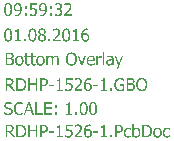
<source format=gbo>
G04 Layer_Color=32896*
%FSTAX25Y25*%
%MOIN*%
G70*
G01*
G75*
G36*
X0500678Y0723117D02*
X0500814Y0723111D01*
X0500963Y0723104D01*
X0501118Y0723085D01*
X0501267Y0723066D01*
X0501403Y0723033D01*
X050141D01*
X0501416Y0723027D01*
X0501436D01*
X0501462Y0723014D01*
X050152Y0722994D01*
X0501604Y0722968D01*
X0501695Y0722936D01*
X0501792Y0722891D01*
X0501889Y0722845D01*
X050198Y0722787D01*
X0501987D01*
X0502Y0722774D01*
X0502019Y0722761D01*
X0502045Y0722735D01*
X0502123Y0722677D01*
X0502213Y0722593D01*
X0502311Y0722489D01*
X0502421Y0722366D01*
X0502518Y072223D01*
X0502609Y0722068D01*
Y0722061D01*
X0502622Y0722048D01*
X0502628Y0722022D01*
X0502647Y072199D01*
X0502661Y0721945D01*
X050268Y0721893D01*
X0502699Y0721835D01*
X0502725Y072177D01*
X0502745Y0721698D01*
X0502764Y0721614D01*
X0502784Y072153D01*
X0502803Y0721433D01*
X0502829Y0721232D01*
X0502836Y0721005D01*
Y0720998D01*
Y0720979D01*
Y0720947D01*
X0502829Y0720908D01*
Y0720856D01*
X0502822Y0720798D01*
X0502816Y0720733D01*
X0502809Y0720662D01*
X0502777Y07205D01*
X0502738Y0720325D01*
X050268Y0720143D01*
X0502602Y0719962D01*
Y0719955D01*
X0502589Y0719942D01*
X0502576Y0719916D01*
X0502557Y0719884D01*
X0502537Y0719845D01*
X0502505Y07198D01*
X0502434Y0719702D01*
X050235Y0719586D01*
X0502239Y0719463D01*
X0502116Y0719346D01*
X0501974Y0719242D01*
X0501967D01*
X0501961Y0719236D01*
X0501941Y0719223D01*
X0501922Y071921D01*
X0501857Y0719171D01*
X0501773Y0719132D01*
X0501676Y0719087D01*
X0501565Y0719042D01*
X0501449Y0719003D01*
X0501326Y071897D01*
X0501313D01*
X0501293Y0718964D01*
X0501267Y0718957D01*
X0501235D01*
X0501196Y0718951D01*
X0501099Y0718938D01*
X0500976Y0718925D01*
X0500833Y0718919D01*
X0500665Y0718905D01*
X0499518D01*
Y0723124D01*
X0500619D01*
X0500678Y0723117D01*
D02*
G37*
G36*
X0508641D02*
X0508739Y0723111D01*
X0508842Y0723098D01*
X0508946Y0723079D01*
X050905Y0723059D01*
X0509063D01*
X0509095Y0723046D01*
X0509147Y0723033D01*
X0509205Y0723007D01*
X0509283Y0722981D01*
X0509361Y0722949D01*
X0509439Y0722904D01*
X0509516Y0722858D01*
X0509529Y0722852D01*
X0509555Y0722832D01*
X0509601Y0722793D01*
X0509652Y0722748D01*
X0509711Y072269D01*
X0509775Y0722618D01*
X0509834Y0722541D01*
X0509886Y072245D01*
X0509892Y0722437D01*
X0509905Y0722405D01*
X0509931Y0722353D01*
X0509957Y0722282D01*
X0509976Y0722197D01*
X0510002Y0722094D01*
X0510015Y0721977D01*
X0510022Y0721847D01*
Y0721835D01*
Y0721802D01*
X0510015Y072175D01*
X0510009Y0721679D01*
X0509996Y0721601D01*
X0509976Y0721517D01*
X050995Y072142D01*
X0509918Y0721329D01*
X0509912Y0721316D01*
X0509899Y072129D01*
X0509879Y0721245D01*
X0509847Y0721186D01*
X0509808Y0721122D01*
X0509763Y072105D01*
X0509711Y0720979D01*
X0509652Y0720914D01*
X050964Y0720908D01*
X0509614Y0720882D01*
X0509568Y0720843D01*
X0509503Y0720791D01*
X0509432Y0720739D01*
X0509341Y0720687D01*
X0509244Y0720636D01*
X050914Y072059D01*
X0509128Y0720584D01*
X0509089Y0720571D01*
X0509024Y0720558D01*
X050894Y0720539D01*
X0508829Y0720512D01*
X0508706Y07205D01*
X0508564Y0720487D01*
X0508402Y072048D01*
X0507929D01*
Y0718905D01*
X0507365D01*
Y0723124D01*
X0508551D01*
X0508641Y0723117D01*
D02*
G37*
G36*
X050651Y0734406D02*
X0505946D01*
Y0736473D01*
X0504015D01*
Y0734406D01*
X0503451D01*
Y0738624D01*
X0504015D01*
Y0736972D01*
X0505946D01*
Y0738624D01*
X050651D01*
Y0734406D01*
D02*
G37*
G36*
X0524045Y0738695D02*
X0524135Y0738682D01*
X0524155D01*
X0524181Y0738676D01*
X0524206Y0738669D01*
X0524278Y0738656D01*
X0524356Y0738637D01*
Y0738106D01*
X0524323D01*
X0524317Y0738112D01*
X0524297Y0738119D01*
X0524271Y0738132D01*
X0524239Y0738138D01*
X05242Y0738151D01*
X0524155Y0738164D01*
X0524103Y0738177D01*
X0524096D01*
X0524077Y0738183D01*
X0524051Y073819D01*
X0524012Y0738196D01*
X0523967Y0738203D01*
X0523915Y0738209D01*
X0523798Y0738216D01*
X0523746D01*
X0523714Y0738209D01*
X0523669Y0738203D01*
X0523617Y0738196D01*
X0523494Y073817D01*
X0523358Y0738125D01*
X0523221Y073806D01*
X052315Y0738021D01*
X0523079Y0737976D01*
X0523014Y0737918D01*
X0522949Y0737853D01*
X0522943Y0737846D01*
X0522936Y0737833D01*
X0522917Y0737814D01*
X0522897Y0737788D01*
X0522872Y0737749D01*
X0522846Y0737704D01*
X0522813Y0737652D01*
X0522781Y0737587D01*
X0522749Y0737516D01*
X0522716Y0737438D01*
X0522684Y0737354D01*
X0522651Y0737257D01*
X0522625Y0737153D01*
X05226Y0737043D01*
X052258Y0736926D01*
X0522567Y0736797D01*
X0522574Y0736803D01*
X05226Y0736823D01*
X0522645Y0736848D01*
X0522697Y0736881D01*
X0522755Y0736913D01*
X0522826Y0736952D01*
X0522975Y0737017D01*
X0522988Y0737023D01*
X0523014Y073703D01*
X052306Y0737043D01*
X0523111Y0737056D01*
X0523183Y0737069D01*
X052326Y0737082D01*
X0523351Y0737095D01*
X0523533D01*
X0523591Y0737088D01*
X0523656Y0737082D01*
X0523727Y0737075D01*
X052387Y0737043D01*
X0523876D01*
X0523902Y073703D01*
X0523941Y0737017D01*
X0523986Y0736998D01*
X0524045Y0736972D01*
X0524116Y0736939D01*
X0524187Y0736894D01*
X0524258Y0736842D01*
X0524271Y0736835D01*
X0524297Y073681D01*
X0524336Y0736771D01*
X0524388Y0736719D01*
X0524446Y0736654D01*
X0524505Y0736583D01*
X0524556Y0736492D01*
X0524602Y0736395D01*
X0524608Y0736382D01*
X0524621Y0736349D01*
X0524641Y0736291D01*
X052466Y073622D01*
X052468Y0736123D01*
X0524699Y0736019D01*
X0524712Y0735896D01*
X0524718Y0735766D01*
Y073576D01*
Y0735753D01*
Y0735734D01*
Y0735714D01*
X0524712Y073565D01*
X0524706Y0735572D01*
X0524692Y0735475D01*
X0524673Y0735378D01*
X0524647Y0735267D01*
X0524608Y0735164D01*
X0524602Y0735151D01*
X0524589Y0735118D01*
X0524563Y0735067D01*
X0524531Y0735008D01*
X0524492Y073493D01*
X052444Y0734859D01*
X0524381Y0734781D01*
X0524317Y073471D01*
X052431Y0734704D01*
X0524284Y0734678D01*
X0524245Y0734645D01*
X0524193Y07346D01*
X0524129Y0734554D01*
X0524057Y0734503D01*
X052398Y0734457D01*
X0523896Y0734412D01*
X0523882Y0734406D01*
X0523857Y0734399D01*
X0523805Y073438D01*
X0523746Y0734367D01*
X0523669Y0734347D01*
X0523578Y0734328D01*
X0523481Y0734321D01*
X0523377Y0734315D01*
X0523332D01*
X0523273Y0734321D01*
X0523209Y0734328D01*
X0523124Y0734334D01*
X052304Y0734354D01*
X0522949Y0734373D01*
X0522859Y0734406D01*
X0522846Y0734412D01*
X052282Y0734425D01*
X0522774Y0734444D01*
X0522723Y0734477D01*
X0522658Y0734522D01*
X0522586Y0734567D01*
X0522515Y0734626D01*
X0522444Y0734697D01*
X0522437Y073471D01*
X0522411Y0734736D01*
X0522373Y0734788D01*
X0522321Y0734859D01*
X0522269Y0734943D01*
X0522211Y0735047D01*
X0522159Y073517D01*
X0522107Y0735306D01*
Y0735313D01*
X05221Y0735326D01*
X0522094Y0735345D01*
X0522087Y0735378D01*
X0522081Y073541D01*
X0522068Y0735455D01*
X0522055Y0735507D01*
X0522049Y0735565D01*
X0522036Y0735637D01*
X0522023Y0735708D01*
X0522003Y073587D01*
X052199Y0736051D01*
X0521984Y0736252D01*
Y0736259D01*
Y0736278D01*
Y0736304D01*
Y0736343D01*
X052199Y0736395D01*
Y0736453D01*
Y0736512D01*
X0521997Y0736583D01*
X052201Y0736738D01*
X0522029Y07369D01*
X0522055Y0737075D01*
X0522094Y0737244D01*
Y073725D01*
X05221Y0737263D01*
X0522107Y0737289D01*
X0522114Y0737322D01*
X0522126Y073736D01*
X0522139Y0737406D01*
X0522178Y0737509D01*
X052223Y0737633D01*
X0522288Y0737762D01*
X052236Y0737892D01*
X0522444Y0738021D01*
Y0738028D01*
X0522457Y0738034D01*
X0522483Y0738073D01*
X0522535Y0738132D01*
X0522606Y0738203D01*
X052269Y073828D01*
X0522787Y0738365D01*
X0522904Y0738449D01*
X0523034Y073852D01*
X052304D01*
X0523053Y0738527D01*
X0523072Y073854D01*
X0523098Y0738546D01*
X0523131Y0738566D01*
X0523176Y0738579D01*
X0523273Y0738611D01*
X0523396Y0738643D01*
X0523546Y0738676D01*
X0523701Y0738695D01*
X0523876Y0738702D01*
X052396D01*
X0524045Y0738695D01*
D02*
G37*
G36*
X0534264D02*
X0534328D01*
X05344Y0738689D01*
X0534542Y0738669D01*
X0534549D01*
X0534575Y0738663D01*
X0534613Y0738656D01*
X0534659Y073865D01*
X0534717Y0738637D01*
X0534782Y0738618D01*
X0534911Y0738585D01*
X0534918D01*
X0534937Y0738579D01*
X0534963Y0738566D01*
X0535002Y0738553D01*
X0535054Y0738533D01*
X0535106Y0738514D01*
X0535229Y0738462D01*
X0535236D01*
X0535261Y0738449D01*
X0535287Y0738436D01*
X0535333Y0738423D01*
X0535423Y0738378D01*
X0535514Y0738339D01*
Y0737665D01*
X0535462D01*
X0535456Y0737671D01*
X0535443Y0737678D01*
X0535423Y0737697D01*
X0535397Y0737723D01*
X0535326Y0737775D01*
X0535248Y0737833D01*
X0535242Y073784D01*
X0535229Y0737846D01*
X0535203Y0737866D01*
X0535171Y0737885D01*
X0535125Y0737918D01*
X0535067Y0737944D01*
X0535002Y0737983D01*
X0534931Y0738015D01*
X0534924Y0738021D01*
X0534899Y0738028D01*
X0534866Y0738047D01*
X0534821Y0738067D01*
X0534762Y0738086D01*
X0534698Y0738112D01*
X053462Y0738138D01*
X0534542Y0738157D01*
X0534529D01*
X0534503Y0738164D01*
X0534458Y0738177D01*
X05344Y073819D01*
X0534328Y0738196D01*
X053425Y0738209D01*
X053416Y0738216D01*
X0534011D01*
X0533965Y0738209D01*
X0533914Y0738203D01*
X0533855Y073819D01*
X053379Y0738177D01*
X0533719Y0738157D01*
X0533641Y0738132D01*
X0533564Y0738106D01*
X0533479Y0738067D01*
X0533395Y0738021D01*
X0533317Y0737969D01*
X0533233Y0737905D01*
X0533155Y073784D01*
X0533084Y0737756D01*
X0533078Y0737749D01*
X0533071Y0737736D01*
X0533052Y073771D01*
X0533026Y0737671D01*
X0533Y0737626D01*
X0532968Y0737568D01*
X0532935Y0737503D01*
X0532903Y0737432D01*
X0532864Y0737347D01*
X0532831Y0737257D01*
X0532799Y0737153D01*
X0532773Y0737043D01*
X0532747Y0736926D01*
X0532728Y0736803D01*
X0532721Y0736673D01*
X0532715Y0736531D01*
Y0736524D01*
Y0736512D01*
Y0736492D01*
Y073646D01*
Y0736421D01*
X0532721Y0736382D01*
X0532728Y0736278D01*
X0532741Y0736162D01*
X0532754Y0736038D01*
X053278Y0735909D01*
X0532812Y0735786D01*
Y0735779D01*
X0532818Y0735773D01*
X0532831Y0735734D01*
X0532851Y0735676D01*
X0532883Y0735598D01*
X0532922Y0735514D01*
X0532974Y0735423D01*
X0533032Y0735332D01*
X0533097Y0735248D01*
X0533104Y0735241D01*
X053313Y0735209D01*
X0533168Y073517D01*
X053322Y0735125D01*
X0533285Y0735067D01*
X0533356Y0735015D01*
X053344Y0734956D01*
X0533531Y0734911D01*
X0533544Y0734904D01*
X0533577Y0734892D01*
X0533628Y0734878D01*
X05337Y0734859D01*
X0533784Y0734833D01*
X0533881Y073482D01*
X0533991Y0734807D01*
X0534108Y0734801D01*
X0534192D01*
X0534257Y0734807D01*
X0534322D01*
X0534406Y0734814D01*
X0534575Y0734833D01*
X0534587D01*
X0534613Y073484D01*
X0534659Y0734846D01*
X0534717Y0734859D01*
X0534775Y0734872D01*
X0534847Y0734885D01*
X0534911Y0734911D01*
X0534976Y073493D01*
Y0736025D01*
X0534004D01*
Y0736524D01*
X0535534D01*
Y0734678D01*
X0535527D01*
X0535514Y0734671D01*
X0535488Y0734658D01*
X0535456Y0734645D01*
X0535417Y0734626D01*
X0535365Y07346D01*
X0535307Y0734574D01*
X0535242Y0734548D01*
X0535236D01*
X053521Y0734535D01*
X0535177Y0734522D01*
X0535132Y0734509D01*
X053508Y073449D01*
X0535028Y073447D01*
X0534905Y0734438D01*
X0534899D01*
X0534873Y0734431D01*
X0534834Y0734418D01*
X0534782Y0734406D01*
X0534724Y0734392D01*
X0534665Y0734373D01*
X0534536Y0734347D01*
X0534529D01*
X0534503Y0734341D01*
X0534471Y0734334D01*
X0534419D01*
X0534361Y0734328D01*
X0534289Y0734321D01*
X0534212Y0734315D01*
X0534056D01*
X0534011Y0734321D01*
X0533965D01*
X0533862Y0734334D01*
X0533732Y0734347D01*
X0533596Y0734373D01*
X0533454Y0734406D01*
X0533311Y0734451D01*
X0533304D01*
X0533298Y0734457D01*
X0533279Y0734464D01*
X0533246Y0734477D01*
X0533181Y0734509D01*
X0533091Y0734554D01*
X0532993Y0734613D01*
X053289Y0734684D01*
X053278Y0734768D01*
X0532676Y0734866D01*
Y0734872D01*
X0532663Y0734878D01*
X053263Y0734917D01*
X0532585Y0734976D01*
X0532527Y073506D01*
X0532462Y0735157D01*
X0532391Y0735274D01*
X0532326Y073541D01*
X0532268Y0735559D01*
Y0735565D01*
X0532261Y0735578D01*
X0532255Y0735598D01*
X0532248Y073563D01*
X0532235Y0735669D01*
X0532222Y0735721D01*
X0532209Y0735773D01*
X0532203Y0735831D01*
X0532177Y0735974D01*
X0532151Y0736136D01*
X0532138Y0736317D01*
X0532131Y0736512D01*
Y0736518D01*
Y0736537D01*
Y0736563D01*
Y0736596D01*
X0532138Y0736641D01*
Y0736693D01*
X0532144Y0736751D01*
X0532151Y0736816D01*
X0532164Y0736959D01*
X053219Y0737114D01*
X0532229Y073727D01*
X0532274Y0737425D01*
Y0737432D01*
X0532281Y0737445D01*
X0532287Y0737464D01*
X05323Y0737497D01*
X0532332Y0737568D01*
X0532378Y0737665D01*
X0532436Y0737775D01*
X0532507Y0737892D01*
X0532592Y0738008D01*
X0532682Y0738119D01*
Y0738125D01*
X0532695Y0738132D01*
X0532728Y0738164D01*
X053278Y0738216D01*
X0532857Y0738274D01*
X0532948Y0738345D01*
X0533052Y0738417D01*
X0533175Y0738488D01*
X0533311Y0738546D01*
X0533317D01*
X053333Y0738553D01*
X053335Y0738559D01*
X0533376Y0738572D01*
X0533415Y0738585D01*
X0533454Y0738598D01*
X0533557Y0738624D01*
X053368Y073865D01*
X0533816Y0738676D01*
X0533972Y0738695D01*
X0534134Y0738702D01*
X0534212D01*
X0534264Y0738695D01*
D02*
G37*
G36*
X052015Y0723208D02*
X0520202D01*
X052026Y0723195D01*
X052039Y0723176D01*
X0520539Y0723137D01*
X0520694Y0723079D01*
X0520772Y0723046D01*
X0520843Y0723001D01*
X0520915Y0722956D01*
X0520979Y0722897D01*
X0520986Y0722891D01*
X0520992Y0722884D01*
X0521012Y0722865D01*
X0521031Y0722839D01*
X0521057Y0722807D01*
X0521083Y0722768D01*
X0521115Y0722729D01*
X0521148Y0722677D01*
X0521213Y0722554D01*
X0521265Y0722411D01*
X0521304Y0722236D01*
X052131Y0722146D01*
X0521316Y0722048D01*
Y0722035D01*
Y0722009D01*
Y0721958D01*
X052131Y0721899D01*
X0521304Y0721828D01*
X052129Y072175D01*
X0521258Y0721588D01*
Y0721582D01*
X0521245Y0721556D01*
X0521232Y0721511D01*
X0521219Y0721465D01*
X0521193Y0721407D01*
X0521167Y0721342D01*
X0521096Y0721206D01*
X052109Y0721199D01*
X0521077Y0721173D01*
X0521057Y0721135D01*
X0521025Y0721089D01*
X0520986Y0721031D01*
X0520947Y0720973D01*
X0520843Y0720836D01*
X0520837Y072083D01*
X0520818Y0720804D01*
X0520785Y0720772D01*
X0520746Y0720726D01*
X0520701Y0720668D01*
X0520649Y072061D01*
X0520532Y072048D01*
X0520519Y0720467D01*
X0520487Y0720428D01*
X0520429Y0720376D01*
X0520357Y0720299D01*
X0520273Y0720208D01*
X0520169Y0720104D01*
X0520059Y0719994D01*
X0519936Y0719877D01*
X051993Y0719871D01*
X0519923Y0719865D01*
X0519884Y0719826D01*
X0519819Y0719767D01*
X0519748Y0719702D01*
X0519664Y0719625D01*
X0519573Y0719541D01*
X0519489Y0719463D01*
X0519411Y0719391D01*
X0521491D01*
Y0718905D01*
X0518886D01*
Y0719495D01*
X0518893Y0719502D01*
X0518899Y0719508D01*
X0518932Y0719541D01*
X051899Y0719592D01*
X0519055Y0719657D01*
X0519139Y0719735D01*
X0519223Y0719826D01*
X0519411Y0720007D01*
X0519424Y072002D01*
X0519457Y0720052D01*
X0519502Y0720098D01*
X0519567Y0720163D01*
X0519645Y072024D01*
X0519729Y0720325D01*
X0519813Y0720415D01*
X0519904Y0720512D01*
X051991Y0720519D01*
X0519923Y0720539D01*
X0519949Y0720564D01*
X0519981Y0720603D01*
X052002Y0720649D01*
X0520066Y0720701D01*
X0520163Y0720817D01*
X0520273Y0720953D01*
X0520383Y0721096D01*
X052048Y0721232D01*
X0520519Y0721297D01*
X0520558Y0721361D01*
Y0721368D01*
X0520565Y0721374D01*
X0520578Y0721394D01*
X0520584Y072142D01*
X0520617Y0721485D01*
X0520649Y0721569D01*
X0520681Y0721666D01*
X0520714Y0721776D01*
X0520733Y0721899D01*
X052074Y0722022D01*
Y0722029D01*
Y0722055D01*
Y0722087D01*
X0520733Y0722126D01*
X0520714Y072223D01*
X0520681Y0722333D01*
Y072234D01*
X0520668Y0722359D01*
X0520655Y0722379D01*
X0520643Y0722411D01*
X0520597Y0722482D01*
X0520532Y0722554D01*
X0520526Y072256D01*
X0520513Y0722567D01*
X0520494Y0722586D01*
X0520468Y0722599D01*
X052039Y0722645D01*
X0520299Y0722683D01*
X0520293D01*
X052028Y072269D01*
X0520247Y0722696D01*
X0520215Y0722709D01*
X0520176Y0722716D01*
X0520124Y0722722D01*
X0520014Y0722729D01*
X0519956D01*
X0519923Y0722722D01*
X0519871D01*
X0519826Y0722716D01*
X0519709Y072269D01*
X0519703D01*
X0519684Y0722683D01*
X0519651Y0722677D01*
X0519612Y0722664D01*
X0519567Y0722651D01*
X0519522Y0722632D01*
X0519411Y0722593D01*
X0519405D01*
X0519392Y0722586D01*
X0519366Y0722573D01*
X051934Y072256D01*
X0519269Y0722521D01*
X0519184Y072247D01*
X0519178D01*
X0519165Y0722457D01*
X0519146Y0722444D01*
X051912Y0722431D01*
X0519061Y0722398D01*
X0519003Y0722359D01*
X0518977D01*
Y0722956D01*
X0518984Y0722962D01*
X0519009Y0722968D01*
X0519048Y0722988D01*
X0519107Y0723014D01*
X0519171Y072304D01*
X0519256Y0723066D01*
X0519353Y0723098D01*
X0519463Y0723131D01*
X051947D01*
X0519476Y0723137D01*
X0519515Y0723143D01*
X0519573Y0723156D01*
X0519651Y0723176D01*
X0519742Y0723189D01*
X0519845Y0723202D01*
X0519949Y0723208D01*
X0520053Y0723215D01*
X0520111D01*
X052015Y0723208D01*
D02*
G37*
G36*
X0528969Y0719333D02*
X0529714D01*
Y0718905D01*
X052766D01*
Y0719333D01*
X0528425D01*
Y0722165D01*
X052766D01*
Y0722547D01*
X0527732D01*
X0527809Y0722554D01*
X05279Y072256D01*
X0528004Y072258D01*
X0528108Y0722599D01*
X0528211Y0722632D01*
X0528295Y072267D01*
X0528302Y0722677D01*
X0528328Y0722696D01*
X052836Y0722729D01*
X0528406Y0722774D01*
X0528444Y0722839D01*
X0528483Y0722917D01*
X0528509Y072302D01*
X0528529Y0723137D01*
X0528969D01*
Y0719333D01*
D02*
G37*
G36*
X0511979Y0736D02*
X0510385D01*
Y0736505D01*
X0511979D01*
Y0736D01*
D02*
G37*
G36*
X0514188Y0719333D02*
X0514934D01*
Y0718905D01*
X051288D01*
Y0719333D01*
X0513644D01*
Y0722165D01*
X051288D01*
Y0722547D01*
X0512951D01*
X0513028Y0722554D01*
X0513119Y072256D01*
X0513223Y072258D01*
X0513327Y0722599D01*
X051343Y0722632D01*
X0513515Y072267D01*
X0513521Y0722677D01*
X0513547Y0722696D01*
X0513579Y0722729D01*
X0513625Y0722774D01*
X0513663Y0722839D01*
X0513702Y0722917D01*
X0513728Y072302D01*
X0513748Y0723137D01*
X0514188D01*
Y0719333D01*
D02*
G37*
G36*
X052676Y0736D02*
X0525166D01*
Y0736505D01*
X052676D01*
Y0736D01*
D02*
G37*
G36*
X0497289Y0747118D02*
X0497399D01*
X0497509Y0747111D01*
X0497613Y0747105D01*
X0497703Y0747092D01*
X0497716D01*
X0497742Y0747085D01*
X0497788Y0747079D01*
X0497846Y0747059D01*
X0497911Y074704D01*
X0497982Y074702D01*
X049806Y0746988D01*
X0498138Y0746949D01*
X049815Y0746943D01*
X0498176Y074693D01*
X0498215Y0746897D01*
X0498267Y0746865D01*
X0498319Y0746819D01*
X0498371Y0746761D01*
X0498423Y0746703D01*
X0498468Y0746631D01*
X0498474Y0746625D01*
X0498487Y0746599D01*
X04985Y0746554D01*
X0498526Y0746502D01*
X0498546Y0746431D01*
X0498559Y0746353D01*
X0498572Y0746262D01*
X0498578Y0746165D01*
Y0746152D01*
Y0746113D01*
X0498572Y0746061D01*
X0498559Y074599D01*
X0498539Y0745906D01*
X0498507Y0745815D01*
X0498468Y0745724D01*
X0498416Y0745634D01*
X049841Y0745621D01*
X049839Y0745595D01*
X0498351Y0745556D01*
X0498306Y0745498D01*
X0498241Y0745439D01*
X049817Y0745381D01*
X0498086Y0745323D01*
X0497988Y0745264D01*
Y0745245D01*
X0497995D01*
X0498008Y0745238D01*
X0498027Y0745232D01*
X0498053Y0745225D01*
X0498118Y0745199D01*
X0498202Y074516D01*
X0498293Y0745109D01*
X049839Y0745044D01*
X0498487Y0744966D01*
X0498572Y0744869D01*
X0498578Y0744856D01*
X0498604Y0744824D01*
X0498636Y0744765D01*
X0498675Y0744688D01*
X0498714Y074459D01*
X0498747Y0744474D01*
X0498772Y0744344D01*
X0498779Y0744195D01*
Y0744188D01*
Y0744182D01*
Y0744143D01*
X0498772Y0744085D01*
X0498766Y0744007D01*
X0498747Y0743923D01*
X0498727Y0743832D01*
X0498695Y0743735D01*
X0498656Y0743638D01*
X0498649Y0743625D01*
X0498636Y0743599D01*
X049861Y0743553D01*
X0498572Y0743502D01*
X0498526Y0743437D01*
X0498474Y0743372D01*
X049841Y0743307D01*
X0498338Y0743243D01*
X0498325Y0743236D01*
X04983Y074321D01*
X0498248Y0743184D01*
X0498183Y0743145D01*
X0498105Y07431D01*
X0498021Y0743054D01*
X0497924Y0743016D01*
X0497826Y0742983D01*
X0497814D01*
X0497775Y074297D01*
X0497716Y0742957D01*
X0497639Y0742944D01*
X0497535Y0742931D01*
X0497418Y0742918D01*
X0497282Y0742912D01*
X0497127Y0742906D01*
X0495921D01*
Y0747124D01*
X0497191D01*
X0497289Y0747118D01*
D02*
G37*
G36*
X0504948Y0746068D02*
X0505926D01*
Y0745621D01*
X0504948D01*
Y0744117D01*
Y0744104D01*
Y0744078D01*
Y0744033D01*
Y0743981D01*
Y0743858D01*
X0504954Y07438D01*
Y0743748D01*
Y0743741D01*
Y0743728D01*
X0504961Y0743703D01*
X0504967Y074367D01*
X0504987Y0743592D01*
X0505019Y0743502D01*
Y0743495D01*
X0505026Y0743489D01*
X0505058Y074345D01*
X0505103Y0743398D01*
X0505168Y0743353D01*
X0505175D01*
X0505188Y0743346D01*
X0505214Y074334D01*
X0505246Y0743333D01*
X0505291Y074332D01*
X0505343Y0743314D01*
X0505402Y0743307D01*
X0505512D01*
X0505544Y0743314D01*
X0505628Y0743327D01*
X0505713Y0743346D01*
X0505719D01*
X0505732Y0743353D01*
X0505758Y0743359D01*
X0505784Y0743372D01*
X0505842Y0743392D01*
X0505894Y0743411D01*
X0505926D01*
Y0742931D01*
X050592D01*
X05059Y0742925D01*
X0505868Y0742918D01*
X0505829Y0742912D01*
X0505784Y0742899D01*
X0505732Y0742886D01*
X0505615Y0742867D01*
X0505609D01*
X0505589Y074286D01*
X0505563D01*
X0505525Y0742854D01*
X0505434Y0742847D01*
X0505337Y0742841D01*
X0505298D01*
X0505266Y0742847D01*
X0505227D01*
X0505188Y0742854D01*
X0505091Y0742873D01*
X050498Y0742899D01*
X0504864Y0742944D01*
X0504753Y0743003D01*
X0504656Y0743087D01*
X0504643Y07431D01*
X0504618Y0743132D01*
X0504579Y0743191D01*
X050454Y0743275D01*
X0504494Y0743385D01*
X0504456Y0743521D01*
X0504436Y0743599D01*
X0504429Y0743677D01*
X0504417Y0743767D01*
Y0743864D01*
Y0745621D01*
X050406D01*
Y0746068D01*
X0504417D01*
Y0746975D01*
X0504948D01*
Y0746068D01*
D02*
G37*
G36*
X0528833Y0742906D02*
X0528302D01*
Y0747312D01*
X0528833D01*
Y0742906D01*
D02*
G37*
G36*
X0497217Y0723117D02*
X0497315Y0723111D01*
X0497412Y0723104D01*
X0497515Y0723092D01*
X0497613Y0723079D01*
X0497625D01*
X0497658Y0723072D01*
X0497703Y0723059D01*
X0497762Y072304D01*
X0497833Y072302D01*
X0497911Y0722988D01*
X0497995Y0722949D01*
X0498079Y0722897D01*
X0498092Y0722891D01*
X0498118Y0722871D01*
X0498157Y0722839D01*
X0498209Y07228D01*
X0498261Y0722742D01*
X0498319Y0722683D01*
X0498377Y0722612D01*
X0498429Y0722528D01*
X0498435Y0722515D01*
X0498449Y0722489D01*
X0498468Y0722444D01*
X0498494Y0722379D01*
X049852Y0722295D01*
X0498539Y0722204D01*
X0498552Y0722094D01*
X0498559Y0721977D01*
Y0721971D01*
Y0721958D01*
Y0721932D01*
X0498552Y0721899D01*
Y072186D01*
X0498546Y0721815D01*
X0498526Y0721705D01*
X04985Y0721582D01*
X0498455Y0721452D01*
X0498397Y0721322D01*
X0498319Y0721199D01*
Y0721193D01*
X0498306Y0721186D01*
X0498274Y0721148D01*
X0498222Y0721096D01*
X049815Y0721025D01*
X049806Y0720953D01*
X049795Y0720875D01*
X049782Y0720804D01*
X0497677Y0720739D01*
X0499181Y0718905D01*
X0498449D01*
X049712Y0720584D01*
X0496485D01*
Y0718905D01*
X0495921D01*
Y0723124D01*
X0497133D01*
X0497217Y0723117D01*
D02*
G37*
G36*
X053081Y0746139D02*
X05309Y0746133D01*
X0530991Y0746126D01*
X0531082Y0746113D01*
X0531166Y0746094D01*
X0531179D01*
X0531205Y0746081D01*
X053125Y0746068D01*
X0531302Y0746048D01*
X0531367Y0746022D01*
X0531432Y074599D01*
X0531503Y0745951D01*
X0531574Y0745906D01*
X0531581Y0745899D01*
X05316Y074588D01*
X0531633Y0745854D01*
X0531671Y0745815D01*
X053171Y074577D01*
X0531749Y0745711D01*
X0531795Y074564D01*
X0531827Y0745569D01*
X0531834Y0745562D01*
X053184Y074553D01*
X0531853Y0745484D01*
X0531872Y0745426D01*
X0531892Y0745355D01*
X0531905Y0745271D01*
X0531911Y0745174D01*
X0531918Y0745063D01*
Y0742906D01*
X0531386D01*
Y0743236D01*
X0531373Y0743229D01*
X0531334Y0743204D01*
X0531283Y0743158D01*
X0531205Y07431D01*
X0531198Y0743093D01*
X0531185Y0743087D01*
X0531166Y0743068D01*
X053114Y0743054D01*
X0531075Y0743009D01*
X0530998Y0742964D01*
X0530991D01*
X0530972Y0742951D01*
X0530946Y0742944D01*
X0530907Y0742925D01*
X0530823Y0742893D01*
X0530719Y074286D01*
X0530712D01*
X0530693Y0742854D01*
X0530667Y0742847D01*
X0530628Y0742841D01*
X0530576Y0742828D01*
X0530512Y0742821D01*
X053044Y0742815D01*
X0530324D01*
X0530285Y0742821D01*
X0530239D01*
X0530181Y0742834D01*
X0530116Y0742847D01*
X0530052Y074286D01*
X052998Y0742886D01*
X0529974Y0742893D01*
X0529954Y0742899D01*
X0529915Y0742918D01*
X0529877Y0742938D01*
X0529779Y0743003D01*
X0529676Y0743093D01*
X0529669Y07431D01*
X0529656Y0743119D01*
X052963Y0743145D01*
X0529604Y0743184D01*
X0529565Y0743229D01*
X0529533Y0743281D01*
X0529501Y0743346D01*
X0529468Y0743411D01*
Y0743417D01*
X0529455Y0743443D01*
X0529449Y0743482D01*
X0529436Y0743534D01*
X0529423Y0743599D01*
X052941Y0743664D01*
X0529403Y0743741D01*
X0529397Y0743819D01*
Y0743826D01*
Y0743832D01*
Y0743871D01*
X0529403Y0743936D01*
X0529416Y0744014D01*
X0529429Y0744098D01*
X0529455Y0744188D01*
X0529488Y0744286D01*
X0529533Y0744377D01*
X0529539Y0744389D01*
X0529559Y0744415D01*
X0529591Y0744461D01*
X0529637Y0744513D01*
X0529702Y0744571D01*
X0529779Y0744629D01*
X052987Y0744694D01*
X0529974Y0744746D01*
X0529987Y0744752D01*
X0530019Y0744765D01*
X0530077Y0744785D01*
X0530155Y0744811D01*
X0530246Y0744843D01*
X0530349Y0744869D01*
X0530473Y0744895D01*
X0530602Y0744914D01*
X0530622D01*
X0530641Y0744921D01*
X0530667D01*
X0530699Y0744927D01*
X0530738D01*
X0530835Y074494D01*
X0530952Y0744953D01*
X0531088Y0744966D01*
X0531231Y0744973D01*
X0531386Y0744986D01*
Y0745083D01*
Y0745089D01*
Y0745115D01*
Y0745148D01*
X053138Y0745193D01*
X053136Y074529D01*
X0531348Y0745342D01*
X0531328Y0745387D01*
Y0745394D01*
X0531315Y0745407D01*
X0531302Y0745426D01*
X0531289Y0745452D01*
X0531237Y074551D01*
X0531166Y0745569D01*
X0531159D01*
X0531147Y0745582D01*
X0531127Y0745588D01*
X0531101Y0745601D01*
X0531062Y0745621D01*
X0531024Y0745634D01*
X053092Y0745653D01*
X0530913D01*
X0530894Y0745659D01*
X0530862D01*
X0530829Y0745666D01*
X0530777Y0745673D01*
X0530732D01*
X0530615Y0745679D01*
X0530544D01*
X0530492Y0745673D01*
X0530427Y0745666D01*
X0530356Y0745653D01*
X0530272Y074564D01*
X0530181Y0745621D01*
X0530168D01*
X0530136Y0745608D01*
X053009Y0745595D01*
X0530025Y0745582D01*
X0529954Y0745556D01*
X052987Y074553D01*
X0529682Y0745459D01*
X0529656D01*
Y0745997D01*
X0529663D01*
X0529682Y0746003D01*
X0529714Y0746016D01*
X052976Y0746029D01*
X0529818Y0746042D01*
X0529889Y0746055D01*
X0529974Y0746074D01*
X0530071Y0746094D01*
X0530084D01*
X0530116Y07461D01*
X0530175Y0746113D01*
X0530246Y074612D01*
X053033Y0746133D01*
X0530421Y0746139D01*
X0530622Y0746145D01*
X0530738D01*
X053081Y0746139D01*
D02*
G37*
G36*
X0507611Y0746152D02*
X0507669Y0746145D01*
X0507728Y0746133D01*
X0507799Y074612D01*
X0507877Y0746107D01*
X0508039Y0746048D01*
X0508123Y0746016D01*
X0508207Y074597D01*
X0508298Y0745925D01*
X0508376Y074586D01*
X050846Y0745796D01*
X0508531Y0745718D01*
X0508538Y0745711D01*
X0508551Y0745698D01*
X050857Y0745673D01*
X050859Y0745634D01*
X0508622Y0745595D01*
X0508654Y0745536D01*
X0508687Y0745472D01*
X0508726Y07454D01*
X0508765Y0745316D01*
X0508797Y0745225D01*
X0508829Y0745122D01*
X0508862Y0745012D01*
X0508881Y0744888D01*
X0508901Y0744765D01*
X0508914Y0744623D01*
X050892Y074448D01*
Y0744474D01*
Y0744448D01*
Y0744402D01*
X0508914Y074435D01*
X0508907Y0744279D01*
X0508901Y0744208D01*
X0508888Y0744117D01*
X0508875Y0744027D01*
X0508823Y0743832D01*
X0508797Y0743728D01*
X0508758Y0743625D01*
X0508713Y0743521D01*
X0508661Y0743424D01*
X0508603Y0743333D01*
X0508531Y0743249D01*
X0508525Y0743243D01*
X0508512Y0743229D01*
X0508493Y074321D01*
X050846Y0743184D01*
X0508421Y0743145D01*
X0508376Y0743113D01*
X0508324Y0743074D01*
X0508259Y0743035D01*
X0508188Y074299D01*
X0508117Y0742951D01*
X0508032Y0742918D01*
X0507935Y0742886D01*
X0507838Y0742854D01*
X0507734Y0742834D01*
X0507624Y0742821D01*
X0507508Y0742815D01*
X0507443D01*
X0507397Y0742821D01*
X0507345Y0742828D01*
X0507281Y0742841D01*
X0507209Y0742854D01*
X0507132Y0742873D01*
X0507048Y0742893D01*
X0506963Y0742925D01*
X0506879Y0742957D01*
X0506795Y0743003D01*
X0506704Y0743054D01*
X0506626Y0743113D01*
X0506542Y0743184D01*
X0506471Y0743262D01*
X0506464Y0743268D01*
X0506458Y0743281D01*
X0506438Y0743307D01*
X0506412Y0743346D01*
X0506387Y0743392D01*
X0506354Y0743443D01*
X0506315Y0743508D01*
X0506283Y0743579D01*
X050625Y0743664D01*
X0506212Y0743754D01*
X0506179Y0743858D01*
X0506153Y0743962D01*
X0506127Y0744078D01*
X0506114Y0744208D01*
X0506101Y0744338D01*
X0506095Y074448D01*
Y0744487D01*
Y0744513D01*
Y0744558D01*
X0506101Y074461D01*
X0506108Y0744681D01*
X0506114Y0744759D01*
X0506127Y0744843D01*
X0506147Y0744934D01*
X0506192Y0745135D01*
X0506224Y0745238D01*
X0506257Y0745342D01*
X0506302Y0745439D01*
X0506354Y0745536D01*
X0506412Y0745634D01*
X0506484Y0745718D01*
X050649Y0745724D01*
X0506503Y0745737D01*
X0506523Y0745757D01*
X0506555Y0745789D01*
X0506594Y0745822D01*
X0506639Y074586D01*
X0506698Y0745899D01*
X0506756Y0745938D01*
X0506827Y0745977D01*
X0506905Y0746022D01*
X0506989Y0746055D01*
X050708Y0746087D01*
X0507177Y074612D01*
X0507281Y0746139D01*
X0507391Y0746152D01*
X0507508Y0746159D01*
X0507572D01*
X0507611Y0746152D01*
D02*
G37*
G36*
X0500587D02*
X0500645Y0746145D01*
X0500703Y0746133D01*
X0500775Y074612D01*
X0500853Y0746107D01*
X0501015Y0746048D01*
X0501099Y0746016D01*
X0501183Y074597D01*
X0501274Y0745925D01*
X0501351Y074586D01*
X0501436Y0745796D01*
X0501507Y0745718D01*
X0501513Y0745711D01*
X0501526Y0745698D01*
X0501546Y0745673D01*
X0501565Y0745634D01*
X0501598Y0745595D01*
X050163Y0745536D01*
X0501663Y0745472D01*
X0501701Y07454D01*
X050174Y0745316D01*
X0501773Y0745225D01*
X0501805Y0745122D01*
X0501837Y0745012D01*
X0501857Y0744888D01*
X0501876Y0744765D01*
X0501889Y0744623D01*
X0501896Y074448D01*
Y0744474D01*
Y0744448D01*
Y0744402D01*
X0501889Y074435D01*
X0501883Y0744279D01*
X0501876Y0744208D01*
X0501863Y0744117D01*
X0501851Y0744027D01*
X0501799Y0743832D01*
X0501773Y0743728D01*
X0501734Y0743625D01*
X0501688Y0743521D01*
X0501637Y0743424D01*
X0501578Y0743333D01*
X0501507Y0743249D01*
X0501501Y0743243D01*
X0501488Y0743229D01*
X0501468Y074321D01*
X0501436Y0743184D01*
X0501397Y0743145D01*
X0501351Y0743113D01*
X05013Y0743074D01*
X0501235Y0743035D01*
X0501164Y074299D01*
X0501092Y0742951D01*
X0501008Y0742918D01*
X0500911Y0742886D01*
X0500814Y0742854D01*
X050071Y0742834D01*
X05006Y0742821D01*
X0500483Y0742815D01*
X0500418D01*
X0500373Y0742821D01*
X0500321Y0742828D01*
X0500256Y0742841D01*
X0500185Y0742854D01*
X0500107Y0742873D01*
X0500023Y0742893D01*
X0499939Y0742925D01*
X0499855Y0742957D01*
X049977Y0743003D01*
X049968Y0743054D01*
X0499602Y0743113D01*
X0499518Y0743184D01*
X0499446Y0743262D01*
X049944Y0743268D01*
X0499434Y0743281D01*
X0499414Y0743307D01*
X0499388Y0743346D01*
X0499362Y0743392D01*
X049933Y0743443D01*
X0499291Y0743508D01*
X0499259Y0743579D01*
X0499226Y0743664D01*
X0499187Y0743754D01*
X0499155Y0743858D01*
X0499129Y0743962D01*
X0499103Y0744078D01*
X049909Y0744208D01*
X0499077Y0744338D01*
X0499071Y074448D01*
Y0744487D01*
Y0744513D01*
Y0744558D01*
X0499077Y074461D01*
X0499084Y0744681D01*
X049909Y0744759D01*
X0499103Y0744843D01*
X0499122Y0744934D01*
X0499168Y0745135D01*
X04992Y0745238D01*
X0499233Y0745342D01*
X0499278Y0745439D01*
X049933Y0745536D01*
X0499388Y0745634D01*
X0499459Y0745718D01*
X0499466Y0745724D01*
X0499479Y0745737D01*
X0499498Y0745757D01*
X0499531Y0745789D01*
X049957Y0745822D01*
X0499615Y074586D01*
X0499673Y0745899D01*
X0499731Y0745938D01*
X0499803Y0745977D01*
X0499881Y0746022D01*
X0499965Y0746055D01*
X0500056Y0746087D01*
X0500153Y074612D01*
X0500256Y0746139D01*
X0500367Y0746152D01*
X0500483Y0746159D01*
X0500548D01*
X0500587Y0746152D01*
D02*
G37*
G36*
X0517927Y0747208D02*
X0517973D01*
X0518076Y0747195D01*
X0518193Y0747176D01*
X0518323Y074715D01*
X0518459Y0747111D01*
X0518588Y0747059D01*
X0518595D01*
X0518601Y0747053D01*
X0518621Y0747046D01*
X0518647Y0747033D01*
X0518712Y0747001D01*
X0518796Y0746949D01*
X0518886Y0746891D01*
X0518984Y0746819D01*
X0519081Y0746735D01*
X0519171Y0746638D01*
X0519184Y0746625D01*
X051921Y0746586D01*
X0519256Y0746528D01*
X0519308Y074645D01*
X0519366Y0746346D01*
X0519431Y074623D01*
X0519495Y0746094D01*
X0519547Y0745945D01*
Y0745938D01*
X0519554Y0745925D01*
X051956Y0745906D01*
X0519567Y0745873D01*
X051958Y0745834D01*
X0519593Y0745789D01*
X0519606Y0745737D01*
X0519619Y0745673D01*
X0519638Y0745536D01*
X0519664Y0745381D01*
X0519677Y0745199D01*
X0519684Y0745012D01*
Y0745005D01*
Y0744992D01*
Y074496D01*
Y0744927D01*
X0519677Y0744882D01*
Y074483D01*
X051967Y0744772D01*
X0519664Y0744707D01*
X0519651Y0744558D01*
X0519625Y0744402D01*
X0519593Y0744247D01*
X0519547Y0744085D01*
Y0744078D01*
X0519541Y0744065D01*
X0519534Y0744046D01*
X0519522Y0744014D01*
X0519509Y0743981D01*
X0519495Y0743936D01*
X051945Y0743845D01*
X0519398Y0743735D01*
X0519334Y0743612D01*
X0519256Y0743495D01*
X0519171Y0743385D01*
X0519159Y0743372D01*
X0519126Y074334D01*
X0519074Y0743288D01*
X0519003Y0743223D01*
X0518912Y0743152D01*
X0518815Y0743081D01*
X0518699Y0743009D01*
X0518575Y0742951D01*
X0518569D01*
X0518562Y0742944D01*
X0518543Y0742938D01*
X0518517Y0742931D01*
X0518446Y0742906D01*
X0518355Y0742886D01*
X0518238Y074286D01*
X0518109Y0742834D01*
X0517966Y0742821D01*
X0517817Y0742815D01*
X0517746D01*
X0517707Y0742821D01*
X0517662D01*
X0517558Y0742834D01*
X0517441Y0742847D01*
X0517312Y0742873D01*
X0517176Y0742912D01*
X0517046Y0742957D01*
X051704D01*
X0517033Y0742964D01*
X0517014Y074297D01*
X0516988Y0742983D01*
X0516923Y0743016D01*
X0516845Y0743068D01*
X0516754Y0743126D01*
X0516651Y0743197D01*
X0516554Y0743288D01*
X0516456Y0743385D01*
Y0743392D01*
X0516443Y0743398D01*
X0516418Y0743437D01*
X0516372Y0743495D01*
X051632Y0743579D01*
X0516262Y0743677D01*
X0516197Y07438D01*
X0516139Y0743929D01*
X0516087Y0744078D01*
Y0744085D01*
X0516081Y0744098D01*
X0516074Y0744117D01*
X0516068Y074415D01*
X0516055Y0744188D01*
X0516048Y074424D01*
X0516035Y0744292D01*
X0516022Y074435D01*
X0515996Y0744487D01*
X0515977Y0744649D01*
X0515964Y0744824D01*
X0515957Y0745012D01*
Y0745018D01*
Y0745037D01*
Y0745063D01*
Y0745102D01*
X0515964Y0745148D01*
Y0745199D01*
X051597Y0745264D01*
X0515977Y0745329D01*
X051599Y0745472D01*
X0516009Y0745627D01*
X0516042Y0745789D01*
X0516087Y0745945D01*
Y0745951D01*
X0516093Y0745964D01*
X05161Y0745984D01*
X0516113Y0746009D01*
X0516139Y0746087D01*
X0516184Y0746184D01*
X0516236Y0746288D01*
X0516301Y0746405D01*
X0516379Y0746528D01*
X0516463Y0746638D01*
Y0746644D01*
X0516476Y0746651D01*
X0516508Y0746683D01*
X051656Y0746735D01*
X0516625Y0746794D01*
X0516709Y0746865D01*
X0516813Y0746936D01*
X0516923Y0747007D01*
X0517046Y0747066D01*
X0517053D01*
X0517059Y0747072D01*
X0517078Y0747079D01*
X0517104Y0747092D01*
X0517137Y0747098D01*
X0517176Y0747111D01*
X0517273Y0747143D01*
X0517383Y0747169D01*
X0517519Y0747189D01*
X0517662Y0747208D01*
X0517817Y0747215D01*
X0517888D01*
X0517927Y0747208D01*
D02*
G37*
G36*
X050301Y0746068D02*
X0503989D01*
Y0745621D01*
X050301D01*
Y0744117D01*
Y0744104D01*
Y0744078D01*
Y0744033D01*
Y0743981D01*
Y0743858D01*
X0503017Y07438D01*
Y0743748D01*
Y0743741D01*
Y0743728D01*
X0503023Y0743703D01*
X050303Y074367D01*
X0503049Y0743592D01*
X0503082Y0743502D01*
Y0743495D01*
X0503088Y0743489D01*
X0503121Y074345D01*
X0503166Y0743398D01*
X0503231Y0743353D01*
X0503237D01*
X050325Y0743346D01*
X0503276Y074334D01*
X0503308Y0743333D01*
X0503354Y074332D01*
X0503406Y0743314D01*
X0503464Y0743307D01*
X0503574D01*
X0503607Y0743314D01*
X0503691Y0743327D01*
X0503775Y0743346D01*
X0503782D01*
X0503794Y0743353D01*
X050382Y0743359D01*
X0503846Y0743372D01*
X0503905Y0743392D01*
X0503957Y0743411D01*
X0503989D01*
Y0742931D01*
X0503982D01*
X0503963Y0742925D01*
X0503931Y0742918D01*
X0503892Y0742912D01*
X0503846Y0742899D01*
X0503794Y0742886D01*
X0503678Y0742867D01*
X0503671D01*
X0503652Y074286D01*
X0503626D01*
X0503587Y0742854D01*
X0503496Y0742847D01*
X0503399Y0742841D01*
X050336D01*
X0503328Y0742847D01*
X0503289D01*
X050325Y0742854D01*
X0503153Y0742873D01*
X0503043Y0742899D01*
X0502926Y0742944D01*
X0502816Y0743003D01*
X0502719Y0743087D01*
X0502706Y07431D01*
X050268Y0743132D01*
X0502641Y0743191D01*
X0502602Y0743275D01*
X0502557Y0743385D01*
X0502518Y0743521D01*
X0502498Y0743599D01*
X0502492Y0743677D01*
X0502479Y0743767D01*
Y0743864D01*
Y0745621D01*
X0502123D01*
Y0746068D01*
X0502479D01*
Y0746975D01*
X050301D01*
Y0746068D01*
D02*
G37*
G36*
X0524492Y0746152D02*
X0524563Y0746145D01*
X0524641Y0746139D01*
X0524731Y074612D01*
X0524822Y07461D01*
X0524906Y0746068D01*
X0524919Y0746061D01*
X0524945Y0746055D01*
X0524984Y0746029D01*
X0525042Y0746003D01*
X0525101Y0745964D01*
X0525172Y0745919D01*
X0525237Y0745867D01*
X0525302Y0745802D01*
X0525308Y0745796D01*
X0525327Y074577D01*
X052536Y0745731D01*
X0525399Y0745679D01*
X0525444Y0745614D01*
X052549Y0745543D01*
X0525528Y0745452D01*
X0525567Y0745361D01*
X0525574Y0745349D01*
X052558Y0745316D01*
X0525593Y0745258D01*
X0525613Y0745187D01*
X0525632Y0745089D01*
X0525645Y0744979D01*
X0525652Y0744856D01*
X0525658Y074472D01*
Y0744435D01*
X0523461D01*
Y0744428D01*
Y0744409D01*
Y0744383D01*
X0523468Y0744344D01*
Y0744299D01*
X0523474Y074424D01*
X0523494Y0744117D01*
X0523526Y0743981D01*
X0523578Y0743839D01*
X0523643Y0743709D01*
X0523734Y0743586D01*
X052374D01*
X0523746Y0743573D01*
X0523785Y074354D01*
X052385Y0743495D01*
X0523934Y0743443D01*
X0524045Y0743392D01*
X0524174Y0743346D01*
X052433Y0743314D01*
X0524414Y0743307D01*
X0524505Y0743301D01*
X0524569D01*
X0524615Y0743307D01*
X0524667D01*
X0524725Y074332D01*
X0524848Y074334D01*
X0524855D01*
X052488Y0743346D01*
X0524913Y0743353D01*
X0524952Y0743366D01*
X0525055Y0743398D01*
X0525159Y0743437D01*
X0525166D01*
X0525185Y074345D01*
X0525211Y0743463D01*
X0525243Y0743476D01*
X0525321Y0743515D01*
X0525399Y074356D01*
X0525405D01*
X0525418Y0743573D01*
X0525457Y0743599D01*
X0525516Y0743638D01*
X0525567Y0743683D01*
X05256D01*
Y07431D01*
X0525593D01*
X052558Y0743093D01*
X0525561Y0743087D01*
X0525535Y0743074D01*
X0525496Y0743061D01*
X0525457Y0743042D01*
X052536Y0743003D01*
X0525353D01*
X0525334Y0742996D01*
X0525308Y0742983D01*
X0525276Y074297D01*
X0525198Y0742944D01*
X0525114Y0742918D01*
X0525107D01*
X0525088Y0742912D01*
X0525055Y0742906D01*
X0525023Y0742899D01*
X0524926Y074288D01*
X0524829Y074286D01*
X0524822D01*
X0524809Y0742854D01*
X0524777D01*
X0524744Y0742847D01*
X0524699Y0742841D01*
X0524641D01*
X0524582Y0742834D01*
X052444D01*
X0524388Y0742841D01*
X0524323Y0742847D01*
X0524252Y0742854D01*
X0524168Y0742867D01*
X0524083Y0742886D01*
X0523896Y0742938D01*
X0523798Y074297D01*
X0523701Y0743009D01*
X0523604Y0743061D01*
X0523507Y0743119D01*
X0523422Y0743184D01*
X0523338Y0743255D01*
X0523332Y0743262D01*
X0523319Y0743275D01*
X0523299Y0743301D01*
X0523273Y0743333D01*
X0523241Y0743378D01*
X0523209Y074343D01*
X052317Y0743495D01*
X0523131Y0743567D01*
X0523092Y0743651D01*
X0523053Y0743741D01*
X0523021Y0743839D01*
X0522988Y0743949D01*
X0522962Y0744065D01*
X0522943Y0744188D01*
X052293Y0744325D01*
X0522924Y0744467D01*
Y0744474D01*
Y07445D01*
Y0744538D01*
X052293Y0744597D01*
X0522936Y0744662D01*
X0522943Y0744733D01*
X0522956Y0744817D01*
X0522975Y0744908D01*
X0523021Y0745109D01*
X0523053Y0745212D01*
X0523092Y074531D01*
X0523137Y0745413D01*
X0523196Y074551D01*
X0523254Y0745608D01*
X0523325Y0745698D01*
X0523332Y0745705D01*
X0523345Y0745718D01*
X0523371Y0745744D01*
X0523396Y074577D01*
X0523442Y0745802D01*
X0523487Y0745841D01*
X0523546Y0745886D01*
X052361Y0745932D01*
X0523682Y074597D01*
X0523766Y0746016D01*
X052385Y0746055D01*
X0523947Y0746087D01*
X0524045Y0746113D01*
X0524155Y0746139D01*
X0524271Y0746152D01*
X0524388Y0746159D01*
X052444D01*
X0524492Y0746152D01*
D02*
G37*
G36*
X050651Y0718905D02*
X0505946D01*
Y0720973D01*
X0504015D01*
Y0718905D01*
X0503451D01*
Y0723124D01*
X0504015D01*
Y0721472D01*
X0505946D01*
Y0723124D01*
X050651D01*
Y0718905D01*
D02*
G37*
G36*
X0549841Y0722139D02*
X0549906D01*
X0549977Y0722126D01*
X0550062Y0722113D01*
X0550152Y0722094D01*
X0550243Y0722068D01*
X0550256D01*
X0550282Y0722055D01*
X0550334Y0722042D01*
X0550392Y0722022D01*
X0550457Y0721996D01*
X0550535Y0721964D01*
X0550684Y0721899D01*
Y0721303D01*
X0550651D01*
X0550638Y072131D01*
X0550612Y0721336D01*
X0550567Y0721368D01*
X0550502Y0721407D01*
X0550496D01*
X0550489Y072142D01*
X055047Y0721433D01*
X0550444Y0721446D01*
X0550373Y0721491D01*
X0550282Y0721536D01*
X0550276D01*
X0550263Y0721549D01*
X0550237Y0721556D01*
X0550211Y0721569D01*
X0550172Y0721588D01*
X0550127Y0721601D01*
X0550023Y0721634D01*
X0550016D01*
X0549997Y072164D01*
X0549971Y0721646D01*
X0549932Y072166D01*
X0549887Y0721666D01*
X0549835Y0721672D01*
X0549731Y0721679D01*
X0549692D01*
X054966Y0721672D01*
X0549589Y072166D01*
X0549492Y072164D01*
X0549388Y0721601D01*
X0549278Y0721543D01*
X0549219Y0721511D01*
X0549167Y0721465D01*
X0549116Y072142D01*
X0549064Y0721361D01*
Y0721355D01*
X0549051Y0721348D01*
X0549044Y0721329D01*
X0549025Y0721303D01*
X0549006Y0721271D01*
X0548986Y0721232D01*
X0548967Y0721186D01*
X0548941Y0721135D01*
X0548915Y0721076D01*
X0548895Y0721011D01*
X0548876Y072094D01*
X0548856Y0720856D01*
X0548831Y0720681D01*
X0548817Y072048D01*
Y0720474D01*
Y0720454D01*
Y0720428D01*
X0548824Y0720389D01*
Y0720344D01*
X0548831Y0720286D01*
X054885Y0720163D01*
X0548876Y0720026D01*
X0548921Y0719877D01*
X054898Y0719741D01*
X0549057Y0719612D01*
Y0719605D01*
X054907Y0719599D01*
X0549103Y0719566D01*
X0549161Y0719515D01*
X0549232Y0719456D01*
X054933Y0719398D01*
X0549446Y0719353D01*
X0549582Y0719314D01*
X0549653Y0719307D01*
X0549731Y0719301D01*
X0549777D01*
X0549828Y0719307D01*
X0549893Y0719314D01*
X0549971Y0719327D01*
X0550055Y0719346D01*
X055014Y0719372D01*
X055023Y0719405D01*
X0550243Y0719411D01*
X0550269Y0719424D01*
X0550314Y071945D01*
X0550373Y0719476D01*
X0550437Y0719521D01*
X0550509Y0719566D01*
X055058Y0719618D01*
X0550651Y0719683D01*
X0550684D01*
Y071908D01*
X0550677D01*
X0550671Y0719074D01*
X0550651Y0719067D01*
X0550626Y0719055D01*
X0550561Y0719029D01*
X0550476Y071899D01*
X055047D01*
X0550457Y0718983D01*
X0550437Y071897D01*
X0550405Y0718964D01*
X055034Y0718938D01*
X0550269Y0718912D01*
X0550263D01*
X0550243Y0718905D01*
X0550217Y0718899D01*
X0550185Y0718892D01*
X0550101Y071888D01*
X0550016Y071886D01*
X055001D01*
X0549997Y0718854D01*
X0549977D01*
X0549945Y0718847D01*
X0549906Y0718841D01*
X0549861D01*
X0549802Y0718834D01*
X0549686D01*
X0549627Y0718841D01*
X0549543Y0718847D01*
X0549453Y071886D01*
X0549349Y0718873D01*
X0549245Y0718899D01*
X0549142Y0718931D01*
X0549129Y0718938D01*
X0549096Y0718951D01*
X0549044Y0718977D01*
X054898Y0719009D01*
X0548908Y0719055D01*
X0548831Y0719106D01*
X0548753Y0719165D01*
X0548675Y0719236D01*
X0548668Y0719242D01*
X0548643Y0719275D01*
X054861Y071932D01*
X0548565Y0719379D01*
X0548513Y071945D01*
X0548468Y0719541D01*
X0548416Y0719638D01*
X054837Y0719748D01*
Y0719754D01*
X0548364Y0719761D01*
Y071978D01*
X0548357Y0719806D01*
X0548338Y0719871D01*
X0548319Y0719955D01*
X0548299Y0720065D01*
X0548286Y0720189D01*
X0548273Y0720331D01*
X0548267Y072048D01*
Y0720487D01*
Y07205D01*
Y0720519D01*
Y0720551D01*
X0548273Y0720584D01*
Y0720629D01*
X054828Y0720726D01*
X0548293Y0720836D01*
X0548312Y072096D01*
X0548338Y0721083D01*
X0548377Y0721199D01*
Y0721206D01*
X0548383Y0721212D01*
X0548396Y0721251D01*
X0548422Y072131D01*
X0548455Y0721381D01*
X05485Y0721459D01*
X0548552Y0721543D01*
X054861Y0721627D01*
X0548675Y0721711D01*
X0548681Y0721718D01*
X0548707Y0721744D01*
X0548746Y0721783D01*
X0548805Y0721828D01*
X0548869Y072188D01*
X0548954Y0721932D01*
X0549044Y0721983D01*
X0549142Y0722029D01*
X0549148D01*
X0549155Y0722035D01*
X0549193Y0722048D01*
X0549245Y0722068D01*
X0549323Y0722087D01*
X0549414Y0722107D01*
X0549511Y0722126D01*
X0549627Y0722139D01*
X0549744Y0722146D01*
X0549789D01*
X0549841Y0722139D01*
D02*
G37*
G36*
X0524045Y0723195D02*
X0524135Y0723182D01*
X0524155D01*
X0524181Y0723176D01*
X0524206Y0723169D01*
X0524278Y0723156D01*
X0524356Y0723137D01*
Y0722606D01*
X0524323D01*
X0524317Y0722612D01*
X0524297Y0722618D01*
X0524271Y0722632D01*
X0524239Y0722638D01*
X05242Y0722651D01*
X0524155Y0722664D01*
X0524103Y0722677D01*
X0524096D01*
X0524077Y0722683D01*
X0524051Y072269D01*
X0524012Y0722696D01*
X0523967Y0722703D01*
X0523915Y0722709D01*
X0523798Y0722716D01*
X0523746D01*
X0523714Y0722709D01*
X0523669Y0722703D01*
X0523617Y0722696D01*
X0523494Y072267D01*
X0523358Y0722625D01*
X0523221Y072256D01*
X052315Y0722521D01*
X0523079Y0722476D01*
X0523014Y0722418D01*
X0522949Y0722353D01*
X0522943Y0722346D01*
X0522936Y0722333D01*
X0522917Y0722314D01*
X0522897Y0722288D01*
X0522872Y0722249D01*
X0522846Y0722204D01*
X0522813Y0722152D01*
X0522781Y0722087D01*
X0522749Y0722016D01*
X0522716Y0721938D01*
X0522684Y0721854D01*
X0522651Y0721757D01*
X0522625Y0721653D01*
X05226Y0721543D01*
X052258Y0721426D01*
X0522567Y0721297D01*
X0522574Y0721303D01*
X05226Y0721322D01*
X0522645Y0721348D01*
X0522697Y0721381D01*
X0522755Y0721413D01*
X0522826Y0721452D01*
X0522975Y0721517D01*
X0522988Y0721523D01*
X0523014Y072153D01*
X052306Y0721543D01*
X0523111Y0721556D01*
X0523183Y0721569D01*
X052326Y0721582D01*
X0523351Y0721595D01*
X0523533D01*
X0523591Y0721588D01*
X0523656Y0721582D01*
X0523727Y0721575D01*
X052387Y0721543D01*
X0523876D01*
X0523902Y072153D01*
X0523941Y0721517D01*
X0523986Y0721497D01*
X0524045Y0721472D01*
X0524116Y0721439D01*
X0524187Y0721394D01*
X0524258Y0721342D01*
X0524271Y0721336D01*
X0524297Y072131D01*
X0524336Y0721271D01*
X0524388Y0721219D01*
X0524446Y0721154D01*
X0524505Y0721083D01*
X0524556Y0720992D01*
X0524602Y0720895D01*
X0524608Y0720882D01*
X0524621Y072085D01*
X0524641Y0720791D01*
X052466Y072072D01*
X052468Y0720623D01*
X0524699Y0720519D01*
X0524712Y0720396D01*
X0524718Y0720266D01*
Y072026D01*
Y0720253D01*
Y0720234D01*
Y0720215D01*
X0524712Y072015D01*
X0524706Y0720072D01*
X0524692Y0719975D01*
X0524673Y0719877D01*
X0524647Y0719767D01*
X0524608Y0719664D01*
X0524602Y0719651D01*
X0524589Y0719618D01*
X0524563Y0719566D01*
X0524531Y0719508D01*
X0524492Y071943D01*
X052444Y0719359D01*
X0524381Y0719281D01*
X0524317Y071921D01*
X052431Y0719204D01*
X0524284Y0719178D01*
X0524245Y0719145D01*
X0524193Y07191D01*
X0524129Y0719055D01*
X0524057Y0719003D01*
X052398Y0718957D01*
X0523896Y0718912D01*
X0523882Y0718905D01*
X0523857Y0718899D01*
X0523805Y071888D01*
X0523746Y0718867D01*
X0523669Y0718847D01*
X0523578Y0718828D01*
X0523481Y0718821D01*
X0523377Y0718815D01*
X0523332D01*
X0523273Y0718821D01*
X0523209Y0718828D01*
X0523124Y0718834D01*
X052304Y0718854D01*
X0522949Y0718873D01*
X0522859Y0718905D01*
X0522846Y0718912D01*
X052282Y0718925D01*
X0522774Y0718944D01*
X0522723Y0718977D01*
X0522658Y0719022D01*
X0522586Y0719067D01*
X0522515Y0719126D01*
X0522444Y0719197D01*
X0522437Y071921D01*
X0522411Y0719236D01*
X0522373Y0719288D01*
X0522321Y0719359D01*
X0522269Y0719443D01*
X0522211Y0719547D01*
X0522159Y071967D01*
X0522107Y0719806D01*
Y0719813D01*
X05221Y0719826D01*
X0522094Y0719845D01*
X0522087Y0719877D01*
X0522081Y071991D01*
X0522068Y0719955D01*
X0522055Y0720007D01*
X0522049Y0720065D01*
X0522036Y0720137D01*
X0522023Y0720208D01*
X0522003Y072037D01*
X052199Y0720551D01*
X0521984Y0720752D01*
Y0720759D01*
Y0720778D01*
Y0720804D01*
Y0720843D01*
X052199Y0720895D01*
Y0720953D01*
Y0721011D01*
X0521997Y0721083D01*
X052201Y0721238D01*
X0522029Y07214D01*
X0522055Y0721575D01*
X0522094Y0721744D01*
Y072175D01*
X05221Y0721763D01*
X0522107Y0721789D01*
X0522114Y0721821D01*
X0522126Y072186D01*
X0522139Y0721906D01*
X0522178Y0722009D01*
X052223Y0722132D01*
X0522288Y0722262D01*
X052236Y0722392D01*
X0522444Y0722521D01*
Y0722528D01*
X0522457Y0722534D01*
X0522483Y0722573D01*
X0522535Y0722632D01*
X0522606Y0722703D01*
X052269Y0722781D01*
X0522787Y0722865D01*
X0522904Y0722949D01*
X0523034Y072302D01*
X052304D01*
X0523053Y0723027D01*
X0523072Y072304D01*
X0523098Y0723046D01*
X0523131Y0723066D01*
X0523176Y0723079D01*
X0523273Y0723111D01*
X0523396Y0723143D01*
X0523546Y0723176D01*
X0523701Y0723195D01*
X0523876Y0723202D01*
X052396D01*
X0524045Y0723195D01*
D02*
G37*
G36*
X0497217Y0738618D02*
X0497315Y0738611D01*
X0497412Y0738604D01*
X0497515Y0738592D01*
X0497613Y0738579D01*
X0497625D01*
X0497658Y0738572D01*
X0497703Y0738559D01*
X0497762Y073854D01*
X0497833Y073852D01*
X0497911Y0738488D01*
X0497995Y0738449D01*
X0498079Y0738397D01*
X0498092Y0738391D01*
X0498118Y0738371D01*
X0498157Y0738339D01*
X0498209Y07383D01*
X0498261Y0738242D01*
X0498319Y0738183D01*
X0498377Y0738112D01*
X0498429Y0738028D01*
X0498435Y0738015D01*
X0498449Y0737989D01*
X0498468Y0737944D01*
X0498494Y0737879D01*
X049852Y0737794D01*
X0498539Y0737704D01*
X0498552Y0737594D01*
X0498559Y0737477D01*
Y073747D01*
Y0737458D01*
Y0737432D01*
X0498552Y0737399D01*
Y073736D01*
X0498546Y0737315D01*
X0498526Y0737205D01*
X04985Y0737082D01*
X0498455Y0736952D01*
X0498397Y0736823D01*
X0498319Y0736699D01*
Y0736693D01*
X0498306Y0736687D01*
X0498274Y0736648D01*
X0498222Y0736596D01*
X049815Y0736524D01*
X049806Y0736453D01*
X049795Y0736375D01*
X049782Y0736304D01*
X0497677Y0736239D01*
X0499181Y0734406D01*
X0498449D01*
X049712Y0736084D01*
X0496485D01*
Y0734406D01*
X0495921D01*
Y0738624D01*
X0497133D01*
X0497217Y0738618D01*
D02*
G37*
G36*
X0541385Y0738708D02*
X054143D01*
X0541534Y0738695D01*
X0541651Y0738676D01*
X054178Y073865D01*
X0541916Y0738611D01*
X0542046Y0738559D01*
X0542052D01*
X0542059Y0738553D01*
X0542078Y0738546D01*
X0542104Y0738533D01*
X0542169Y0738501D01*
X0542253Y0738449D01*
X0542344Y0738391D01*
X0542441Y0738319D01*
X0542538Y0738235D01*
X0542629Y0738138D01*
X0542642Y0738125D01*
X0542668Y0738086D01*
X0542713Y0738028D01*
X0542765Y073795D01*
X0542824Y0737846D01*
X0542888Y073773D01*
X0542953Y0737594D01*
X0543005Y0737445D01*
Y0737438D01*
X0543012Y0737425D01*
X0543018Y0737406D01*
X0543024Y0737373D01*
X0543037Y0737334D01*
X054305Y0737289D01*
X0543063Y0737237D01*
X0543076Y0737173D01*
X0543096Y0737036D01*
X0543122Y0736881D01*
X0543135Y0736699D01*
X0543141Y0736512D01*
Y0736505D01*
Y0736492D01*
Y073646D01*
Y0736427D01*
X0543135Y0736382D01*
Y073633D01*
X0543128Y0736272D01*
X0543122Y0736207D01*
X0543109Y0736058D01*
X0543083Y0735902D01*
X054305Y0735747D01*
X0543005Y0735585D01*
Y0735578D01*
X0542999Y0735565D01*
X0542992Y0735546D01*
X0542979Y0735514D01*
X0542966Y0735481D01*
X0542953Y0735436D01*
X0542908Y0735345D01*
X0542856Y0735235D01*
X0542791Y0735112D01*
X0542713Y0734995D01*
X0542629Y0734885D01*
X0542616Y0734872D01*
X0542584Y073484D01*
X0542532Y0734788D01*
X0542461Y0734723D01*
X054237Y0734652D01*
X0542273Y0734581D01*
X0542156Y0734509D01*
X0542033Y0734451D01*
X0542027D01*
X054202Y0734444D01*
X0542001Y0734438D01*
X0541975Y0734431D01*
X0541903Y0734406D01*
X0541813Y0734386D01*
X0541696Y073436D01*
X0541566Y0734334D01*
X0541424Y0734321D01*
X0541275Y0734315D01*
X0541203D01*
X0541165Y0734321D01*
X0541119D01*
X0541016Y0734334D01*
X0540899Y0734347D01*
X0540769Y0734373D01*
X0540633Y0734412D01*
X0540504Y0734457D01*
X0540497D01*
X0540491Y0734464D01*
X0540471Y073447D01*
X0540445Y0734483D01*
X0540381Y0734516D01*
X0540303Y0734567D01*
X0540212Y0734626D01*
X0540108Y0734697D01*
X0540011Y0734788D01*
X0539914Y0734885D01*
Y0734892D01*
X0539901Y0734898D01*
X0539875Y0734937D01*
X053983Y0734995D01*
X0539778Y0735079D01*
X053972Y0735177D01*
X0539655Y07353D01*
X0539597Y0735429D01*
X0539545Y0735578D01*
Y0735585D01*
X0539538Y0735598D01*
X0539532Y0735617D01*
X0539525Y073565D01*
X0539512Y0735688D01*
X0539506Y073574D01*
X0539493Y0735792D01*
X053948Y073585D01*
X0539454Y0735987D01*
X0539434Y0736149D01*
X0539422Y0736324D01*
X0539415Y0736512D01*
Y0736518D01*
Y0736537D01*
Y0736563D01*
Y0736602D01*
X0539422Y0736648D01*
Y0736699D01*
X0539428Y0736764D01*
X0539434Y0736829D01*
X0539447Y0736972D01*
X0539467Y0737127D01*
X0539499Y0737289D01*
X0539545Y0737445D01*
Y0737451D01*
X0539551Y0737464D01*
X0539558Y0737484D01*
X0539571Y0737509D01*
X0539597Y0737587D01*
X0539642Y0737684D01*
X0539694Y0737788D01*
X0539758Y0737905D01*
X0539836Y0738028D01*
X0539921Y0738138D01*
Y0738144D01*
X0539933Y0738151D01*
X0539966Y0738183D01*
X0540018Y0738235D01*
X0540083Y0738294D01*
X0540167Y0738365D01*
X054027Y0738436D01*
X0540381Y0738507D01*
X0540504Y0738566D01*
X054051D01*
X0540517Y0738572D01*
X0540536Y0738579D01*
X0540562Y0738592D01*
X0540594Y0738598D01*
X0540633Y0738611D01*
X054073Y0738643D01*
X0540841Y0738669D01*
X0540977Y0738689D01*
X0541119Y0738708D01*
X0541275Y0738715D01*
X0541346D01*
X0541385Y0738708D01*
D02*
G37*
G36*
X0511979Y07205D02*
X0510385D01*
Y0721005D01*
X0511979D01*
Y07205D01*
D02*
G37*
G36*
X0518245Y0722632D02*
X0516476D01*
Y0721504D01*
X0516495D01*
X0516515Y0721511D01*
X0516534D01*
X0516599Y0721517D01*
X051667Y0721523D01*
X0516709D01*
X0516735Y072153D01*
X0516968D01*
X0517046Y0721523D01*
X051713Y0721517D01*
X0517221Y0721504D01*
X0517312Y0721491D01*
X0517403Y0721472D01*
X0517416D01*
X0517441Y0721459D01*
X0517487Y0721446D01*
X0517545Y0721426D01*
X051761Y07214D01*
X0517681Y0721361D01*
X0517759Y0721316D01*
X0517837Y0721264D01*
X0517843Y0721258D01*
X0517869Y0721238D01*
X0517908Y0721199D01*
X0517953Y0721154D01*
X0518005Y0721096D01*
X0518057Y0721025D01*
X0518109Y0720947D01*
X0518154Y0720862D01*
X0518161Y072085D01*
X0518174Y0720817D01*
X0518193Y0720772D01*
X0518213Y0720701D01*
X0518232Y072061D01*
X0518251Y0720506D01*
X0518264Y0720383D01*
X0518271Y0720247D01*
Y072024D01*
Y0720234D01*
Y0720195D01*
X0518264Y0720137D01*
X0518258Y0720059D01*
X0518245Y0719968D01*
X0518225Y0719877D01*
X0518199Y0719774D01*
X0518167Y0719677D01*
X0518161Y0719664D01*
X0518148Y0719631D01*
X0518128Y0719586D01*
X0518096Y0719521D01*
X0518057Y071945D01*
X0518012Y0719379D01*
X051796Y0719301D01*
X0517895Y0719223D01*
X0517888Y0719216D01*
X0517863Y0719191D01*
X0517824Y0719158D01*
X0517772Y0719113D01*
X0517713Y0719067D01*
X0517636Y0719016D01*
X0517552Y071897D01*
X0517454Y0718925D01*
X0517441Y0718919D01*
X0517409Y0718905D01*
X0517351Y0718892D01*
X0517279Y0718873D01*
X0517195Y0718847D01*
X0517092Y0718834D01*
X0516981Y0718821D01*
X0516858Y0718815D01*
X0516806D01*
X0516748Y0718821D01*
X051667D01*
X0516579Y0718828D01*
X0516476Y0718841D01*
X0516262Y071888D01*
X0516249D01*
X051621Y0718892D01*
X0516158Y0718905D01*
X0516087Y0718925D01*
X0516009Y0718951D01*
X0515925Y0718983D01*
X0515841Y0719016D01*
X0515757Y0719055D01*
Y0719651D01*
X0515796D01*
X0515808Y0719644D01*
X0515841Y0719618D01*
X0515899Y0719579D01*
X0515977Y0719534D01*
X0515983D01*
X0515996Y0719528D01*
X0516022Y0719515D01*
X0516055Y0719502D01*
X05161Y0719482D01*
X0516145Y0719463D01*
X0516249Y0719424D01*
X0516256D01*
X0516275Y0719417D01*
X0516307Y0719405D01*
X0516353Y0719391D01*
X051645Y0719359D01*
X0516554Y0719333D01*
X051656D01*
X0516579Y0719327D01*
X0516606Y071932D01*
X0516644D01*
X051669Y0719314D01*
X0516748Y0719307D01*
X0516865Y0719301D01*
X0516897D01*
X0516929Y0719307D01*
X0516975D01*
X051702Y0719314D01*
X0517078Y0719327D01*
X0517195Y0719359D01*
X0517202D01*
X0517221Y0719372D01*
X0517253Y0719385D01*
X0517292Y0719405D01*
X0517338Y0719437D01*
X0517383Y0719469D01*
X0517428Y0719508D01*
X0517474Y071956D01*
X051748Y0719566D01*
X0517493Y0719579D01*
X0517513Y0719605D01*
X0517532Y0719644D01*
X0517558Y0719683D01*
X0517584Y0719735D01*
X0517636Y0719852D01*
Y0719858D01*
X0517642Y0719884D01*
X0517655Y0719916D01*
X0517668Y0719962D01*
X0517675Y072002D01*
X0517688Y0720091D01*
X0517694Y0720163D01*
Y0720247D01*
Y072026D01*
Y0720286D01*
Y0720325D01*
X0517688Y0720376D01*
X0517681Y0720435D01*
X0517668Y07205D01*
X0517649Y0720558D01*
X0517629Y0720616D01*
Y0720623D01*
X0517616Y0720642D01*
X0517603Y0720668D01*
X0517584Y0720701D01*
X0517532Y0720778D01*
X0517454Y0720856D01*
X0517448Y0720862D01*
X0517435Y0720875D01*
X0517409Y0720895D01*
X051737Y0720914D01*
X0517325Y072094D01*
X0517273Y0720966D01*
X0517215Y0720992D01*
X051715Y0721011D01*
X0517143D01*
X0517117Y0721018D01*
X0517085Y0721025D01*
X0517033Y0721037D01*
X0516981Y0721044D01*
X051691Y072105D01*
X0516839Y0721057D01*
X0516677D01*
X0516618Y072105D01*
X0516547D01*
X0516469Y0721044D01*
X0516301Y0721018D01*
X0516288D01*
X0516262Y0721011D01*
X0516223Y0721005D01*
X0516165Y0720998D01*
X0516048Y0720973D01*
X051599Y0720966D01*
X0515932Y0720953D01*
Y0723124D01*
X0518245D01*
Y0722632D01*
D02*
G37*
G36*
X052676Y07205D02*
X0525166D01*
Y0721005D01*
X052676D01*
Y07205D01*
D02*
G37*
G36*
X0536875Y0722139D02*
X053694D01*
X0537011Y0722126D01*
X0537095Y0722113D01*
X0537186Y0722094D01*
X0537277Y0722068D01*
X053729D01*
X0537316Y0722055D01*
X0537367Y0722042D01*
X0537426Y0722022D01*
X0537491Y0721996D01*
X0537568Y0721964D01*
X0537717Y0721899D01*
Y0721303D01*
X0537685D01*
X0537672Y072131D01*
X0537646Y0721336D01*
X0537601Y0721368D01*
X0537536Y0721407D01*
X0537529D01*
X0537523Y072142D01*
X0537503Y0721433D01*
X0537477Y0721446D01*
X0537406Y0721491D01*
X0537316Y0721536D01*
X0537309D01*
X0537296Y0721549D01*
X053727Y0721556D01*
X0537244Y0721569D01*
X0537205Y0721588D01*
X053716Y0721601D01*
X0537056Y0721634D01*
X053705D01*
X053703Y072164D01*
X0537005Y0721646D01*
X0536966Y072166D01*
X053692Y0721666D01*
X0536868Y0721672D01*
X0536765Y0721679D01*
X0536726D01*
X0536693Y0721672D01*
X0536622Y072166D01*
X0536525Y072164D01*
X0536421Y0721601D01*
X0536311Y0721543D01*
X0536253Y0721511D01*
X0536201Y0721465D01*
X0536149Y072142D01*
X0536097Y0721361D01*
Y0721355D01*
X0536084Y0721348D01*
X0536078Y0721329D01*
X0536058Y0721303D01*
X0536039Y0721271D01*
X053602Y0721232D01*
X0536Y0721186D01*
X0535974Y0721135D01*
X0535948Y0721076D01*
X0535929Y0721011D01*
X0535909Y072094D01*
X053589Y0720856D01*
X0535864Y0720681D01*
X0535851Y072048D01*
Y0720474D01*
Y0720454D01*
Y0720428D01*
X0535857Y0720389D01*
Y0720344D01*
X0535864Y0720286D01*
X0535884Y0720163D01*
X0535909Y0720026D01*
X0535955Y0719877D01*
X0536013Y0719741D01*
X0536091Y0719612D01*
Y0719605D01*
X0536104Y0719599D01*
X0536136Y0719566D01*
X0536195Y0719515D01*
X0536266Y0719456D01*
X0536363Y0719398D01*
X053648Y0719353D01*
X0536616Y0719314D01*
X0536687Y0719307D01*
X0536765Y0719301D01*
X053681D01*
X0536862Y0719307D01*
X0536927Y0719314D01*
X0537005Y0719327D01*
X0537089Y0719346D01*
X0537173Y0719372D01*
X0537264Y0719405D01*
X0537277Y0719411D01*
X0537303Y0719424D01*
X0537348Y071945D01*
X0537406Y0719476D01*
X0537471Y0719521D01*
X0537542Y0719566D01*
X0537614Y0719618D01*
X0537685Y0719683D01*
X0537717D01*
Y071908D01*
X0537711D01*
X0537704Y0719074D01*
X0537685Y0719067D01*
X0537659Y0719055D01*
X0537594Y0719029D01*
X053751Y071899D01*
X0537503D01*
X0537491Y0718983D01*
X0537471Y071897D01*
X0537439Y0718964D01*
X0537374Y0718938D01*
X0537303Y0718912D01*
X0537296D01*
X0537277Y0718905D01*
X0537251Y0718899D01*
X0537218Y0718892D01*
X0537134Y071888D01*
X053705Y071886D01*
X0537043D01*
X053703Y0718854D01*
X0537011D01*
X0536979Y0718847D01*
X053694Y0718841D01*
X0536894D01*
X0536836Y0718834D01*
X0536719D01*
X0536661Y0718841D01*
X0536577Y0718847D01*
X0536486Y071886D01*
X0536382Y0718873D01*
X0536279Y0718899D01*
X0536175Y0718931D01*
X0536162Y0718938D01*
X053613Y0718951D01*
X0536078Y0718977D01*
X0536013Y0719009D01*
X0535942Y0719055D01*
X0535864Y0719106D01*
X0535786Y0719165D01*
X0535709Y0719236D01*
X0535702Y0719242D01*
X0535676Y0719275D01*
X0535644Y071932D01*
X0535598Y0719379D01*
X0535546Y071945D01*
X0535501Y0719541D01*
X0535449Y0719638D01*
X0535404Y0719748D01*
Y0719754D01*
X0535397Y0719761D01*
Y071978D01*
X0535391Y0719806D01*
X0535371Y0719871D01*
X0535352Y0719955D01*
X0535333Y0720065D01*
X053532Y0720189D01*
X0535307Y0720331D01*
X05353Y072048D01*
Y0720487D01*
Y07205D01*
Y0720519D01*
Y0720551D01*
X0535307Y0720584D01*
Y0720629D01*
X0535313Y0720726D01*
X0535326Y0720836D01*
X0535346Y072096D01*
X0535371Y0721083D01*
X053541Y0721199D01*
Y0721206D01*
X0535417Y0721212D01*
X053543Y0721251D01*
X0535456Y072131D01*
X0535488Y0721381D01*
X0535534Y0721459D01*
X0535585Y0721543D01*
X0535644Y0721627D01*
X0535709Y0721711D01*
X0535715Y0721718D01*
X0535741Y0721744D01*
X053578Y0721783D01*
X0535838Y0721828D01*
X0535903Y072188D01*
X0535987Y0721932D01*
X0536078Y0721983D01*
X0536175Y0722029D01*
X0536181D01*
X0536188Y0722035D01*
X0536227Y0722048D01*
X0536279Y0722068D01*
X0536356Y0722087D01*
X0536447Y0722107D01*
X0536544Y0722126D01*
X0536661Y0722139D01*
X0536778Y0722146D01*
X0536823D01*
X0536875Y0722139D01*
D02*
G37*
G36*
X054261Y0723117D02*
X0542746Y0723111D01*
X0542895Y0723104D01*
X054305Y0723085D01*
X0543199Y0723066D01*
X0543335Y0723033D01*
X0543342D01*
X0543348Y0723027D01*
X0543368D01*
X0543394Y0723014D01*
X0543452Y0722994D01*
X0543536Y0722968D01*
X0543627Y0722936D01*
X0543724Y0722891D01*
X0543821Y0722845D01*
X0543912Y0722787D01*
X0543919D01*
X0543932Y0722774D01*
X0543951Y0722761D01*
X0543977Y0722735D01*
X0544055Y0722677D01*
X0544145Y0722593D01*
X0544243Y0722489D01*
X0544353Y0722366D01*
X054445Y072223D01*
X0544541Y0722068D01*
Y0722061D01*
X0544554Y0722048D01*
X054456Y0722022D01*
X054458Y072199D01*
X0544593Y0721945D01*
X0544612Y0721893D01*
X0544631Y0721835D01*
X0544657Y072177D01*
X0544677Y0721698D01*
X0544696Y0721614D01*
X0544716Y072153D01*
X0544735Y0721433D01*
X0544761Y0721232D01*
X0544768Y0721005D01*
Y0720998D01*
Y0720979D01*
Y0720947D01*
X0544761Y0720908D01*
Y0720856D01*
X0544755Y0720798D01*
X0544748Y0720733D01*
X0544742Y0720662D01*
X0544709Y07205D01*
X054467Y0720325D01*
X0544612Y0720143D01*
X0544534Y0719962D01*
Y0719955D01*
X0544521Y0719942D01*
X0544508Y0719916D01*
X0544489Y0719884D01*
X0544469Y0719845D01*
X0544437Y07198D01*
X0544366Y0719702D01*
X0544281Y0719586D01*
X0544171Y0719463D01*
X0544048Y0719346D01*
X0543906Y0719242D01*
X0543899D01*
X0543893Y0719236D01*
X0543873Y0719223D01*
X0543854Y071921D01*
X0543789Y0719171D01*
X0543705Y0719132D01*
X0543608Y0719087D01*
X0543498Y0719042D01*
X0543381Y0719003D01*
X0543258Y071897D01*
X0543245D01*
X0543225Y0718964D01*
X0543199Y0718957D01*
X0543167D01*
X0543128Y0718951D01*
X0543031Y0718938D01*
X0542908Y0718925D01*
X0542765Y0718919D01*
X0542597Y0718905D01*
X054145D01*
Y0723124D01*
X0542551D01*
X054261Y0723117D01*
D02*
G37*
G36*
X0537607Y0738618D02*
X0537717D01*
X0537827Y0738611D01*
X0537931Y0738604D01*
X0538022Y0738592D01*
X0538035D01*
X0538061Y0738585D01*
X0538106Y0738579D01*
X0538164Y0738559D01*
X0538229Y073854D01*
X0538301Y073852D01*
X0538378Y0738488D01*
X0538456Y0738449D01*
X0538469Y0738443D01*
X0538495Y073843D01*
X0538534Y0738397D01*
X0538586Y0738365D01*
X0538637Y0738319D01*
X0538689Y0738261D01*
X0538741Y0738203D01*
X0538787Y0738132D01*
X0538793Y0738125D01*
X0538806Y0738099D01*
X0538819Y0738054D01*
X0538845Y0738002D01*
X0538864Y0737931D01*
X0538877Y0737853D01*
X053889Y0737762D01*
X0538897Y0737665D01*
Y0737652D01*
Y0737613D01*
X053889Y0737561D01*
X0538877Y073749D01*
X0538858Y0737406D01*
X0538825Y0737315D01*
X0538787Y0737224D01*
X0538735Y0737134D01*
X0538728Y0737121D01*
X0538709Y0737095D01*
X053867Y0737056D01*
X0538624Y0736998D01*
X053856Y0736939D01*
X0538488Y0736881D01*
X0538404Y0736823D01*
X0538307Y0736764D01*
Y0736745D01*
X0538313D01*
X0538326Y0736738D01*
X0538346Y0736732D01*
X0538372Y0736725D01*
X0538437Y0736699D01*
X0538521Y073666D01*
X0538612Y0736609D01*
X0538709Y0736544D01*
X0538806Y0736466D01*
X053889Y0736369D01*
X0538897Y0736356D01*
X0538923Y0736324D01*
X0538955Y0736265D01*
X0538994Y0736188D01*
X0539033Y073609D01*
X0539065Y0735974D01*
X0539091Y0735844D01*
X0539097Y0735695D01*
Y0735688D01*
Y0735682D01*
Y0735643D01*
X0539091Y0735585D01*
X0539085Y0735507D01*
X0539065Y0735423D01*
X0539046Y0735332D01*
X0539013Y0735235D01*
X0538974Y0735138D01*
X0538968Y0735125D01*
X0538955Y0735099D01*
X0538929Y0735053D01*
X053889Y0735002D01*
X0538845Y0734937D01*
X0538793Y0734872D01*
X0538728Y0734807D01*
X0538657Y0734742D01*
X0538644Y0734736D01*
X0538618Y073471D01*
X0538566Y0734684D01*
X0538501Y0734645D01*
X0538424Y07346D01*
X0538339Y0734554D01*
X0538242Y0734516D01*
X0538145Y0734483D01*
X0538132D01*
X0538093Y073447D01*
X0538035Y0734457D01*
X0537957Y0734444D01*
X0537853Y0734431D01*
X0537737Y0734418D01*
X0537601Y0734412D01*
X0537445Y0734406D01*
X053624D01*
Y0738624D01*
X053751D01*
X0537607Y0738618D01*
D02*
G37*
G36*
X0531399Y0734406D02*
X0530725D01*
Y0735216D01*
X0531399D01*
Y0734406D01*
D02*
G37*
G36*
X0533648Y0723117D02*
X0533745Y0723111D01*
X0533849Y0723098D01*
X0533952Y0723079D01*
X0534056Y0723059D01*
X0534069D01*
X0534101Y0723046D01*
X0534153Y0723033D01*
X0534212Y0723007D01*
X0534289Y0722981D01*
X0534367Y0722949D01*
X0534445Y0722904D01*
X0534523Y0722858D01*
X0534536Y0722852D01*
X0534561Y0722832D01*
X0534607Y0722793D01*
X0534659Y0722748D01*
X0534717Y072269D01*
X0534782Y0722618D01*
X053484Y0722541D01*
X0534892Y072245D01*
X0534899Y0722437D01*
X0534911Y0722405D01*
X0534937Y0722353D01*
X0534963Y0722282D01*
X0534983Y0722197D01*
X0535009Y0722094D01*
X0535022Y0721977D01*
X0535028Y0721847D01*
Y0721835D01*
Y0721802D01*
X0535022Y072175D01*
X0535015Y0721679D01*
X0535002Y0721601D01*
X0534983Y0721517D01*
X0534957Y072142D01*
X0534924Y0721329D01*
X0534918Y0721316D01*
X0534905Y072129D01*
X0534886Y0721245D01*
X0534853Y0721186D01*
X0534814Y0721122D01*
X0534769Y072105D01*
X0534717Y0720979D01*
X0534659Y0720914D01*
X0534646Y0720908D01*
X053462Y0720882D01*
X0534575Y0720843D01*
X053451Y0720791D01*
X0534438Y0720739D01*
X0534348Y0720687D01*
X053425Y0720636D01*
X0534147Y072059D01*
X0534134Y0720584D01*
X0534095Y0720571D01*
X053403Y0720558D01*
X0533946Y0720539D01*
X0533836Y0720512D01*
X0533713Y07205D01*
X053357Y0720487D01*
X0533408Y072048D01*
X0532935D01*
Y0718905D01*
X0532371D01*
Y0723124D01*
X0533557D01*
X0533648Y0723117D01*
D02*
G37*
G36*
X0531399Y0718905D02*
X0530725D01*
Y0719715D01*
X0531399D01*
Y0718905D01*
D02*
G37*
G36*
X0518245Y0738132D02*
X0516476D01*
Y0737004D01*
X0516495D01*
X0516515Y073701D01*
X0516534D01*
X0516599Y0737017D01*
X051667Y0737023D01*
X0516709D01*
X0516735Y073703D01*
X0516968D01*
X0517046Y0737023D01*
X051713Y0737017D01*
X0517221Y0737004D01*
X0517312Y0736991D01*
X0517403Y0736972D01*
X0517416D01*
X0517441Y0736959D01*
X0517487Y0736946D01*
X0517545Y0736926D01*
X051761Y07369D01*
X0517681Y0736861D01*
X0517759Y0736816D01*
X0517837Y0736764D01*
X0517843Y0736758D01*
X0517869Y0736738D01*
X0517908Y0736699D01*
X0517953Y0736654D01*
X0518005Y0736596D01*
X0518057Y0736524D01*
X0518109Y0736447D01*
X0518154Y0736363D01*
X0518161Y0736349D01*
X0518174Y0736317D01*
X0518193Y0736272D01*
X0518213Y0736201D01*
X0518232Y073611D01*
X0518251Y0736006D01*
X0518264Y0735883D01*
X0518271Y0735747D01*
Y073574D01*
Y0735734D01*
Y0735695D01*
X0518264Y0735637D01*
X0518258Y0735559D01*
X0518245Y0735468D01*
X0518225Y0735378D01*
X0518199Y0735274D01*
X0518167Y0735177D01*
X0518161Y0735164D01*
X0518148Y0735131D01*
X0518128Y0735086D01*
X0518096Y0735021D01*
X0518057Y073495D01*
X0518012Y0734878D01*
X051796Y0734801D01*
X0517895Y0734723D01*
X0517888Y0734717D01*
X0517863Y0734691D01*
X0517824Y0734658D01*
X0517772Y0734613D01*
X0517713Y0734567D01*
X0517636Y0734516D01*
X0517552Y073447D01*
X0517454Y0734425D01*
X0517441Y0734418D01*
X0517409Y0734406D01*
X0517351Y0734392D01*
X0517279Y0734373D01*
X0517195Y0734347D01*
X0517092Y0734334D01*
X0516981Y0734321D01*
X0516858Y0734315D01*
X0516806D01*
X0516748Y0734321D01*
X051667D01*
X0516579Y0734328D01*
X0516476Y0734341D01*
X0516262Y073438D01*
X0516249D01*
X051621Y0734392D01*
X0516158Y0734406D01*
X0516087Y0734425D01*
X0516009Y0734451D01*
X0515925Y0734483D01*
X0515841Y0734516D01*
X0515757Y0734554D01*
Y0735151D01*
X0515796D01*
X0515808Y0735144D01*
X0515841Y0735118D01*
X0515899Y0735079D01*
X0515977Y0735034D01*
X0515983D01*
X0515996Y0735028D01*
X0516022Y0735015D01*
X0516055Y0735002D01*
X05161Y0734982D01*
X0516145Y0734963D01*
X0516249Y0734924D01*
X0516256D01*
X0516275Y0734917D01*
X0516307Y0734904D01*
X0516353Y0734892D01*
X051645Y0734859D01*
X0516554Y0734833D01*
X051656D01*
X0516579Y0734827D01*
X0516606Y073482D01*
X0516644D01*
X051669Y0734814D01*
X0516748Y0734807D01*
X0516865Y0734801D01*
X0516897D01*
X0516929Y0734807D01*
X0516975D01*
X051702Y0734814D01*
X0517078Y0734827D01*
X0517195Y0734859D01*
X0517202D01*
X0517221Y0734872D01*
X0517253Y0734885D01*
X0517292Y0734904D01*
X0517338Y0734937D01*
X0517383Y0734969D01*
X0517428Y0735008D01*
X0517474Y073506D01*
X051748Y0735067D01*
X0517493Y0735079D01*
X0517513Y0735105D01*
X0517532Y0735144D01*
X0517558Y0735183D01*
X0517584Y0735235D01*
X0517636Y0735352D01*
Y0735358D01*
X0517642Y0735384D01*
X0517655Y0735416D01*
X0517668Y0735462D01*
X0517675Y073552D01*
X0517688Y0735591D01*
X0517694Y0735663D01*
Y0735747D01*
Y073576D01*
Y0735786D01*
Y0735825D01*
X0517688Y0735877D01*
X0517681Y0735935D01*
X0517668Y0736D01*
X0517649Y0736058D01*
X0517629Y0736116D01*
Y0736123D01*
X0517616Y0736142D01*
X0517603Y0736168D01*
X0517584Y0736201D01*
X0517532Y0736278D01*
X0517454Y0736356D01*
X0517448Y0736363D01*
X0517435Y0736375D01*
X0517409Y0736395D01*
X051737Y0736414D01*
X0517325Y073644D01*
X0517273Y0736466D01*
X0517215Y0736492D01*
X051715Y0736512D01*
X0517143D01*
X0517117Y0736518D01*
X0517085Y0736524D01*
X0517033Y0736537D01*
X0516981Y0736544D01*
X051691Y073655D01*
X0516839Y0736557D01*
X0516677D01*
X0516618Y073655D01*
X0516547D01*
X0516469Y0736544D01*
X0516301Y0736518D01*
X0516288D01*
X0516262Y0736512D01*
X0516223Y0736505D01*
X0516165Y0736498D01*
X0516048Y0736473D01*
X051599Y0736466D01*
X0515932Y0736453D01*
Y0738624D01*
X0518245D01*
Y0738132D01*
D02*
G37*
G36*
X0508641Y0738618D02*
X0508739Y0738611D01*
X0508842Y0738598D01*
X0508946Y0738579D01*
X050905Y0738559D01*
X0509063D01*
X0509095Y0738546D01*
X0509147Y0738533D01*
X0509205Y0738507D01*
X0509283Y0738481D01*
X0509361Y0738449D01*
X0509439Y0738404D01*
X0509516Y0738358D01*
X0509529Y0738352D01*
X0509555Y0738332D01*
X0509601Y0738294D01*
X0509652Y0738248D01*
X0509711Y073819D01*
X0509775Y0738119D01*
X0509834Y0738041D01*
X0509886Y073795D01*
X0509892Y0737937D01*
X0509905Y0737905D01*
X0509931Y0737853D01*
X0509957Y0737782D01*
X0509976Y0737697D01*
X0510002Y0737594D01*
X0510015Y0737477D01*
X0510022Y0737347D01*
Y0737334D01*
Y0737302D01*
X0510015Y073725D01*
X0510009Y0737179D01*
X0509996Y0737101D01*
X0509976Y0737017D01*
X050995Y073692D01*
X0509918Y0736829D01*
X0509912Y0736816D01*
X0509899Y073679D01*
X0509879Y0736745D01*
X0509847Y0736687D01*
X0509808Y0736622D01*
X0509763Y073655D01*
X0509711Y0736479D01*
X0509652Y0736414D01*
X050964Y0736408D01*
X0509614Y0736382D01*
X0509568Y0736343D01*
X0509503Y0736291D01*
X0509432Y0736239D01*
X0509341Y0736188D01*
X0509244Y0736136D01*
X050914Y073609D01*
X0509128Y0736084D01*
X0509089Y0736071D01*
X0509024Y0736058D01*
X050894Y0736038D01*
X0508829Y0736013D01*
X0508706Y0736D01*
X0508564Y0735987D01*
X0508402Y073598D01*
X0507929D01*
Y0734406D01*
X0507365D01*
Y0738624D01*
X0508551D01*
X0508641Y0738618D01*
D02*
G37*
G36*
X0500678D02*
X0500814Y0738611D01*
X0500963Y0738604D01*
X0501118Y0738585D01*
X0501267Y0738566D01*
X0501403Y0738533D01*
X050141D01*
X0501416Y0738527D01*
X0501436D01*
X0501462Y0738514D01*
X050152Y0738494D01*
X0501604Y0738469D01*
X0501695Y0738436D01*
X0501792Y0738391D01*
X0501889Y0738345D01*
X050198Y0738287D01*
X0501987D01*
X0502Y0738274D01*
X0502019Y0738261D01*
X0502045Y0738235D01*
X0502123Y0738177D01*
X0502213Y0738093D01*
X0502311Y0737989D01*
X0502421Y0737866D01*
X0502518Y073773D01*
X0502609Y0737568D01*
Y0737561D01*
X0502622Y0737548D01*
X0502628Y0737522D01*
X0502647Y073749D01*
X0502661Y0737445D01*
X050268Y0737393D01*
X0502699Y0737334D01*
X0502725Y073727D01*
X0502745Y0737198D01*
X0502764Y0737114D01*
X0502784Y073703D01*
X0502803Y0736933D01*
X0502829Y0736732D01*
X0502836Y0736505D01*
Y0736498D01*
Y0736479D01*
Y0736447D01*
X0502829Y0736408D01*
Y0736356D01*
X0502822Y0736298D01*
X0502816Y0736233D01*
X0502809Y0736162D01*
X0502777Y0736D01*
X0502738Y0735825D01*
X050268Y0735643D01*
X0502602Y0735462D01*
Y0735455D01*
X0502589Y0735442D01*
X0502576Y0735416D01*
X0502557Y0735384D01*
X0502537Y0735345D01*
X0502505Y07353D01*
X0502434Y0735203D01*
X050235Y0735086D01*
X0502239Y0734963D01*
X0502116Y0734846D01*
X0501974Y0734742D01*
X0501967D01*
X0501961Y0734736D01*
X0501941Y0734723D01*
X0501922Y073471D01*
X0501857Y0734671D01*
X0501773Y0734632D01*
X0501676Y0734587D01*
X0501565Y0734542D01*
X0501449Y0734503D01*
X0501326Y073447D01*
X0501313D01*
X0501293Y0734464D01*
X0501267Y0734457D01*
X0501235D01*
X0501196Y0734451D01*
X0501099Y0734438D01*
X0500976Y0734425D01*
X0500833Y0734418D01*
X0500665Y0734406D01*
X0499518D01*
Y0738624D01*
X0500619D01*
X0500678Y0738618D01*
D02*
G37*
G36*
X0514188Y0734833D02*
X0514934D01*
Y0734406D01*
X051288D01*
Y0734833D01*
X0513644D01*
Y0737665D01*
X051288D01*
Y0738047D01*
X0512951D01*
X0513028Y0738054D01*
X0513119Y073806D01*
X0513223Y073808D01*
X0513327Y0738099D01*
X051343Y0738132D01*
X0513515Y073817D01*
X0513521Y0738177D01*
X0513547Y0738196D01*
X0513579Y0738229D01*
X0513625Y0738274D01*
X0513663Y0738339D01*
X0513702Y0738417D01*
X0513728Y073852D01*
X0513748Y0738637D01*
X0514188D01*
Y0734833D01*
D02*
G37*
G36*
X0528969D02*
X0529714D01*
Y0734406D01*
X052766D01*
Y0734833D01*
X0528425D01*
Y0737665D01*
X052766D01*
Y0738047D01*
X0527732D01*
X0527809Y0738054D01*
X05279Y073806D01*
X0528004Y073808D01*
X0528108Y0738099D01*
X0528211Y0738132D01*
X0528295Y073817D01*
X0528302Y0738177D01*
X0528328Y0738196D01*
X052836Y0738229D01*
X0528406Y0738274D01*
X0528444Y0738339D01*
X0528483Y0738417D01*
X0528509Y073852D01*
X0528529Y0738637D01*
X0528969D01*
Y0734833D01*
D02*
G37*
G36*
X052015Y0738708D02*
X0520202D01*
X052026Y0738695D01*
X052039Y0738676D01*
X0520539Y0738637D01*
X0520694Y0738579D01*
X0520772Y0738546D01*
X0520843Y0738501D01*
X0520915Y0738455D01*
X0520979Y0738397D01*
X0520986Y0738391D01*
X0520992Y0738384D01*
X0521012Y0738365D01*
X0521031Y0738339D01*
X0521057Y0738307D01*
X0521083Y0738268D01*
X0521115Y0738229D01*
X0521148Y0738177D01*
X0521213Y0738054D01*
X0521265Y0737911D01*
X0521304Y0737736D01*
X052131Y0737645D01*
X0521316Y0737548D01*
Y0737535D01*
Y0737509D01*
Y0737458D01*
X052131Y0737399D01*
X0521304Y0737328D01*
X052129Y073725D01*
X0521258Y0737088D01*
Y0737082D01*
X0521245Y0737056D01*
X0521232Y073701D01*
X0521219Y0736965D01*
X0521193Y0736907D01*
X0521167Y0736842D01*
X0521096Y0736706D01*
X052109Y0736699D01*
X0521077Y0736673D01*
X0521057Y0736635D01*
X0521025Y0736589D01*
X0520986Y0736531D01*
X0520947Y0736473D01*
X0520843Y0736337D01*
X0520837Y073633D01*
X0520818Y0736304D01*
X0520785Y0736272D01*
X0520746Y0736226D01*
X0520701Y0736168D01*
X0520649Y073611D01*
X0520532Y073598D01*
X0520519Y0735967D01*
X0520487Y0735928D01*
X0520429Y0735877D01*
X0520357Y0735799D01*
X0520273Y0735708D01*
X0520169Y0735604D01*
X0520059Y0735494D01*
X0519936Y0735378D01*
X051993Y0735371D01*
X0519923Y0735364D01*
X0519884Y0735326D01*
X0519819Y0735267D01*
X0519748Y0735203D01*
X0519664Y0735125D01*
X0519573Y0735041D01*
X0519489Y0734963D01*
X0519411Y0734892D01*
X0521491D01*
Y0734406D01*
X0518886D01*
Y0734995D01*
X0518893Y0735002D01*
X0518899Y0735008D01*
X0518932Y0735041D01*
X051899Y0735092D01*
X0519055Y0735157D01*
X0519139Y0735235D01*
X0519223Y0735326D01*
X0519411Y0735507D01*
X0519424Y073552D01*
X0519457Y0735553D01*
X0519502Y0735598D01*
X0519567Y0735663D01*
X0519645Y073574D01*
X0519729Y0735825D01*
X0519813Y0735915D01*
X0519904Y0736013D01*
X051991Y0736019D01*
X0519923Y0736038D01*
X0519949Y0736064D01*
X0519981Y0736103D01*
X052002Y0736149D01*
X0520066Y0736201D01*
X0520163Y0736317D01*
X0520273Y0736453D01*
X0520383Y0736596D01*
X052048Y0736732D01*
X0520519Y0736797D01*
X0520558Y0736861D01*
Y0736868D01*
X0520565Y0736874D01*
X0520578Y0736894D01*
X0520584Y073692D01*
X0520617Y0736984D01*
X0520649Y0737069D01*
X0520681Y0737166D01*
X0520714Y0737276D01*
X0520733Y0737399D01*
X052074Y0737522D01*
Y0737529D01*
Y0737555D01*
Y0737587D01*
X0520733Y0737626D01*
X0520714Y073773D01*
X0520681Y0737833D01*
Y073784D01*
X0520668Y0737859D01*
X0520655Y0737879D01*
X0520643Y0737911D01*
X0520597Y0737983D01*
X0520532Y0738054D01*
X0520526Y073806D01*
X0520513Y0738067D01*
X0520494Y0738086D01*
X0520468Y0738099D01*
X052039Y0738144D01*
X0520299Y0738183D01*
X0520293D01*
X052028Y073819D01*
X0520247Y0738196D01*
X0520215Y0738209D01*
X0520176Y0738216D01*
X0520124Y0738222D01*
X0520014Y0738229D01*
X0519956D01*
X0519923Y0738222D01*
X0519871D01*
X0519826Y0738216D01*
X0519709Y073819D01*
X0519703D01*
X0519684Y0738183D01*
X0519651Y0738177D01*
X0519612Y0738164D01*
X0519567Y0738151D01*
X0519522Y0738132D01*
X0519411Y0738093D01*
X0519405D01*
X0519392Y0738086D01*
X0519366Y0738073D01*
X051934Y073806D01*
X0519269Y0738021D01*
X0519184Y0737969D01*
X0519178D01*
X0519165Y0737956D01*
X0519146Y0737944D01*
X051912Y0737931D01*
X0519061Y0737898D01*
X0519003Y0737859D01*
X0518977D01*
Y0738455D01*
X0518984Y0738462D01*
X0519009Y0738469D01*
X0519048Y0738488D01*
X0519107Y0738514D01*
X0519171Y073854D01*
X0519256Y0738566D01*
X0519353Y0738598D01*
X0519463Y073863D01*
X051947D01*
X0519476Y0738637D01*
X0519515Y0738643D01*
X0519573Y0738656D01*
X0519651Y0738676D01*
X0519742Y0738689D01*
X0519845Y0738702D01*
X0519949Y0738708D01*
X0520053Y0738715D01*
X0520111D01*
X052015Y0738708D01*
D02*
G37*
G36*
X0525145Y0730708D02*
X0525197D01*
X0525249Y0730695D01*
X052532Y0730689D01*
X0525391Y0730669D01*
X0525469Y0730643D01*
X0525547Y0730618D01*
X0525631Y0730579D01*
X0525715Y0730533D01*
X05258Y0730481D01*
X0525884Y0730417D01*
X0525961Y0730345D01*
X0526033Y0730261D01*
X0526098Y0730164D01*
X0526104Y0730157D01*
X0526111Y0730138D01*
X052613Y0730106D01*
X052615Y073006D01*
X0526175Y0730002D01*
X0526201Y0729931D01*
X0526234Y0729846D01*
X0526266Y0729749D01*
X0526292Y0729639D01*
X0526324Y0729516D01*
X052635Y0729386D01*
X0526376Y0729237D01*
X0526396Y0729075D01*
X0526415Y07289D01*
X0526422Y0728712D01*
X0526428Y0728511D01*
Y0728499D01*
Y072846D01*
Y0728401D01*
X0526422Y0728324D01*
X0526415Y0728233D01*
X0526409Y0728123D01*
X0526402Y0728006D01*
X0526389Y0727877D01*
X052635Y0727604D01*
X0526292Y0727332D01*
X0526253Y0727196D01*
X0526208Y0727073D01*
X0526156Y072695D01*
X0526098Y0726846D01*
X0526091Y072684D01*
X0526085Y0726827D01*
X0526065Y0726794D01*
X0526033Y0726762D01*
X0526Y0726723D01*
X0525955Y0726678D01*
X0525903Y0726632D01*
X0525845Y072658D01*
X052578Y0726529D01*
X0525702Y0726483D01*
X0525618Y0726438D01*
X0525527Y0726399D01*
X052543Y0726367D01*
X052532Y0726341D01*
X0525203Y0726321D01*
X052508Y0726315D01*
X0525048D01*
X0525015Y0726321D01*
X0524964D01*
X0524905Y0726334D01*
X052484Y0726341D01*
X0524769Y072636D01*
X0524691Y072638D01*
X0524607Y0726412D01*
X0524523Y0726444D01*
X0524439Y072649D01*
X0524355Y0726542D01*
X052427Y0726606D01*
X0524192Y0726678D01*
X0524121Y0726755D01*
X0524056Y0726853D01*
X052405Y0726859D01*
X0524044Y0726878D01*
X0524024Y0726911D01*
X0524005Y0726956D01*
X0523979Y0727015D01*
X0523953Y0727086D01*
X0523927Y072717D01*
X0523894Y0727267D01*
X0523862Y0727371D01*
X0523836Y0727494D01*
X052381Y072763D01*
X0523784Y0727779D01*
X0523765Y0727948D01*
X0523745Y0728123D01*
X0523739Y0728311D01*
X0523732Y0728511D01*
Y0728518D01*
Y0728524D01*
Y0728563D01*
Y0728622D01*
X0523739Y0728699D01*
X0523745Y072879D01*
X0523752Y07289D01*
X0523758Y0729017D01*
X0523771Y0729146D01*
X052381Y0729419D01*
X0523869Y0729697D01*
X0523907Y0729833D01*
X0523953Y0729956D01*
X0523998Y073008D01*
X0524056Y0730183D01*
X0524063Y073019D01*
X0524069Y0730209D01*
X0524089Y0730235D01*
X0524121Y0730268D01*
X0524154Y0730306D01*
X0524199Y0730352D01*
X0524251Y0730397D01*
X0524309Y0730449D01*
X0524374Y0730501D01*
X0524452Y0730546D01*
X0524536Y0730592D01*
X0524627Y073063D01*
X052473Y0730663D01*
X052484Y0730695D01*
X0524957Y0730708D01*
X052508Y0730715D01*
X0525113D01*
X0525145Y0730708D01*
D02*
G37*
G36*
X0521976D02*
X0522028D01*
X052208Y0730695D01*
X0522151Y0730689D01*
X0522223Y0730669D01*
X05223Y0730643D01*
X0522378Y0730618D01*
X0522462Y0730579D01*
X0522547Y0730533D01*
X0522631Y0730481D01*
X0522715Y0730417D01*
X0522793Y0730345D01*
X0522864Y0730261D01*
X0522929Y0730164D01*
X0522935Y0730157D01*
X0522942Y0730138D01*
X0522961Y0730106D01*
X0522981Y073006D01*
X0523007Y0730002D01*
X0523033Y0729931D01*
X0523065Y0729846D01*
X0523097Y0729749D01*
X0523123Y0729639D01*
X0523156Y0729516D01*
X0523182Y0729386D01*
X0523208Y0729237D01*
X0523227Y0729075D01*
X0523246Y07289D01*
X0523253Y0728712D01*
X0523259Y0728511D01*
Y0728499D01*
Y072846D01*
Y0728401D01*
X0523253Y0728324D01*
X0523246Y0728233D01*
X052324Y0728123D01*
X0523234Y0728006D01*
X052322Y0727877D01*
X0523182Y0727604D01*
X0523123Y0727332D01*
X0523084Y0727196D01*
X0523039Y0727073D01*
X0522987Y072695D01*
X0522929Y0726846D01*
X0522922Y072684D01*
X0522916Y0726827D01*
X0522896Y0726794D01*
X0522864Y0726762D01*
X0522832Y0726723D01*
X0522786Y0726678D01*
X0522734Y0726632D01*
X0522676Y072658D01*
X0522611Y0726529D01*
X0522534Y0726483D01*
X0522449Y0726438D01*
X0522359Y0726399D01*
X0522261Y0726367D01*
X0522151Y0726341D01*
X0522035Y0726321D01*
X0521911Y0726315D01*
X0521879D01*
X0521847Y0726321D01*
X0521795D01*
X0521737Y0726334D01*
X0521672Y0726341D01*
X05216Y072636D01*
X0521523Y072638D01*
X0521439Y0726412D01*
X0521354Y0726444D01*
X052127Y072649D01*
X0521186Y0726542D01*
X0521102Y0726606D01*
X0521024Y0726678D01*
X0520953Y0726755D01*
X0520888Y0726853D01*
X0520881Y0726859D01*
X0520875Y0726878D01*
X0520855Y0726911D01*
X0520836Y0726956D01*
X052081Y0727015D01*
X0520784Y0727086D01*
X0520758Y072717D01*
X0520726Y0727267D01*
X0520693Y0727371D01*
X0520667Y0727494D01*
X0520642Y072763D01*
X0520615Y0727779D01*
X0520596Y0727948D01*
X0520577Y0728123D01*
X052057Y0728311D01*
X0520564Y0728511D01*
Y0728518D01*
Y0728524D01*
Y0728563D01*
Y0728622D01*
X052057Y0728699D01*
X0520577Y072879D01*
X0520583Y07289D01*
X052059Y0729017D01*
X0520603Y0729146D01*
X0520642Y0729419D01*
X05207Y0729697D01*
X0520739Y0729833D01*
X0520784Y0729956D01*
X0520829Y073008D01*
X0520888Y0730183D01*
X0520894Y073019D01*
X0520901Y0730209D01*
X052092Y0730235D01*
X0520953Y0730268D01*
X0520985Y0730306D01*
X052103Y0730352D01*
X0521082Y0730397D01*
X052114Y0730449D01*
X0521205Y0730501D01*
X0521283Y0730546D01*
X0521367Y0730592D01*
X0521458Y073063D01*
X0521562Y0730663D01*
X0521672Y0730695D01*
X0521788Y0730708D01*
X0521911Y0730715D01*
X0521944D01*
X0521976Y0730708D01*
D02*
G37*
G36*
X0506398Y0726904D02*
X0508278D01*
Y0726405D01*
X0505835D01*
Y0730624D01*
X0506398D01*
Y0726904D01*
D02*
G37*
G36*
X0505433Y0726405D02*
X0504837D01*
X0504454Y0727578D01*
X0502847D01*
X0502465Y0726405D01*
X0501901D01*
X050332Y0730624D01*
X0504007D01*
X0505433Y0726405D01*
D02*
G37*
G36*
X0523182Y0755195D02*
X0523272Y0755182D01*
X0523292D01*
X0523318Y0755176D01*
X0523344Y0755169D01*
X0523415Y0755156D01*
X0523493Y0755137D01*
Y0754606D01*
X052346D01*
X0523454Y0754612D01*
X0523434Y0754619D01*
X0523408Y0754632D01*
X0523376Y0754638D01*
X0523337Y0754651D01*
X0523292Y0754664D01*
X052324Y0754677D01*
X0523234D01*
X0523214Y0754683D01*
X0523188Y075469D01*
X0523149Y0754696D01*
X0523104Y0754703D01*
X0523052Y0754709D01*
X0522935Y0754716D01*
X0522884D01*
X0522851Y0754709D01*
X0522806Y0754703D01*
X0522754Y0754696D01*
X0522631Y075467D01*
X0522495Y0754625D01*
X0522359Y075456D01*
X0522287Y0754521D01*
X0522216Y0754476D01*
X0522151Y0754418D01*
X0522086Y0754353D01*
X052208Y0754346D01*
X0522074Y0754333D01*
X0522054Y0754314D01*
X0522035Y0754288D01*
X0522009Y0754249D01*
X0521983Y0754204D01*
X052195Y0754152D01*
X0521918Y0754087D01*
X0521886Y0754016D01*
X0521853Y0753938D01*
X0521821Y0753854D01*
X0521788Y0753757D01*
X0521763Y0753653D01*
X0521737Y0753543D01*
X0521717Y0753426D01*
X0521704Y0753297D01*
X0521711Y0753303D01*
X0521737Y0753323D01*
X0521782Y0753348D01*
X0521834Y0753381D01*
X0521892Y0753413D01*
X0521963Y0753452D01*
X0522112Y0753517D01*
X0522125Y0753523D01*
X0522151Y075353D01*
X0522197Y0753543D01*
X0522249Y0753556D01*
X052232Y0753569D01*
X0522398Y0753582D01*
X0522488Y0753595D01*
X052267D01*
X0522728Y0753588D01*
X0522793Y0753582D01*
X0522864Y0753575D01*
X0523007Y0753543D01*
X0523013D01*
X0523039Y075353D01*
X0523078Y0753517D01*
X0523123Y0753498D01*
X0523182Y0753472D01*
X0523253Y0753439D01*
X0523324Y0753394D01*
X0523395Y0753342D01*
X0523408Y0753336D01*
X0523434Y075331D01*
X0523473Y0753271D01*
X0523525Y0753219D01*
X0523583Y0753154D01*
X0523642Y0753083D01*
X0523694Y0752992D01*
X0523739Y0752895D01*
X0523745Y0752882D01*
X0523758Y0752849D01*
X0523778Y0752791D01*
X0523797Y075272D01*
X0523817Y0752623D01*
X0523836Y0752519D01*
X0523849Y0752396D01*
X0523855Y0752266D01*
Y075226D01*
Y0752253D01*
Y0752234D01*
Y0752214D01*
X0523849Y075215D01*
X0523843Y0752072D01*
X052383Y0751975D01*
X052381Y0751877D01*
X0523784Y0751767D01*
X0523745Y0751664D01*
X0523739Y0751651D01*
X0523726Y0751618D01*
X05237Y0751567D01*
X0523668Y0751508D01*
X0523629Y075143D01*
X0523577Y0751359D01*
X0523519Y0751281D01*
X0523454Y075121D01*
X0523447Y0751204D01*
X0523421Y0751178D01*
X0523383Y0751145D01*
X0523331Y07511D01*
X0523266Y0751054D01*
X0523195Y0751003D01*
X0523117Y0750957D01*
X0523033Y0750912D01*
X052302Y0750906D01*
X0522994Y0750899D01*
X0522942Y075088D01*
X0522884Y0750867D01*
X0522806Y0750847D01*
X0522715Y0750828D01*
X0522618Y0750821D01*
X0522514Y0750815D01*
X0522469D01*
X052241Y0750821D01*
X0522346Y0750828D01*
X0522261Y0750834D01*
X0522177Y0750854D01*
X0522086Y0750873D01*
X0521996Y0750906D01*
X0521983Y0750912D01*
X0521957Y0750925D01*
X0521911Y0750944D01*
X052186Y0750977D01*
X0521795Y0751022D01*
X0521724Y0751067D01*
X0521652Y0751126D01*
X0521581Y0751197D01*
X0521575Y075121D01*
X0521549Y0751236D01*
X052151Y0751288D01*
X0521458Y0751359D01*
X0521406Y0751443D01*
X0521348Y0751547D01*
X0521296Y075167D01*
X0521244Y0751806D01*
Y0751813D01*
X0521238Y0751826D01*
X0521231Y0751845D01*
X0521225Y0751877D01*
X0521218Y075191D01*
X0521205Y0751955D01*
X0521192Y0752007D01*
X0521186Y0752065D01*
X0521173Y0752137D01*
X052116Y0752208D01*
X052114Y075237D01*
X0521128Y0752551D01*
X0521121Y0752752D01*
Y0752759D01*
Y0752778D01*
Y0752804D01*
Y0752843D01*
X0521128Y0752895D01*
Y0752953D01*
Y0753012D01*
X0521134Y0753083D01*
X0521147Y0753238D01*
X0521166Y07534D01*
X0521192Y0753575D01*
X0521231Y0753744D01*
Y075375D01*
X0521238Y0753763D01*
X0521244Y0753789D01*
X0521251Y0753822D01*
X0521264Y075386D01*
X0521277Y0753906D01*
X0521315Y0754009D01*
X0521367Y0754133D01*
X0521425Y0754262D01*
X0521497Y0754392D01*
X0521581Y0754521D01*
Y0754528D01*
X0521594Y0754534D01*
X052162Y0754573D01*
X0521672Y0754632D01*
X0521743Y0754703D01*
X0521827Y075478D01*
X0521924Y0754865D01*
X0522041Y0754949D01*
X0522171Y075502D01*
X0522177D01*
X052219Y0755027D01*
X052221Y075504D01*
X0522235Y0755046D01*
X0522268Y0755066D01*
X0522313Y0755079D01*
X052241Y0755111D01*
X0522534Y0755143D01*
X0522683Y0755176D01*
X0522838Y0755195D01*
X0523013Y0755202D01*
X0523097D01*
X0523182Y0755195D01*
D02*
G37*
G36*
X0506411Y0763132D02*
X0504642D01*
Y0762004D01*
X0504662D01*
X0504681Y076201D01*
X0504701D01*
X0504766Y0762017D01*
X0504837Y0762023D01*
X0504876D01*
X0504902Y076203D01*
X0505135D01*
X0505213Y0762023D01*
X0505297Y0762017D01*
X0505387Y0762004D01*
X0505478Y0761991D01*
X0505569Y0761972D01*
X0505582D01*
X0505608Y0761959D01*
X0505653Y0761946D01*
X0505712Y0761926D01*
X0505776Y07619D01*
X0505848Y0761861D01*
X0505925Y0761816D01*
X0506003Y0761764D01*
X050601Y0761758D01*
X0506036Y0761738D01*
X0506074Y0761699D01*
X050612Y0761654D01*
X0506172Y0761596D01*
X0506223Y0761524D01*
X0506275Y0761447D01*
X0506321Y0761363D01*
X0506327Y0761349D01*
X050634Y0761317D01*
X0506359Y0761272D01*
X0506379Y0761201D01*
X0506398Y076111D01*
X0506418Y0761006D01*
X0506431Y0760883D01*
X0506437Y0760747D01*
Y076074D01*
Y0760734D01*
Y0760695D01*
X0506431Y0760637D01*
X0506424Y0760559D01*
X0506411Y0760468D01*
X0506392Y0760378D01*
X0506366Y0760274D01*
X0506334Y0760177D01*
X0506327Y0760164D01*
X0506314Y0760131D01*
X0506295Y0760086D01*
X0506262Y0760021D01*
X0506223Y075995D01*
X0506178Y0759878D01*
X0506126Y0759801D01*
X0506062Y0759723D01*
X0506055Y0759717D01*
X0506029Y0759691D01*
X050599Y0759658D01*
X0505938Y0759613D01*
X050588Y0759567D01*
X0505802Y0759516D01*
X0505718Y075947D01*
X0505621Y0759425D01*
X0505608Y0759418D01*
X0505576Y0759406D01*
X0505517Y0759392D01*
X0505446Y0759373D01*
X0505362Y0759347D01*
X0505258Y0759334D01*
X0505148Y0759321D01*
X0505025Y0759315D01*
X0504973D01*
X0504915Y0759321D01*
X0504837D01*
X0504746Y0759328D01*
X0504642Y0759341D01*
X0504428Y075938D01*
X0504416D01*
X0504377Y0759392D01*
X0504325Y0759406D01*
X0504253Y0759425D01*
X0504176Y0759451D01*
X0504092Y0759483D01*
X0504007Y0759516D01*
X0503923Y0759554D01*
Y0760151D01*
X0503962D01*
X0503975Y0760144D01*
X0504007Y0760118D01*
X0504066Y0760079D01*
X0504143Y0760034D01*
X050415D01*
X0504163Y0760028D01*
X0504189Y0760015D01*
X0504221Y0760002D01*
X0504267Y0759982D01*
X0504312Y0759963D01*
X0504416Y0759924D01*
X0504422D01*
X0504441Y0759917D01*
X0504474Y0759904D01*
X0504519Y0759892D01*
X0504616Y0759859D01*
X050472Y0759833D01*
X0504727D01*
X0504746Y0759827D01*
X0504772Y075982D01*
X0504811D01*
X0504856Y0759814D01*
X0504915Y0759807D01*
X0505031Y0759801D01*
X0505063D01*
X0505096Y0759807D01*
X0505141D01*
X0505187Y0759814D01*
X0505245Y0759827D01*
X0505362Y0759859D01*
X0505368D01*
X0505387Y0759872D01*
X050542Y0759885D01*
X0505459Y0759904D01*
X0505504Y0759937D01*
X0505549Y0759969D01*
X0505595Y0760008D01*
X050564Y076006D01*
X0505647Y0760067D01*
X050566Y0760079D01*
X0505679Y0760105D01*
X0505699Y0760144D01*
X0505724Y0760183D01*
X050575Y0760235D01*
X0505802Y0760352D01*
Y0760358D01*
X0505809Y0760384D01*
X0505822Y0760416D01*
X0505835Y0760462D01*
X0505841Y076052D01*
X0505854Y0760591D01*
X0505861Y0760663D01*
Y0760747D01*
Y076076D01*
Y0760786D01*
Y0760825D01*
X0505854Y0760877D01*
X0505848Y0760935D01*
X0505835Y0761D01*
X0505815Y0761058D01*
X0505796Y0761116D01*
Y0761123D01*
X0505783Y0761142D01*
X050577Y0761168D01*
X050575Y0761201D01*
X0505699Y0761278D01*
X0505621Y0761356D01*
X0505614Y0761363D01*
X0505601Y0761375D01*
X0505576Y0761395D01*
X0505537Y0761414D01*
X0505491Y076144D01*
X0505439Y0761466D01*
X0505381Y0761492D01*
X0505316Y0761512D01*
X050531D01*
X0505284Y0761518D01*
X0505252Y0761524D01*
X05052Y0761537D01*
X0505148Y0761544D01*
X0505077Y076155D01*
X0505005Y0761557D01*
X0504843D01*
X0504785Y076155D01*
X0504714D01*
X0504636Y0761544D01*
X0504467Y0761518D01*
X0504454D01*
X0504428Y0761512D01*
X050439Y0761505D01*
X0504331Y0761498D01*
X0504215Y0761473D01*
X0504156Y0761466D01*
X0504098Y0761453D01*
Y0763624D01*
X0506411D01*
Y0763132D01*
D02*
G37*
G36*
X0508368Y0763708D02*
X050844Y0763702D01*
X0508524Y0763689D01*
X0508608Y0763669D01*
X0508699Y0763643D01*
X0508789Y0763611D01*
X0508803Y0763604D01*
X0508828Y0763592D01*
X0508874Y0763572D01*
X0508932Y076354D01*
X0508997Y0763501D01*
X0509068Y0763455D01*
X0509139Y0763397D01*
X0509204Y0763332D01*
X0509211Y0763319D01*
X0509237Y0763287D01*
X0509275Y0763242D01*
X0509327Y076317D01*
X0509379Y076308D01*
X0509438Y0762976D01*
X0509489Y0762853D01*
X0509541Y0762717D01*
Y076271D01*
X0509548Y0762697D01*
X0509554Y0762678D01*
X0509561Y0762652D01*
X0509567Y0762613D01*
X050958Y0762568D01*
X0509593Y0762516D01*
X0509606Y0762458D01*
X0509613Y0762393D01*
X0509625Y0762322D01*
X0509645Y0762159D01*
X0509658Y0761972D01*
X0509664Y0761764D01*
Y0761758D01*
Y0761738D01*
Y0761712D01*
Y0761673D01*
X0509658Y0761628D01*
Y0761576D01*
X0509651Y0761512D01*
Y076144D01*
X0509632Y0761291D01*
X0509613Y0761123D01*
X050958Y0760948D01*
X0509541Y0760766D01*
Y076076D01*
X0509535Y0760747D01*
X0509528Y0760721D01*
X0509522Y0760688D01*
X0509509Y076065D01*
X0509489Y0760604D01*
X0509457Y0760494D01*
X0509405Y0760371D01*
X0509347Y0760241D01*
X0509275Y0760112D01*
X0509198Y0759989D01*
Y0759982D01*
X0509185Y0759976D01*
X0509152Y0759937D01*
X0509101Y0759872D01*
X0509029Y0759801D01*
X0508945Y0759723D01*
X0508848Y0759639D01*
X0508731Y0759554D01*
X0508608Y0759483D01*
X0508602D01*
X0508595Y0759477D01*
X0508576Y075947D01*
X050855Y0759457D01*
X0508517Y0759444D01*
X0508472Y0759431D01*
X0508375Y0759399D01*
X0508252Y0759367D01*
X0508109Y0759341D01*
X0507947Y0759321D01*
X0507766Y0759315D01*
X0507694D01*
X0507617Y0759321D01*
X0507526Y0759328D01*
X0507507D01*
X0507481Y0759334D01*
X0507448Y0759341D01*
X0507377Y0759354D01*
X0507293Y075938D01*
Y0759911D01*
X0507325D01*
X0507332Y0759904D01*
X0507351Y0759898D01*
X050737Y0759885D01*
X0507403Y0759872D01*
X0507442Y0759859D01*
X0507487Y0759846D01*
X0507539Y0759833D01*
X0507545D01*
X0507565Y0759827D01*
X0507597Y075982D01*
X0507636D01*
X0507682Y0759814D01*
X0507733Y0759807D01*
X0507843Y0759801D01*
X0507895D01*
X0507934Y0759807D01*
X0507979Y0759814D01*
X0508038Y075982D01*
X0508161Y0759846D01*
X0508297Y0759892D01*
X050844Y0759956D01*
X0508511Y0759995D01*
X0508582Y0760047D01*
X0508647Y0760099D01*
X0508712Y0760164D01*
X0508718Y076017D01*
X0508725Y0760183D01*
X0508744Y0760203D01*
X0508764Y0760235D01*
X0508789Y0760267D01*
X0508815Y0760319D01*
X0508841Y0760371D01*
X0508874Y0760436D01*
X0508906Y0760507D01*
X0508939Y0760585D01*
X0508971Y0760669D01*
X0508997Y076076D01*
X0509023Y0760863D01*
X0509042Y0760974D01*
X0509055Y076109D01*
X0509068Y0761213D01*
X0509055Y0761207D01*
X0509029Y0761188D01*
X0508984Y0761162D01*
X0508932Y0761129D01*
X0508861Y076109D01*
X0508789Y0761051D01*
X0508712Y0761019D01*
X0508634Y0760987D01*
X0508628D01*
X0508602Y0760974D01*
X0508556Y0760967D01*
X0508504Y0760954D01*
X050844Y0760941D01*
X0508362Y0760935D01*
X0508284Y0760922D01*
X0508109D01*
X0508051Y0760928D01*
X0507986Y0760935D01*
X0507915Y0760941D01*
X0507766Y0760967D01*
X0507759D01*
X0507733Y076098D01*
X0507694Y0760993D01*
X0507649Y0761013D01*
X0507591Y0761038D01*
X0507526Y0761071D01*
X0507455Y0761116D01*
X0507383Y0761168D01*
X050737Y0761174D01*
X0507344Y0761201D01*
X0507306Y0761239D01*
X0507254Y0761291D01*
X0507202Y0761349D01*
X0507144Y0761427D01*
X0507085Y0761512D01*
X050704Y0761609D01*
X0507033Y0761622D01*
X0507021Y0761654D01*
X0507008Y0761712D01*
X0506988Y076179D01*
X0506962Y0761881D01*
X0506949Y0761991D01*
X0506936Y0762114D01*
X050693Y076225D01*
Y0762257D01*
Y0762263D01*
Y0762283D01*
Y0762309D01*
X0506936Y0762367D01*
X0506943Y0762445D01*
X0506956Y0762535D01*
X0506975Y0762639D01*
X0507001Y0762743D01*
X0507033Y0762846D01*
X050704Y0762859D01*
X0507053Y0762892D01*
X0507079Y0762944D01*
X0507111Y0763008D01*
X050715Y076308D01*
X0507202Y0763157D01*
X050726Y0763235D01*
X0507325Y0763313D01*
X0507332Y0763319D01*
X0507358Y0763345D01*
X0507396Y0763378D01*
X0507442Y0763423D01*
X0507507Y0763469D01*
X0507578Y0763514D01*
X0507662Y0763566D01*
X0507753Y0763604D01*
X0507766Y0763611D01*
X0507798Y0763624D01*
X0507843Y0763637D01*
X0507915Y0763663D01*
X0507986Y0763682D01*
X0508077Y0763695D01*
X0508168Y0763708D01*
X0508265Y0763715D01*
X0508317D01*
X0508368Y0763708D01*
D02*
G37*
G36*
X0516702D02*
X0516753D01*
X0516812Y0763695D01*
X0516941Y0763676D01*
X051709Y0763637D01*
X0517246Y0763579D01*
X0517324Y0763546D01*
X0517395Y0763501D01*
X0517466Y0763455D01*
X0517531Y0763397D01*
X0517537Y0763391D01*
X0517544Y0763384D01*
X0517563Y0763365D01*
X0517583Y0763339D01*
X0517609Y0763307D01*
X0517635Y0763268D01*
X0517667Y0763229D01*
X0517699Y0763177D01*
X0517764Y0763054D01*
X0517816Y0762911D01*
X0517855Y0762736D01*
X0517862Y0762645D01*
X0517868Y0762548D01*
Y0762535D01*
Y0762509D01*
Y0762458D01*
X0517862Y0762399D01*
X0517855Y0762328D01*
X0517842Y076225D01*
X051781Y0762088D01*
Y0762082D01*
X0517797Y0762056D01*
X0517784Y076201D01*
X0517771Y0761965D01*
X0517745Y0761907D01*
X0517719Y0761842D01*
X0517648Y0761706D01*
X0517641Y0761699D01*
X0517628Y0761673D01*
X0517609Y0761635D01*
X0517576Y0761589D01*
X0517537Y0761531D01*
X0517499Y0761473D01*
X0517395Y0761337D01*
X0517388Y076133D01*
X0517369Y0761304D01*
X0517337Y0761272D01*
X0517298Y0761226D01*
X0517252Y0761168D01*
X0517201Y076111D01*
X0517084Y076098D01*
X0517071Y0760967D01*
X0517039Y0760928D01*
X051698Y0760877D01*
X0516909Y0760799D01*
X0516825Y0760708D01*
X0516721Y0760604D01*
X0516611Y0760494D01*
X0516488Y0760378D01*
X0516481Y0760371D01*
X0516475Y0760364D01*
X0516436Y0760326D01*
X0516371Y0760267D01*
X05163Y0760203D01*
X0516216Y0760125D01*
X0516125Y0760041D01*
X0516041Y0759963D01*
X0515963Y0759892D01*
X0518043D01*
Y0759406D01*
X0515438D01*
Y0759995D01*
X0515445Y0760002D01*
X0515451Y0760008D01*
X0515483Y0760041D01*
X0515542Y0760092D01*
X0515606Y0760157D01*
X0515691Y0760235D01*
X0515775Y0760326D01*
X0515963Y0760507D01*
X0515976Y076052D01*
X0516008Y0760553D01*
X0516054Y0760598D01*
X0516118Y0760663D01*
X0516196Y076074D01*
X051628Y0760825D01*
X0516365Y0760915D01*
X0516455Y0761013D01*
X0516462Y0761019D01*
X0516475Y0761038D01*
X0516501Y0761064D01*
X0516533Y0761103D01*
X0516572Y0761149D01*
X0516617Y0761201D01*
X0516715Y0761317D01*
X0516825Y0761453D01*
X0516935Y0761596D01*
X0517032Y0761732D01*
X0517071Y0761797D01*
X051711Y0761861D01*
Y0761868D01*
X0517116Y0761874D01*
X0517129Y0761894D01*
X0517136Y076192D01*
X0517168Y0761984D01*
X0517201Y0762069D01*
X0517233Y0762166D01*
X0517265Y0762276D01*
X0517285Y0762399D01*
X0517291Y0762522D01*
Y0762529D01*
Y0762555D01*
Y0762587D01*
X0517285Y0762626D01*
X0517265Y076273D01*
X0517233Y0762833D01*
Y076284D01*
X051722Y0762859D01*
X0517207Y0762879D01*
X0517194Y0762911D01*
X0517149Y0762983D01*
X0517084Y0763054D01*
X0517077Y076306D01*
X0517065Y0763067D01*
X0517045Y0763086D01*
X0517019Y0763099D01*
X0516941Y0763144D01*
X0516851Y0763183D01*
X0516844D01*
X0516831Y076319D01*
X0516799Y0763196D01*
X0516766Y0763209D01*
X0516727Y0763216D01*
X0516676Y0763222D01*
X0516566Y0763229D01*
X0516507D01*
X0516475Y0763222D01*
X0516423D01*
X0516378Y0763216D01*
X0516261Y076319D01*
X0516255D01*
X0516235Y0763183D01*
X0516203Y0763177D01*
X0516164Y0763164D01*
X0516118Y0763151D01*
X0516073Y0763132D01*
X0515963Y0763093D01*
X0515956D01*
X0515943Y0763086D01*
X0515917Y0763073D01*
X0515892Y076306D01*
X051582Y0763021D01*
X0515736Y0762969D01*
X051573D01*
X0515717Y0762956D01*
X0515697Y0762944D01*
X0515671Y0762931D01*
X0515613Y0762898D01*
X0515555Y0762859D01*
X0515529D01*
Y0763455D01*
X0515535Y0763462D01*
X0515561Y0763469D01*
X05156Y0763488D01*
X0515658Y0763514D01*
X0515723Y076354D01*
X0515807Y0763566D01*
X0515905Y0763598D01*
X0516015Y076363D01*
X0516021D01*
X0516028Y0763637D01*
X0516067Y0763643D01*
X0516125Y0763656D01*
X0516203Y0763676D01*
X0516293Y0763689D01*
X0516397Y0763702D01*
X0516501Y0763708D01*
X0516604Y0763715D01*
X0516663D01*
X0516702Y0763708D01*
D02*
G37*
G36*
X0499983D02*
X0500055Y0763702D01*
X0500139Y0763689D01*
X0500223Y0763669D01*
X0500314Y0763643D01*
X0500404Y0763611D01*
X0500417Y0763604D01*
X0500443Y0763592D01*
X0500489Y0763572D01*
X0500547Y076354D01*
X0500612Y0763501D01*
X0500683Y0763455D01*
X0500754Y0763397D01*
X0500819Y0763332D01*
X0500826Y0763319D01*
X0500851Y0763287D01*
X050089Y0763242D01*
X0500942Y076317D01*
X0500994Y076308D01*
X0501052Y0762976D01*
X0501104Y0762853D01*
X0501156Y0762717D01*
Y076271D01*
X0501163Y0762697D01*
X0501169Y0762678D01*
X0501175Y0762652D01*
X0501182Y0762613D01*
X0501195Y0762568D01*
X0501208Y0762516D01*
X0501221Y0762458D01*
X0501227Y0762393D01*
X050124Y0762322D01*
X050126Y0762159D01*
X0501273Y0761972D01*
X0501279Y0761764D01*
Y0761758D01*
Y0761738D01*
Y0761712D01*
Y0761673D01*
X0501273Y0761628D01*
Y0761576D01*
X0501266Y0761512D01*
Y076144D01*
X0501247Y0761291D01*
X0501227Y0761123D01*
X0501195Y0760948D01*
X0501156Y0760766D01*
Y076076D01*
X050115Y0760747D01*
X0501143Y0760721D01*
X0501137Y0760688D01*
X0501124Y076065D01*
X0501104Y0760604D01*
X0501072Y0760494D01*
X050102Y0760371D01*
X0500962Y0760241D01*
X050089Y0760112D01*
X0500813Y0759989D01*
Y0759982D01*
X05008Y0759976D01*
X0500767Y0759937D01*
X0500715Y0759872D01*
X0500644Y0759801D01*
X050056Y0759723D01*
X0500463Y0759639D01*
X0500346Y0759554D01*
X0500223Y0759483D01*
X0500216D01*
X050021Y0759477D01*
X0500191Y075947D01*
X0500165Y0759457D01*
X0500132Y0759444D01*
X0500087Y0759431D01*
X049999Y0759399D01*
X0499867Y0759367D01*
X0499724Y0759341D01*
X0499562Y0759321D01*
X0499381Y0759315D01*
X0499309D01*
X0499231Y0759321D01*
X0499141Y0759328D01*
X0499121D01*
X0499095Y0759334D01*
X0499063Y0759341D01*
X0498992Y0759354D01*
X0498908Y075938D01*
Y0759911D01*
X049894D01*
X0498946Y0759904D01*
X0498966Y0759898D01*
X0498985Y0759885D01*
X0499018Y0759872D01*
X0499057Y0759859D01*
X0499102Y0759846D01*
X0499154Y0759833D01*
X049916D01*
X049918Y0759827D01*
X0499212Y075982D01*
X0499251D01*
X0499296Y0759814D01*
X0499348Y0759807D01*
X0499458Y0759801D01*
X049951D01*
X0499549Y0759807D01*
X0499594Y0759814D01*
X0499653Y075982D01*
X0499776Y0759846D01*
X0499912Y0759892D01*
X0500055Y0759956D01*
X0500126Y0759995D01*
X0500197Y0760047D01*
X0500262Y0760099D01*
X0500327Y0760164D01*
X0500333Y076017D01*
X050034Y0760183D01*
X0500359Y0760203D01*
X0500379Y0760235D01*
X0500404Y0760267D01*
X050043Y0760319D01*
X0500456Y0760371D01*
X0500489Y0760436D01*
X0500521Y0760507D01*
X0500554Y0760585D01*
X0500586Y0760669D01*
X0500612Y076076D01*
X0500638Y0760863D01*
X0500657Y0760974D01*
X050067Y076109D01*
X0500683Y0761213D01*
X050067Y0761207D01*
X0500644Y0761188D01*
X0500599Y0761162D01*
X0500547Y0761129D01*
X0500476Y076109D01*
X0500404Y0761051D01*
X0500327Y0761019D01*
X0500249Y0760987D01*
X0500242D01*
X0500216Y0760974D01*
X0500171Y0760967D01*
X0500119Y0760954D01*
X0500055Y0760941D01*
X0499977Y0760935D01*
X0499899Y0760922D01*
X0499724D01*
X0499666Y0760928D01*
X0499601Y0760935D01*
X049953Y0760941D01*
X0499381Y0760967D01*
X0499374D01*
X0499348Y076098D01*
X0499309Y0760993D01*
X0499264Y0761013D01*
X0499206Y0761038D01*
X0499141Y0761071D01*
X0499069Y0761116D01*
X0498998Y0761168D01*
X0498985Y0761174D01*
X0498959Y0761201D01*
X049892Y0761239D01*
X0498869Y0761291D01*
X0498817Y0761349D01*
X0498759Y0761427D01*
X04987Y0761512D01*
X0498655Y0761609D01*
X0498648Y0761622D01*
X0498635Y0761654D01*
X0498622Y0761712D01*
X0498603Y076179D01*
X0498577Y0761881D01*
X0498564Y0761991D01*
X0498551Y0762114D01*
X0498545Y076225D01*
Y0762257D01*
Y0762263D01*
Y0762283D01*
Y0762309D01*
X0498551Y0762367D01*
X0498558Y0762445D01*
X0498571Y0762535D01*
X049859Y0762639D01*
X0498616Y0762743D01*
X0498648Y0762846D01*
X0498655Y0762859D01*
X0498668Y0762892D01*
X0498694Y0762944D01*
X0498726Y0763008D01*
X0498765Y076308D01*
X0498817Y0763157D01*
X0498875Y0763235D01*
X049894Y0763313D01*
X0498946Y0763319D01*
X0498972Y0763345D01*
X0499011Y0763378D01*
X0499057Y0763423D01*
X0499121Y0763469D01*
X0499193Y0763514D01*
X0499277Y0763566D01*
X0499368Y0763604D01*
X0499381Y0763611D01*
X0499413Y0763624D01*
X0499458Y0763637D01*
X049953Y0763663D01*
X0499601Y0763682D01*
X0499692Y0763695D01*
X0499782Y0763708D01*
X049988Y0763715D01*
X0499931D01*
X0499983Y0763708D01*
D02*
G37*
G36*
X0511356Y0730125D02*
X0509282D01*
Y0728972D01*
X0511213D01*
Y0728473D01*
X0509282D01*
Y0726904D01*
X0511356D01*
Y0726405D01*
X0508718D01*
Y0730624D01*
X0511356D01*
Y0730125D01*
D02*
G37*
G36*
X0512904Y0728758D02*
X051223D01*
Y0729568D01*
X0512904D01*
Y0728758D01*
D02*
G37*
G36*
X0496834Y0763708D02*
X0496886D01*
X0496938Y0763695D01*
X0497009Y0763689D01*
X049708Y0763669D01*
X0497158Y0763643D01*
X0497236Y0763618D01*
X049732Y0763579D01*
X0497404Y0763533D01*
X0497488Y0763481D01*
X0497573Y0763417D01*
X049765Y0763345D01*
X0497722Y0763261D01*
X0497787Y0763164D01*
X0497793Y0763157D01*
X0497799Y0763138D01*
X0497819Y0763106D01*
X0497838Y076306D01*
X0497864Y0763002D01*
X049789Y0762931D01*
X0497923Y0762846D01*
X0497955Y0762749D01*
X0497981Y0762639D01*
X0498013Y0762516D01*
X0498039Y0762386D01*
X0498065Y0762237D01*
X0498085Y0762075D01*
X0498104Y07619D01*
X049811Y0761712D01*
X0498117Y0761512D01*
Y0761498D01*
Y076146D01*
Y0761401D01*
X049811Y0761324D01*
X0498104Y0761233D01*
X0498098Y0761123D01*
X0498091Y0761006D01*
X0498078Y0760877D01*
X0498039Y0760604D01*
X0497981Y0760332D01*
X0497942Y0760196D01*
X0497897Y0760073D01*
X0497845Y075995D01*
X0497787Y0759846D01*
X049778Y075984D01*
X0497774Y0759827D01*
X0497754Y0759794D01*
X0497722Y0759762D01*
X0497689Y0759723D01*
X0497644Y0759678D01*
X0497592Y0759632D01*
X0497534Y0759581D01*
X0497469Y0759529D01*
X0497391Y0759483D01*
X0497307Y0759438D01*
X0497216Y0759399D01*
X0497119Y0759367D01*
X0497009Y0759341D01*
X0496892Y0759321D01*
X0496769Y0759315D01*
X0496737D01*
X0496704Y0759321D01*
X0496653D01*
X0496594Y0759334D01*
X0496529Y0759341D01*
X0496458Y075936D01*
X049638Y075938D01*
X0496296Y0759412D01*
X0496212Y0759444D01*
X0496128Y075949D01*
X0496043Y0759542D01*
X0495959Y0759606D01*
X0495881Y0759678D01*
X049581Y0759755D01*
X0495745Y0759853D01*
X0495739Y0759859D01*
X0495732Y0759878D01*
X0495713Y0759911D01*
X0495693Y0759956D01*
X0495668Y0760015D01*
X0495642Y0760086D01*
X0495616Y076017D01*
X0495583Y0760267D01*
X0495551Y0760371D01*
X0495525Y0760494D01*
X0495499Y076063D01*
X0495473Y0760779D01*
X0495454Y0760948D01*
X0495434Y0761123D01*
X0495428Y0761311D01*
X0495421Y0761512D01*
Y0761518D01*
Y0761524D01*
Y0761563D01*
Y0761622D01*
X0495428Y0761699D01*
X0495434Y076179D01*
X0495441Y07619D01*
X0495447Y0762017D01*
X049546Y0762147D01*
X0495499Y0762419D01*
X0495557Y0762697D01*
X0495596Y0762833D01*
X0495642Y0762956D01*
X0495687Y076308D01*
X0495745Y0763183D01*
X0495752Y076319D01*
X0495758Y0763209D01*
X0495778Y0763235D01*
X049581Y0763268D01*
X0495843Y0763307D01*
X0495888Y0763352D01*
X049594Y0763397D01*
X0495998Y0763449D01*
X0496063Y0763501D01*
X0496141Y0763546D01*
X0496225Y0763592D01*
X0496315Y076363D01*
X0496419Y0763663D01*
X0496529Y0763695D01*
X0496646Y0763708D01*
X0496769Y0763715D01*
X0496802D01*
X0496834Y0763708D01*
D02*
G37*
G36*
X0497002Y0730695D02*
X0497093D01*
X0497197Y0730682D01*
X0497307Y0730669D01*
X0497424Y0730656D01*
X0497547Y073063D01*
X049756D01*
X0497599Y0730618D01*
X0497663Y0730598D01*
X0497741Y0730579D01*
X0497832Y0730546D01*
X0497929Y0730514D01*
X0498136Y0730423D01*
Y0729756D01*
X0498091D01*
X0498085Y0729762D01*
X0498052Y0729788D01*
X0498013Y072982D01*
X0497949Y0729866D01*
X0497877Y0729911D01*
X0497787Y072997D01*
X0497689Y0730021D01*
X0497573Y0730073D01*
X0497566D01*
X049756Y073008D01*
X049754Y0730086D01*
X0497521Y0730093D01*
X0497456Y0730119D01*
X0497372Y0730145D01*
X0497275Y073017D01*
X0497158Y0730196D01*
X0497041Y0730209D01*
X0496912Y0730216D01*
X0496847D01*
X0496776Y0730209D01*
X0496685Y073019D01*
X0496581Y073017D01*
X0496478Y0730138D01*
X0496374Y0730093D01*
X0496277Y0730028D01*
X0496264Y0730021D01*
X0496238Y0729995D01*
X0496199Y0729956D01*
X049616Y0729898D01*
X0496115Y0729833D01*
X0496076Y0729749D01*
X049605Y0729652D01*
X0496037Y0729548D01*
Y0729535D01*
Y0729503D01*
X0496043Y0729458D01*
X0496056Y0729393D01*
X0496069Y0729328D01*
X0496095Y0729257D01*
X0496128Y0729185D01*
X0496173Y0729121D01*
X0496179Y0729114D01*
X0496199Y0729095D01*
X0496231Y0729069D01*
X0496277Y0729036D01*
X0496335Y0728998D01*
X0496406Y0728959D01*
X049649Y072892D01*
X0496588Y0728887D01*
X0496594D01*
X049662Y0728881D01*
X0496659Y0728868D01*
X0496711Y0728855D01*
X0496776Y0728842D01*
X0496853Y0728823D01*
X0496938Y0728803D01*
X0497028Y0728777D01*
X0497041D01*
X0497074Y0728771D01*
X0497119Y0728758D01*
X0497177Y0728745D01*
X0497249Y0728725D01*
X049732Y0728706D01*
X0497391Y0728687D01*
X0497456Y0728667D01*
X0497463D01*
X0497475Y072866D01*
X0497495Y0728654D01*
X0497527Y0728641D01*
X0497605Y0728609D01*
X0497696Y072857D01*
X0497799Y0728511D01*
X049791Y072844D01*
X0498007Y0728363D01*
X0498091Y0728265D01*
X0498098Y0728252D01*
X0498124Y072822D01*
X0498156Y0728162D01*
X0498195Y0728084D01*
X0498234Y0727987D01*
X0498266Y0727877D01*
X0498292Y0727747D01*
X0498298Y0727604D01*
Y0727591D01*
Y0727565D01*
X0498292Y0727514D01*
X0498285Y0727449D01*
X0498273Y0727378D01*
X0498253Y0727293D01*
X0498227Y0727203D01*
X0498195Y0727112D01*
X0498188Y0727099D01*
X0498175Y0727073D01*
X0498149Y0727028D01*
X0498124Y0726969D01*
X0498078Y0726911D01*
X0498033Y072684D01*
X0497974Y0726775D01*
X049791Y072671D01*
X0497903Y0726704D01*
X0497877Y0726678D01*
X0497832Y0726645D01*
X049778Y0726606D01*
X0497709Y0726561D01*
X0497631Y0726509D01*
X0497547Y0726464D01*
X0497449Y0726425D01*
X0497437Y0726418D01*
X0497404Y0726412D01*
X0497346Y0726393D01*
X0497275Y072638D01*
X0497177Y072636D01*
X0497067Y0726341D01*
X0496944Y0726334D01*
X0496808Y0726328D01*
X0496691D01*
X0496646Y0726334D01*
X0496536Y0726341D01*
X0496413Y0726347D01*
X0496283Y0726367D01*
X0496153Y0726386D01*
X0496024Y0726418D01*
X0496018D01*
X0496011Y0726425D01*
X0495992Y0726431D01*
X0495972Y0726438D01*
X0495907Y0726457D01*
X0495829Y0726483D01*
X0495732Y0726516D01*
X0495635Y0726561D01*
X0495421Y0726652D01*
Y0727358D01*
X0495467D01*
X0495473Y0727345D01*
X0495512Y0727313D01*
X0495564Y0727267D01*
X0495642Y0727209D01*
X0495739Y0727144D01*
X0495843Y0727073D01*
X0495959Y0727008D01*
X0496089Y072695D01*
X0496095D01*
X0496102Y0726943D01*
X0496121Y0726937D01*
X0496147Y072693D01*
X0496218Y0726904D01*
X0496303Y0726885D01*
X0496406Y0726859D01*
X0496523Y0726833D01*
X0496646Y072682D01*
X0496769Y0726814D01*
X0496847D01*
X0496886Y072682D01*
X0496931Y0726827D01*
X0497035Y072684D01*
X0497145Y0726859D01*
X0497262Y0726892D01*
X0497378Y0726937D01*
X0497475Y0727002D01*
X0497488Y0727008D01*
X0497514Y0727034D01*
X0497553Y0727079D01*
X0497599Y0727138D01*
X0497638Y0727215D01*
X0497676Y07273D01*
X0497702Y0727403D01*
X0497715Y0727514D01*
Y0727527D01*
Y0727559D01*
X0497709Y0727604D01*
X0497702Y0727663D01*
X0497683Y0727727D01*
X0497663Y0727792D01*
X0497631Y0727857D01*
X0497586Y0727922D01*
X0497579Y0727928D01*
X049756Y0727948D01*
X0497534Y072798D01*
X0497488Y0728013D01*
X0497437Y0728051D01*
X0497365Y072809D01*
X0497288Y0728129D01*
X049719Y0728162D01*
X0497184D01*
X0497158Y0728174D01*
X0497119Y0728181D01*
X0497067Y0728194D01*
X0497015Y0728207D01*
X0496951Y0728226D01*
X0496828Y0728252D01*
X0496821D01*
X0496802Y0728259D01*
X0496763Y0728265D01*
X0496717Y0728278D01*
X0496659Y0728298D01*
X0496588Y0728311D01*
X049651Y072833D01*
X0496426Y0728356D01*
X0496419D01*
X0496387Y0728369D01*
X0496348Y0728375D01*
X0496296Y0728395D01*
X0496231Y0728414D01*
X0496167Y072844D01*
X049603Y0728499D01*
X0496024Y0728505D01*
X0496004Y0728518D01*
X0495972Y0728537D01*
X0495927Y0728563D01*
X0495829Y0728635D01*
X0495726Y0728725D01*
X0495719Y0728732D01*
X0495706Y0728751D01*
X0495681Y0728784D01*
X0495655Y0728823D01*
X0495622Y0728868D01*
X049559Y0728926D01*
X0495557Y0728991D01*
X0495525Y0729056D01*
Y0729062D01*
X0495512Y0729088D01*
X0495506Y0729127D01*
X0495493Y0729179D01*
X049548Y0729244D01*
X0495467Y0729321D01*
X049546Y0729399D01*
X0495454Y072949D01*
Y0729496D01*
Y0729516D01*
Y0729542D01*
X049546Y0729574D01*
X0495467Y072962D01*
X0495473Y0729671D01*
X0495506Y0729788D01*
X0495551Y0729924D01*
X0495583Y0729995D01*
X0495622Y0730067D01*
X0495668Y0730145D01*
X0495719Y0730216D01*
X0495778Y0730287D01*
X0495849Y0730352D01*
X0495856Y0730358D01*
X0495868Y0730365D01*
X0495888Y0730384D01*
X049592Y0730404D01*
X0495959Y0730436D01*
X0496011Y0730462D01*
X0496063Y0730494D01*
X0496128Y0730527D01*
X0496199Y0730559D01*
X0496277Y0730592D01*
X0496361Y0730624D01*
X0496452Y073065D01*
X0496653Y0730689D01*
X0496756Y0730695D01*
X0496873Y0730702D01*
X0496931D01*
X0497002Y0730695D01*
D02*
G37*
G36*
X0500651D02*
X0500709D01*
X050078Y0730689D01*
X0500916Y0730669D01*
X0500923D01*
X0500949Y0730663D01*
X0500988Y0730656D01*
X0501033Y073065D01*
X0501085Y0730637D01*
X0501143Y0730618D01*
X0501266Y0730585D01*
X0501273D01*
X0501292Y0730579D01*
X0501318Y0730572D01*
X050135Y0730559D01*
X0501396Y073054D01*
X0501441Y0730527D01*
X0501545Y0730481D01*
X0501551D01*
X0501571Y0730469D01*
X0501597Y0730455D01*
X0501636Y0730442D01*
X0501675Y0730417D01*
X0501726Y0730397D01*
X050183Y0730339D01*
Y0729665D01*
X0501778D01*
X0501772Y0729678D01*
X0501733Y072971D01*
X0501668Y0729756D01*
X050159Y072982D01*
X0501584Y0729827D01*
X0501571Y072984D01*
X0501545Y0729859D01*
X0501512Y0729879D01*
X0501467Y0729911D01*
X0501422Y0729944D01*
X0501305Y0730015D01*
X0501299Y0730021D01*
X0501279Y0730028D01*
X0501247Y0730047D01*
X0501201Y0730067D01*
X050115Y0730086D01*
X0501091Y0730112D01*
X0500955Y0730157D01*
X0500949D01*
X0500923Y0730164D01*
X0500884Y0730177D01*
X0500832Y073019D01*
X0500767Y0730196D01*
X0500696Y0730209D01*
X0500612Y0730216D01*
X0500476D01*
X0500424Y0730209D01*
X0500353Y0730203D01*
X0500275Y073019D01*
X0500191Y0730164D01*
X05001Y0730138D01*
X0500009Y0730099D01*
X0499996Y0730093D01*
X049997Y073008D01*
X0499925Y0730054D01*
X0499867Y0730015D01*
X0499802Y072997D01*
X049973Y0729918D01*
X0499659Y0729853D01*
X0499588Y0729775D01*
X0499581Y0729769D01*
X0499555Y0729736D01*
X0499523Y0729691D01*
X0499484Y0729626D01*
X0499439Y0729548D01*
X0499394Y0729458D01*
X0499348Y0729354D01*
X0499309Y0729237D01*
Y0729231D01*
X0499303Y0729224D01*
Y0729205D01*
X0499296Y0729179D01*
X0499277Y0729114D01*
X0499264Y0729023D01*
X0499244Y0728913D01*
X0499225Y072879D01*
X0499219Y0728654D01*
X0499212Y0728505D01*
Y0728499D01*
Y0728486D01*
Y0728466D01*
Y0728434D01*
X0499219Y0728395D01*
Y0728349D01*
X0499225Y0728252D01*
X0499238Y0728136D01*
X0499258Y0728006D01*
X0499283Y0727883D01*
X0499316Y072776D01*
Y0727753D01*
X0499322Y0727747D01*
X0499335Y0727708D01*
X0499361Y072765D01*
X0499394Y0727578D01*
X0499432Y0727494D01*
X0499478Y072741D01*
X0499536Y0727319D01*
X0499601Y0727235D01*
X0499607Y0727228D01*
X0499633Y0727203D01*
X0499666Y0727164D01*
X0499718Y0727118D01*
X0499776Y0727067D01*
X0499847Y0727008D01*
X0499925Y0726963D01*
X0500009Y0726917D01*
X0500022Y0726911D01*
X0500048Y0726904D01*
X05001Y0726885D01*
X0500165Y0726866D01*
X0500242Y0726846D01*
X0500327Y0726833D01*
X0500424Y072682D01*
X0500521Y0726814D01*
X050056D01*
X0500605Y072682D01*
X050067D01*
X0500735Y0726827D01*
X0500813Y072684D01*
X0500968Y0726872D01*
X0500975D01*
X0501001Y0726885D01*
X050104Y0726898D01*
X0501091Y0726911D01*
X050115Y0726937D01*
X0501214Y0726963D01*
X0501337Y0727021D01*
X0501344Y0727028D01*
X0501364Y0727034D01*
X0501396Y0727053D01*
X0501428Y0727073D01*
X0501512Y0727131D01*
X0501603Y0727196D01*
X050161Y0727203D01*
X0501623Y0727209D01*
X0501642Y0727228D01*
X0501668Y0727248D01*
X0501726Y07273D01*
X0501785Y0727358D01*
X050183D01*
Y0726684D01*
X0501824D01*
X0501804Y0726671D01*
X0501778Y0726658D01*
X0501746Y0726645D01*
X0501655Y0726606D01*
X0501564Y0726561D01*
X0501558D01*
X0501545Y0726548D01*
X0501519Y0726542D01*
X050148Y0726522D01*
X0501435Y0726509D01*
X0501389Y072649D01*
X0501331Y0726464D01*
X0501266Y0726444D01*
X050126D01*
X0501234Y0726438D01*
X0501201Y0726425D01*
X0501156Y0726412D01*
X0501104Y0726399D01*
X0501046Y0726386D01*
X0500923Y072636D01*
X0500916D01*
X0500897Y0726354D01*
X0500858Y0726347D01*
X0500813D01*
X0500754Y0726341D01*
X0500683Y0726334D01*
X0500605Y0726328D01*
X0500443D01*
X0500411Y0726334D01*
X0500365D01*
X0500262Y0726347D01*
X0500145Y072636D01*
X0500016Y0726386D01*
X0499886Y0726418D01*
X049975Y0726464D01*
X0499744D01*
X0499737Y072647D01*
X0499718Y0726477D01*
X0499692Y072649D01*
X0499627Y0726522D01*
X0499549Y0726568D01*
X0499452Y0726626D01*
X0499355Y0726697D01*
X0499251Y0726781D01*
X0499154Y0726878D01*
X0499141Y0726892D01*
X0499115Y072693D01*
X0499069Y0726989D01*
X0499011Y0727067D01*
X0498946Y0727164D01*
X0498882Y072728D01*
X0498823Y072741D01*
X0498765Y0727559D01*
Y0727565D01*
X0498759Y0727578D01*
X0498752Y0727598D01*
X0498745Y072763D01*
X0498733Y0727669D01*
X049872Y0727721D01*
X0498707Y0727773D01*
X04987Y0727831D01*
X0498674Y0727974D01*
X0498648Y0728136D01*
X0498635Y0728311D01*
X0498629Y0728505D01*
Y0728511D01*
Y0728531D01*
Y0728557D01*
Y0728596D01*
X0498635Y0728641D01*
Y0728693D01*
X0498642Y0728751D01*
X0498648Y0728823D01*
X0498661Y0728965D01*
X0498681Y0729121D01*
X0498713Y0729276D01*
X0498759Y0729432D01*
Y0729438D01*
X0498765Y0729451D01*
X0498771Y072947D01*
X0498784Y0729496D01*
X0498817Y0729574D01*
X0498862Y0729665D01*
X0498914Y0729775D01*
X0498985Y0729885D01*
X0499063Y0730008D01*
X0499154Y0730119D01*
Y0730125D01*
X0499167Y0730131D01*
X0499199Y0730164D01*
X0499251Y0730216D01*
X0499322Y073028D01*
X0499413Y0730352D01*
X049951Y0730423D01*
X0499627Y0730494D01*
X049975Y0730553D01*
X0499756D01*
X0499763Y0730559D01*
X0499782Y0730566D01*
X0499808Y0730579D01*
X0499841Y0730585D01*
X049988Y0730598D01*
X0499977Y073063D01*
X0500087Y0730656D01*
X0500223Y0730676D01*
X0500365Y0730695D01*
X0500521Y0730702D01*
X0500599D01*
X0500651Y0730695D01*
D02*
G37*
G36*
X0502886Y0759406D02*
X0502212D01*
Y0760216D01*
X0502886D01*
Y0759406D01*
D02*
G37*
G36*
X0517356Y0726833D02*
X0518101D01*
Y0726405D01*
X0516047D01*
Y0726833D01*
X0516812D01*
Y0729665D01*
X0516047D01*
Y0730047D01*
X0516118D01*
X0516196Y0730054D01*
X0516287Y073006D01*
X0516391Y073008D01*
X0516494Y0730099D01*
X0516598Y0730131D01*
X0516682Y073017D01*
X0516689Y0730177D01*
X0516715Y0730196D01*
X0516747Y0730229D01*
X0516792Y0730274D01*
X0516831Y0730339D01*
X051687Y0730417D01*
X0516896Y073052D01*
X0516916Y0730637D01*
X0517356D01*
Y0726833D01*
D02*
G37*
G36*
X0512904Y0726405D02*
X051223D01*
Y0727215D01*
X0512904D01*
Y0726405D01*
D02*
G37*
G36*
X0511271Y0759406D02*
X0510598D01*
Y0760216D01*
X0511271D01*
Y0759406D01*
D02*
G37*
G36*
X0519786Y0726405D02*
X0519112D01*
Y0727215D01*
X0519786D01*
Y0726405D01*
D02*
G37*
G36*
X0513617Y0763708D02*
X0513695Y0763702D01*
X0513779Y0763689D01*
X0513863Y0763676D01*
X0513948Y0763656D01*
X0513961D01*
X0513986Y0763643D01*
X0514025Y076363D01*
X0514077Y0763611D01*
X0514136Y0763585D01*
X05142Y0763553D01*
X051433Y0763475D01*
X0514336Y0763469D01*
X0514362Y0763449D01*
X0514395Y0763423D01*
X0514434Y0763384D01*
X0514486Y0763332D01*
X0514531Y076328D01*
X0514576Y0763216D01*
X0514615Y0763144D01*
X0514621Y0763138D01*
X0514628Y0763112D01*
X0514647Y0763067D01*
X0514667Y0763015D01*
X051468Y076295D01*
X0514699Y0762872D01*
X0514706Y0762788D01*
X0514712Y0762691D01*
Y0762684D01*
Y0762678D01*
Y0762659D01*
X0514706Y0762633D01*
X0514699Y0762568D01*
X0514686Y0762484D01*
X0514654Y0762386D01*
X0514615Y0762283D01*
X0514557Y0762179D01*
X0514479Y0762075D01*
X0514466Y0762062D01*
X051444Y0762036D01*
X0514388Y0761991D01*
X0514324Y0761939D01*
X0514246Y0761881D01*
X0514149Y0761829D01*
X0514045Y0761777D01*
X0513928Y0761745D01*
Y0761706D01*
X0513935D01*
X0513954Y0761699D01*
X051398Y0761693D01*
X0514012Y0761687D01*
X0514058Y0761673D01*
X0514103Y0761654D01*
X0514213Y0761615D01*
X051422D01*
X0514239Y0761602D01*
X0514272Y0761589D01*
X0514311Y076157D01*
X0514401Y0761512D01*
X0514498Y0761434D01*
X0514505Y0761427D01*
X0514518Y0761414D01*
X0514544Y0761382D01*
X0514576Y0761349D01*
X0514609Y0761304D01*
X0514641Y0761246D01*
X051468Y0761188D01*
X0514712Y0761116D01*
X0514719Y076111D01*
X0514725Y0761084D01*
X0514738Y0761045D01*
X0514758Y0760987D01*
X0514771Y0760922D01*
X0514783Y0760838D01*
X051479Y0760747D01*
X0514796Y076065D01*
Y0760637D01*
Y0760604D01*
X051479Y0760546D01*
X0514783Y0760475D01*
X0514771Y0760397D01*
X0514751Y0760306D01*
X0514725Y0760216D01*
X0514693Y0760125D01*
X0514686Y0760112D01*
X0514673Y0760086D01*
X0514654Y0760041D01*
X0514621Y0759982D01*
X0514583Y0759917D01*
X0514537Y0759846D01*
X0514486Y0759775D01*
X0514421Y0759704D01*
X0514414Y0759697D01*
X0514388Y0759671D01*
X0514349Y0759639D01*
X0514297Y0759593D01*
X0514226Y0759548D01*
X0514155Y0759496D01*
X0514064Y0759451D01*
X0513974Y0759412D01*
X0513961Y0759406D01*
X0513928Y0759399D01*
X0513876Y075938D01*
X0513805Y0759367D01*
X0513714Y0759347D01*
X0513617Y0759328D01*
X0513507Y0759321D01*
X0513384Y0759315D01*
X0513332D01*
X0513267Y0759321D01*
X0513183Y0759328D01*
X0513092Y0759334D01*
X0512982Y0759347D01*
X0512865Y0759367D01*
X0512749Y0759392D01*
X0512742D01*
X0512736Y0759399D01*
X0512697Y0759406D01*
X0512639Y0759418D01*
X0512567Y0759444D01*
X0512483Y075947D01*
X0512399Y0759496D01*
X0512315Y0759535D01*
X051223Y0759574D01*
Y076017D01*
X0512269D01*
X0512276Y0760164D01*
X0512302Y0760144D01*
X0512341Y0760118D01*
X0512392Y0760086D01*
X0512464Y0760047D01*
X0512541Y0760008D01*
X0512639Y0759963D01*
X0512742Y0759917D01*
X0512749D01*
X0512755Y0759911D01*
X0512794Y0759898D01*
X0512852Y0759878D01*
X051293Y0759859D01*
X0513021Y075984D01*
X0513125Y075982D01*
X0513235Y0759807D01*
X0513345Y0759801D01*
X051341D01*
X0513455Y0759807D01*
X0513507Y0759814D01*
X0513565Y075982D01*
X0513695Y0759853D01*
X0513701D01*
X0513727Y0759866D01*
X051376Y0759878D01*
X0513799Y0759898D01*
X0513889Y0759956D01*
X0513986Y0760034D01*
X0513993Y0760041D01*
X0514006Y0760053D01*
X0514025Y0760079D01*
X0514051Y0760112D01*
X0514077Y0760157D01*
X0514103Y0760203D01*
X0514155Y0760306D01*
Y0760313D01*
X0514168Y0760332D01*
X0514174Y0760371D01*
X0514187Y0760416D01*
X05142Y0760468D01*
X0514207Y0760533D01*
X051422Y0760611D01*
Y0760695D01*
Y0760708D01*
Y0760734D01*
X0514213Y0760773D01*
Y0760825D01*
X05142Y0760889D01*
X0514187Y0760948D01*
X0514174Y0761013D01*
X0514149Y0761071D01*
Y0761077D01*
X0514136Y0761097D01*
X0514123Y0761123D01*
X0514103Y0761155D01*
X0514045Y0761233D01*
X0513967Y0761304D01*
X0513961Y0761311D01*
X0513948Y0761317D01*
X0513922Y076133D01*
X0513883Y0761349D01*
X0513844Y0761369D01*
X0513792Y0761388D01*
X0513682Y0761421D01*
X0513675D01*
X0513656Y0761427D01*
X0513624Y0761434D01*
X0513578Y076144D01*
X0513526Y0761447D01*
X0513468Y0761453D01*
X0513332Y076146D01*
X0513092D01*
Y0761926D01*
X0513339D01*
X051341Y0761939D01*
X0513494Y0761952D01*
X0513591Y0761972D01*
X0513695Y0762004D01*
X0513799Y0762049D01*
X0513896Y0762108D01*
X0513909Y0762114D01*
X0513935Y076214D01*
X0513974Y0762185D01*
X0514019Y0762244D01*
X0514058Y0762315D01*
X0514097Y0762406D01*
X0514123Y0762509D01*
X0514136Y0762633D01*
Y0762639D01*
Y0762659D01*
Y0762691D01*
X0514129Y076273D01*
X051411Y076282D01*
X0514071Y0762911D01*
Y0762918D01*
X0514058Y0762931D01*
X0514045Y076295D01*
X0514025Y0762976D01*
X0513974Y0763034D01*
X0513909Y0763093D01*
X0513902Y0763099D01*
X0513889Y0763106D01*
X051387Y0763119D01*
X0513844Y0763138D01*
X0513766Y076317D01*
X0513675Y0763196D01*
X0513669D01*
X0513656Y0763203D01*
X0513624Y0763209D01*
X0513591Y0763216D01*
X0513552D01*
X05135Y0763222D01*
X0513397Y0763229D01*
X0513339D01*
X0513306Y0763222D01*
X0513254D01*
X0513209Y0763216D01*
X0513092Y076319D01*
X0513086D01*
X0513066Y0763183D01*
X051304Y0763177D01*
X0513001Y0763164D01*
X0512956Y0763151D01*
X0512904Y0763132D01*
X0512794Y0763093D01*
X0512788D01*
X0512775Y076308D01*
X0512749Y0763073D01*
X0512716Y0763054D01*
X0512639Y0763015D01*
X0512554Y0762969D01*
X0512548D01*
X0512541Y0762963D01*
X0512496Y0762937D01*
X0512438Y0762898D01*
X051238Y0762859D01*
X0512347D01*
Y0763449D01*
X0512354Y0763455D01*
X051238Y0763469D01*
X0512418Y0763488D01*
X0512477Y0763514D01*
X0512548Y076354D01*
X0512632Y0763572D01*
X0512729Y0763598D01*
X051284Y076363D01*
X0512846D01*
X0512852Y0763637D01*
X0512891Y0763643D01*
X0512956Y0763656D01*
X0513034Y0763676D01*
X0513131Y0763689D01*
X0513228Y0763702D01*
X0513339Y0763708D01*
X0513449Y0763715D01*
X0513552D01*
X0513617Y0763708D01*
D02*
G37*
G36*
X0527783Y0746061D02*
X052779D01*
X0527816Y0746055D01*
X0527842D01*
X0527881Y0746048D01*
Y0745491D01*
X0527835D01*
X0527809Y0745498D01*
X0527771Y0745504D01*
X0527719Y074551D01*
X0527706D01*
X0527673Y0745517D01*
X0527524D01*
X0527485Y074551D01*
X0527427Y0745504D01*
X0527362Y0745491D01*
X0527284Y0745478D01*
X0527207Y0745452D01*
X0527129Y074542D01*
X0527122Y0745413D01*
X052709Y07454D01*
X0527051Y0745381D01*
X0526999Y0745349D01*
X0526935Y074531D01*
X052687Y0745264D01*
X0526798Y0745206D01*
X0526727Y0745141D01*
Y0742906D01*
X0526196D01*
Y0746068D01*
X0526727D01*
Y0745595D01*
X0526734D01*
X052674Y0745608D01*
X0526779Y074564D01*
X0526831Y0745685D01*
X0526902Y0745737D01*
X052698Y0745796D01*
X0527064Y074586D01*
X0527148Y0745912D01*
X0527233Y0745958D01*
X0527246Y0745964D01*
X0527272Y0745977D01*
X052731Y074599D01*
X0527369Y0746016D01*
X0527433Y0746035D01*
X0527505Y0746048D01*
X0527583Y0746061D01*
X052766Y0746068D01*
X0527751D01*
X0527783Y0746061D01*
D02*
G37*
G36*
X0533447Y0741739D02*
X0532877D01*
X0533447Y0743061D01*
X05323Y0746068D01*
X0532864D01*
X0533732Y0743715D01*
X0534594Y0746068D01*
X0535151D01*
X0533447Y0741739D01*
D02*
G37*
G36*
X0508129Y0755208D02*
X0508174D01*
X0508232Y0755202D01*
X0508362Y0755176D01*
X0508504Y0755143D01*
X050866Y0755085D01*
X0508809Y0755014D01*
X0508887Y0754962D01*
X0508952Y075491D01*
X0508958Y0754904D01*
X0508964Y0754897D01*
X0508984Y0754878D01*
X0509003Y0754858D01*
X0509062Y0754787D01*
X0509127Y0754703D01*
X0509191Y0754586D01*
X050925Y0754457D01*
X0509289Y0754308D01*
X0509295Y0754223D01*
X0509302Y0754139D01*
Y0754126D01*
Y0754087D01*
X0509295Y0754035D01*
X0509282Y0753964D01*
X0509263Y0753873D01*
X050923Y0753783D01*
X0509191Y0753679D01*
X0509133Y0753575D01*
X0509127Y0753562D01*
X0509101Y075353D01*
X0509062Y0753478D01*
X050901Y075342D01*
X0508945Y0753348D01*
X0508861Y0753277D01*
X0508764Y0753212D01*
X0508653Y0753148D01*
Y0753128D01*
X050866D01*
X0508673Y0753122D01*
X0508686Y0753109D01*
X0508712Y0753096D01*
X0508783Y0753057D01*
X0508861Y0753012D01*
X0508952Y0752947D01*
X0509042Y0752875D01*
X0509133Y0752798D01*
X0509211Y0752707D01*
X0509217Y0752694D01*
X0509243Y0752662D01*
X0509275Y075261D01*
X0509308Y0752538D01*
X0509347Y0752448D01*
X0509373Y0752338D01*
X0509399Y0752214D01*
X0509405Y0752078D01*
Y0752072D01*
Y0752052D01*
Y0752027D01*
X0509399Y0751988D01*
X0509392Y0751942D01*
X0509386Y0751891D01*
X0509353Y0751761D01*
X0509308Y0751618D01*
X0509275Y0751541D01*
X0509237Y0751469D01*
X0509191Y0751392D01*
X0509139Y0751314D01*
X0509081Y0751242D01*
X050901Y0751171D01*
X0509003Y0751165D01*
X050899Y0751158D01*
X0508971Y0751139D01*
X0508939Y0751113D01*
X05089Y0751087D01*
X0508854Y0751054D01*
X0508803Y0751022D01*
X0508738Y075099D01*
X0508673Y0750957D01*
X0508595Y0750925D01*
X0508433Y0750867D01*
X0508239Y0750821D01*
X0508142Y0750815D01*
X0508031Y0750808D01*
X0507979D01*
X0507915Y0750815D01*
X0507843Y0750821D01*
X0507753Y0750828D01*
X0507655Y0750847D01*
X0507552Y0750867D01*
X0507455Y0750899D01*
X0507442Y0750906D01*
X0507409Y0750918D01*
X0507364Y0750938D01*
X0507306Y0750964D01*
X0507234Y0751003D01*
X0507157Y0751048D01*
X0507085Y0751106D01*
X0507014Y0751165D01*
X0507008Y0751171D01*
X0506988Y0751197D01*
X0506956Y0751229D01*
X0506917Y0751281D01*
X0506872Y075134D01*
X0506826Y0751411D01*
X0506787Y0751489D01*
X0506748Y0751573D01*
X0506742Y0751586D01*
X0506735Y0751612D01*
X0506722Y0751664D01*
X0506703Y0751722D01*
X0506683Y0751793D01*
X0506671Y0751877D01*
X0506664Y0751968D01*
X0506658Y0752065D01*
Y0752072D01*
Y0752078D01*
Y0752098D01*
Y0752124D01*
X0506671Y0752188D01*
X0506683Y0752273D01*
X0506703Y075237D01*
X0506735Y0752474D01*
X0506781Y0752584D01*
X0506839Y0752694D01*
Y0752701D01*
X0506846Y0752707D01*
X0506872Y0752739D01*
X0506917Y0752791D01*
X0506975Y0752856D01*
X0507046Y0752934D01*
X0507137Y0753012D01*
X0507247Y0753083D01*
X050737Y0753154D01*
Y0753167D01*
X0507364D01*
X0507358Y0753173D01*
X0507319Y0753199D01*
X0507267Y0753238D01*
X0507196Y0753284D01*
X0507124Y0753342D01*
X0507046Y0753413D01*
X0506975Y0753484D01*
X050691Y0753562D01*
X0506904Y0753575D01*
X0506884Y0753601D01*
X0506865Y0753647D01*
X0506839Y0753711D01*
X0506807Y0753789D01*
X0506787Y075388D01*
X0506768Y0753983D01*
X0506761Y07541D01*
Y0754107D01*
Y075412D01*
Y0754145D01*
X0506768Y0754178D01*
X0506774Y0754223D01*
X0506781Y0754269D01*
X0506807Y0754379D01*
X0506846Y0754508D01*
X050691Y0754638D01*
X0506956Y0754703D01*
X0507001Y0754774D01*
X0507053Y0754839D01*
X0507118Y0754897D01*
X0507124Y0754904D01*
X0507137Y075491D01*
X0507157Y075493D01*
X0507183Y0754949D01*
X0507221Y0754969D01*
X050726Y0755001D01*
X0507312Y0755027D01*
X050737Y0755059D01*
X05075Y0755118D01*
X0507655Y0755163D01*
X0507837Y0755202D01*
X0507928Y0755208D01*
X0508031Y0755215D01*
X050809D01*
X0508129Y0755208D01*
D02*
G37*
G36*
X0512782Y0746152D02*
X0512841Y0746145D01*
X0512905Y0746133D01*
X0513028Y0746094D01*
X0513035D01*
X0513054Y0746081D01*
X0513087Y0746068D01*
X0513126Y0746042D01*
X0513171Y0746016D01*
X0513223Y0745977D01*
X0513275Y0745938D01*
X051332Y0745886D01*
X0513327Y074588D01*
X051334Y074586D01*
X0513366Y0745828D01*
X0513391Y0745789D01*
X0513424Y0745737D01*
X0513463Y0745673D01*
X0513495Y0745601D01*
X0513521Y0745523D01*
X0513527Y0745517D01*
X0513534Y0745484D01*
X0513547Y0745439D01*
X051356Y0745374D01*
X0513573Y0745297D01*
X0513579Y0745206D01*
X0513592Y0745102D01*
Y0744986D01*
Y0742906D01*
X0513061D01*
Y0744733D01*
Y0744746D01*
Y0744772D01*
Y0744811D01*
Y0744869D01*
X0513054Y0744927D01*
Y0744999D01*
X0513041Y0745135D01*
Y0745141D01*
X0513035Y0745167D01*
Y0745199D01*
X0513028Y0745245D01*
X0513003Y0745335D01*
X051299Y0745387D01*
X051297Y0745426D01*
Y0745433D01*
X0512957Y0745446D01*
X0512944Y0745465D01*
X0512931Y0745491D01*
X051288Y0745549D01*
X0512808Y0745595D01*
X0512802D01*
X0512789Y0745601D01*
X0512763Y0745614D01*
X0512737Y0745627D01*
X0512691Y0745634D01*
X0512646Y0745646D01*
X0512588Y0745653D01*
X0512497D01*
X0512465Y0745646D01*
X0512419Y074564D01*
X0512367Y0745627D01*
X0512309Y0745608D01*
X0512244Y0745582D01*
X0512173Y0745549D01*
X0512167Y0745543D01*
X0512141Y074553D01*
X0512102Y0745504D01*
X0512056Y0745472D01*
X0511998Y0745433D01*
X0511927Y0745381D01*
X0511862Y0745323D01*
X0511784Y0745258D01*
Y0745251D01*
Y0745225D01*
Y0745187D01*
X0511791Y0745141D01*
Y0745128D01*
X0511797Y0745096D01*
Y074505D01*
Y0744986D01*
Y0742906D01*
X0511266D01*
Y0744733D01*
Y0744746D01*
Y0744772D01*
Y0744811D01*
Y0744869D01*
X051126Y0744927D01*
Y0744999D01*
X0511246Y0745135D01*
Y0745141D01*
X051124Y0745167D01*
Y0745199D01*
X0511234Y0745245D01*
X0511208Y0745335D01*
X0511195Y0745387D01*
X0511175Y0745426D01*
Y0745433D01*
X0511162Y0745446D01*
X0511149Y0745465D01*
X0511136Y0745491D01*
X0511085Y0745549D01*
X0511013Y0745595D01*
X0511007D01*
X0510994Y0745601D01*
X0510968Y0745614D01*
X0510942Y0745627D01*
X0510897Y0745634D01*
X0510851Y0745646D01*
X0510793Y0745653D01*
X0510702D01*
X0510663Y0745646D01*
X0510618Y074564D01*
X0510566Y0745627D01*
X0510501Y0745608D01*
X0510436Y0745582D01*
X0510365Y0745543D01*
X0510359Y0745536D01*
X0510333Y0745523D01*
X0510294Y0745498D01*
X0510249Y0745465D01*
X0510197Y0745426D01*
X0510132Y0745381D01*
X0510067Y0745323D01*
X0510002Y0745264D01*
Y0742906D01*
X0509471D01*
Y0746068D01*
X0510002D01*
Y0745718D01*
X0510009Y0745724D01*
X0510041Y074575D01*
X051008Y0745789D01*
X0510132Y0745834D01*
X051019Y0745886D01*
X0510261Y0745945D01*
X0510333Y0745997D01*
X0510411Y0746042D01*
X0510417Y0746048D01*
X051045Y0746061D01*
X0510488Y0746081D01*
X0510547Y07461D01*
X0510611Y074612D01*
X0510689Y0746139D01*
X0510774Y0746152D01*
X0510864Y0746159D01*
X051091D01*
X0510961Y0746152D01*
X0511033Y0746145D01*
X0511104Y0746126D01*
X0511188Y0746107D01*
X0511272Y0746074D01*
X0511357Y0746029D01*
X051137Y0746022D01*
X0511396Y0746003D01*
X0511434Y074597D01*
X051148Y0745925D01*
X0511538Y0745867D01*
X051159Y0745796D01*
X0511648Y0745711D01*
X0511694Y0745608D01*
X0511707Y0745621D01*
X0511732Y0745653D01*
X0511784Y0745698D01*
X0511843Y0745763D01*
X0511914Y0745828D01*
X0511992Y0745893D01*
X0512076Y0745958D01*
X051216Y0746016D01*
X0512173Y0746022D01*
X0512199Y0746035D01*
X0512251Y0746061D01*
X0512309Y0746087D01*
X0512387Y0746113D01*
X0512471Y0746139D01*
X0512562Y0746152D01*
X0512659Y0746159D01*
X051273D01*
X0512782Y0746152D01*
D02*
G37*
G36*
X052155Y0742906D02*
X052107D01*
X0519891Y0746068D01*
X0520455D01*
X0521323Y0743618D01*
X0522185Y0746068D01*
X0522742D01*
X052155Y0742906D01*
D02*
G37*
G36*
X0538728Y0721737D02*
X0538735Y0721744D01*
X0538761Y072177D01*
X0538806Y0721802D01*
X0538858Y0721841D01*
X0538923Y0721893D01*
X0538994Y0721938D01*
X0539078Y072199D01*
X0539162Y0722035D01*
X0539175Y0722042D01*
X0539208Y0722055D01*
X0539253Y0722074D01*
X0539318Y07221D01*
X0539402Y072212D01*
X0539493Y0722139D01*
X053959Y0722152D01*
X05397Y0722158D01*
X0539752D01*
X0539791Y0722152D01*
X0539836Y0722146D01*
X0539888Y0722132D01*
X0540011Y0722107D01*
X0540141Y0722055D01*
X0540212Y0722016D01*
X0540283Y0721977D01*
X0540355Y0721925D01*
X0540426Y0721867D01*
X0540491Y0721802D01*
X0540549Y0721724D01*
X0540555Y0721718D01*
X0540562Y0721705D01*
X0540575Y0721679D01*
X0540601Y0721646D01*
X054062Y0721601D01*
X0540646Y0721549D01*
X0540679Y0721485D01*
X0540705Y0721413D01*
X0540737Y0721336D01*
X0540763Y0721245D01*
X0540789Y0721148D01*
X0540815Y0721044D01*
X0540834Y0720927D01*
X0540847Y0720804D01*
X0540854Y0720675D01*
X054086Y0720539D01*
Y0720532D01*
Y0720506D01*
Y0720461D01*
X0540854Y0720409D01*
X0540847Y0720344D01*
X0540841Y0720266D01*
X0540828Y0720182D01*
X0540815Y0720091D01*
X0540769Y071989D01*
X0540737Y0719787D01*
X0540698Y0719683D01*
X0540653Y0719579D01*
X0540607Y0719476D01*
X0540543Y0719379D01*
X0540478Y0719288D01*
X0540471Y0719281D01*
X0540458Y0719268D01*
X0540439Y0719242D01*
X0540413Y0719216D01*
X0540374Y0719178D01*
X0540329Y0719139D01*
X0540277Y0719093D01*
X0540219Y0719055D01*
X0540154Y0719009D01*
X0540083Y0718964D01*
X0539921Y0718886D01*
X053983Y071886D01*
X0539739Y0718834D01*
X0539635Y0718821D01*
X0539532Y0718815D01*
X0539486D01*
X0539441Y0718821D01*
X0539376D01*
X0539311Y0718828D01*
X0539234Y0718841D01*
X0539156Y071886D01*
X0539085Y071888D01*
X0539078D01*
X0539052Y0718892D01*
X053902Y0718905D01*
X0538974Y0718925D01*
X0538916Y0718944D01*
X0538858Y0718977D01*
X0538728Y0719048D01*
X0538689Y0718905D01*
X0538197D01*
Y0723312D01*
X0538728D01*
Y0721737D01*
D02*
G37*
G36*
X0546634Y0722152D02*
X0546692Y0722146D01*
X054675Y0722132D01*
X0546822Y072212D01*
X05469Y0722107D01*
X0547061Y0722048D01*
X0547146Y0722016D01*
X054723Y0721971D01*
X0547321Y0721925D01*
X0547398Y072186D01*
X0547483Y0721796D01*
X0547554Y0721718D01*
X054756Y0721711D01*
X0547573Y0721698D01*
X0547593Y0721672D01*
X0547612Y0721634D01*
X0547645Y0721595D01*
X0547677Y0721536D01*
X054771Y0721472D01*
X0547748Y07214D01*
X0547787Y0721316D01*
X054782Y0721225D01*
X0547852Y0721122D01*
X0547884Y0721011D01*
X0547904Y0720888D01*
X0547923Y0720765D01*
X0547936Y0720623D01*
X0547943Y072048D01*
Y0720474D01*
Y0720448D01*
Y0720402D01*
X0547936Y0720351D01*
X054793Y0720279D01*
X0547923Y0720208D01*
X054791Y0720117D01*
X0547897Y0720026D01*
X0547846Y0719832D01*
X054782Y0719729D01*
X0547781Y0719625D01*
X0547735Y0719521D01*
X0547683Y0719424D01*
X0547625Y0719333D01*
X0547554Y0719249D01*
X0547547Y0719242D01*
X0547535Y071923D01*
X0547515Y071921D01*
X0547483Y0719184D01*
X0547444Y0719145D01*
X0547398Y0719113D01*
X0547347Y0719074D01*
X0547282Y0719035D01*
X0547211Y071899D01*
X0547139Y0718951D01*
X0547055Y0718919D01*
X0546958Y0718886D01*
X0546861Y0718854D01*
X0546757Y0718834D01*
X0546647Y0718821D01*
X054653Y0718815D01*
X0546465D01*
X054642Y0718821D01*
X0546368Y0718828D01*
X0546303Y0718841D01*
X0546232Y0718854D01*
X0546154Y0718873D01*
X054607Y0718892D01*
X0545986Y0718925D01*
X0545901Y0718957D01*
X0545817Y0719003D01*
X0545727Y0719055D01*
X0545649Y0719113D01*
X0545565Y0719184D01*
X0545493Y0719262D01*
X0545487Y0719268D01*
X054548Y0719281D01*
X0545461Y0719307D01*
X0545435Y0719346D01*
X0545409Y0719391D01*
X0545377Y0719443D01*
X0545338Y0719508D01*
X0545305Y0719579D01*
X0545273Y0719664D01*
X0545234Y0719754D01*
X0545202Y0719858D01*
X0545176Y0719962D01*
X054515Y0720078D01*
X0545137Y0720208D01*
X0545124Y0720338D01*
X0545118Y072048D01*
Y0720487D01*
Y0720512D01*
Y0720558D01*
X0545124Y072061D01*
X054513Y0720681D01*
X0545137Y0720759D01*
X054515Y0720843D01*
X0545169Y0720934D01*
X0545215Y0721135D01*
X0545247Y0721238D01*
X054528Y0721342D01*
X0545325Y0721439D01*
X0545377Y0721536D01*
X0545435Y0721634D01*
X0545506Y0721718D01*
X0545513Y0721724D01*
X0545526Y0721737D01*
X0545545Y0721757D01*
X0545577Y0721789D01*
X0545616Y0721821D01*
X0545662Y072186D01*
X054572Y0721899D01*
X0545778Y0721938D01*
X054585Y0721977D01*
X0545927Y0722022D01*
X0546012Y0722055D01*
X0546102Y0722087D01*
X05462Y072212D01*
X0546303Y0722139D01*
X0546414Y0722152D01*
X054653Y0722158D01*
X0546595D01*
X0546634Y0722152D01*
D02*
G37*
G36*
X0502886Y0761758D02*
X0502212D01*
Y0762568D01*
X0502886D01*
Y0761758D01*
D02*
G37*
G36*
X0511271D02*
X0510598D01*
Y0762568D01*
X0511271D01*
Y0761758D01*
D02*
G37*
G36*
X0502737Y0750906D02*
X0502063D01*
Y0751716D01*
X0502737D01*
Y0750906D01*
D02*
G37*
G36*
X0500307Y0751333D02*
X0501052D01*
Y0750906D01*
X0498998D01*
Y0751333D01*
X0499763D01*
Y0754165D01*
X0498998D01*
Y0754547D01*
X0499069D01*
X0499147Y0754554D01*
X0499238Y075456D01*
X0499342Y075458D01*
X0499445Y0754599D01*
X0499549Y0754632D01*
X0499633Y075467D01*
X049964Y0754677D01*
X0499666Y0754696D01*
X0499698Y0754729D01*
X0499744Y0754774D01*
X0499782Y0754839D01*
X0499821Y0754917D01*
X0499847Y075502D01*
X0499867Y0755137D01*
X0500307D01*
Y0751333D01*
D02*
G37*
G36*
X0510831Y0750906D02*
X0510157D01*
Y0751716D01*
X0510831D01*
Y0750906D01*
D02*
G37*
G36*
X0519663Y0751333D02*
X0520408D01*
Y0750906D01*
X0518354D01*
Y0751333D01*
X0519119D01*
Y0754165D01*
X0518354D01*
Y0754547D01*
X0518425D01*
X0518503Y0754554D01*
X0518594Y075456D01*
X0518698Y075458D01*
X0518801Y0754599D01*
X0518905Y0754632D01*
X0518989Y075467D01*
X0518996Y0754677D01*
X0519022Y0754696D01*
X0519054Y0754729D01*
X0519099Y0754774D01*
X0519138Y0754839D01*
X0519177Y0754917D01*
X0519203Y075502D01*
X0519222Y0755137D01*
X0519663D01*
Y0751333D01*
D02*
G37*
G36*
X051295Y0755208D02*
X0513001D01*
X051306Y0755195D01*
X051319Y0755176D01*
X0513339Y0755137D01*
X0513494Y0755079D01*
X0513572Y0755046D01*
X0513643Y0755001D01*
X0513714Y0754955D01*
X0513779Y0754897D01*
X0513786Y0754891D01*
X0513792Y0754884D01*
X0513811Y0754865D01*
X0513831Y0754839D01*
X0513857Y0754807D01*
X0513883Y0754768D01*
X0513915Y0754729D01*
X0513948Y0754677D01*
X0514012Y0754554D01*
X0514064Y0754411D01*
X0514103Y0754236D01*
X051411Y0754145D01*
X0514116Y0754048D01*
Y0754035D01*
Y0754009D01*
Y0753958D01*
X051411Y0753899D01*
X0514103Y0753828D01*
X051409Y075375D01*
X0514058Y0753588D01*
Y0753582D01*
X0514045Y0753556D01*
X0514032Y0753511D01*
X0514019Y0753465D01*
X0513993Y0753407D01*
X0513967Y0753342D01*
X0513896Y0753206D01*
X0513889Y0753199D01*
X0513876Y0753173D01*
X0513857Y0753135D01*
X0513825Y0753089D01*
X0513786Y0753031D01*
X0513747Y0752973D01*
X0513643Y0752837D01*
X0513637Y075283D01*
X0513617Y0752804D01*
X0513585Y0752772D01*
X0513546Y0752726D01*
X05135Y0752668D01*
X0513449Y075261D01*
X0513332Y075248D01*
X0513319Y0752467D01*
X0513287Y0752428D01*
X0513228Y0752377D01*
X0513157Y0752299D01*
X0513073Y0752208D01*
X0512969Y0752104D01*
X0512859Y0751994D01*
X0512736Y0751877D01*
X0512729Y0751871D01*
X0512723Y0751864D01*
X0512684Y0751826D01*
X0512619Y0751767D01*
X0512548Y0751702D01*
X0512464Y0751625D01*
X0512373Y0751541D01*
X0512289Y0751463D01*
X0512211Y0751392D01*
X0514291D01*
Y0750906D01*
X0511686D01*
Y0751495D01*
X0511693Y0751502D01*
X0511699Y0751508D01*
X0511731Y0751541D01*
X051179Y0751592D01*
X0511855Y0751657D01*
X0511939Y0751735D01*
X0512023Y0751826D01*
X0512211Y0752007D01*
X0512224Y075202D01*
X0512256Y0752052D01*
X0512302Y0752098D01*
X0512366Y0752163D01*
X0512444Y075224D01*
X0512529Y0752325D01*
X0512613Y0752415D01*
X0512704Y0752513D01*
X051271Y0752519D01*
X0512723Y0752538D01*
X0512749Y0752564D01*
X0512781Y0752603D01*
X051282Y0752649D01*
X0512865Y0752701D01*
X0512963Y0752817D01*
X0513073Y0752953D01*
X0513183Y0753096D01*
X051328Y0753232D01*
X0513319Y0753297D01*
X0513358Y0753361D01*
Y0753368D01*
X0513364Y0753374D01*
X0513377Y0753394D01*
X0513384Y075342D01*
X0513416Y0753484D01*
X0513449Y0753569D01*
X0513481Y0753666D01*
X0513514Y0753776D01*
X0513533Y0753899D01*
X0513539Y0754022D01*
Y0754029D01*
Y0754055D01*
Y0754087D01*
X0513533Y0754126D01*
X0513514Y075423D01*
X0513481Y0754333D01*
Y075434D01*
X0513468Y0754359D01*
X0513455Y0754379D01*
X0513442Y0754411D01*
X0513397Y0754483D01*
X0513332Y0754554D01*
X0513326Y075456D01*
X0513313Y0754567D01*
X0513293Y0754586D01*
X0513267Y0754599D01*
X051319Y0754644D01*
X0513099Y0754683D01*
X0513092D01*
X0513079Y075469D01*
X0513047Y0754696D01*
X0513015Y0754709D01*
X0512976Y0754716D01*
X0512924Y0754722D01*
X0512814Y0754729D01*
X0512755D01*
X0512723Y0754722D01*
X0512671D01*
X0512626Y0754716D01*
X0512509Y075469D01*
X0512503D01*
X0512483Y0754683D01*
X0512451Y0754677D01*
X0512412Y0754664D01*
X0512366Y0754651D01*
X0512321Y0754632D01*
X0512211Y0754593D01*
X0512205D01*
X0512191Y0754586D01*
X0512166Y0754573D01*
X051214Y075456D01*
X0512068Y0754521D01*
X0511984Y0754469D01*
X0511978D01*
X0511965Y0754457D01*
X0511945Y0754444D01*
X0511919Y0754431D01*
X0511861Y0754398D01*
X0511803Y0754359D01*
X0511777D01*
Y0754955D01*
X0511783Y0754962D01*
X0511809Y0754969D01*
X0511848Y0754988D01*
X0511906Y0755014D01*
X0511971Y075504D01*
X0512055Y0755066D01*
X0512153Y0755098D01*
X0512263Y075513D01*
X0512269D01*
X0512276Y0755137D01*
X0512315Y0755143D01*
X0512373Y0755156D01*
X0512451Y0755176D01*
X0512541Y0755189D01*
X0512645Y0755202D01*
X0512749Y0755208D01*
X0512852Y0755215D01*
X0512911D01*
X051295Y0755208D01*
D02*
G37*
G36*
X0504927D02*
X0504979D01*
X0505031Y0755195D01*
X0505102Y0755189D01*
X0505174Y0755169D01*
X0505252Y0755143D01*
X0505329Y0755118D01*
X0505413Y0755079D01*
X0505498Y0755033D01*
X0505582Y0754981D01*
X0505666Y0754917D01*
X0505744Y0754845D01*
X0505815Y0754761D01*
X050588Y0754664D01*
X0505887Y0754657D01*
X0505893Y0754638D01*
X0505912Y0754606D01*
X0505932Y075456D01*
X0505958Y0754502D01*
X0505984Y0754431D01*
X0506016Y0754346D01*
X0506048Y0754249D01*
X0506074Y0754139D01*
X0506107Y0754016D01*
X0506133Y0753886D01*
X0506159Y0753737D01*
X0506178Y0753575D01*
X0506198Y07534D01*
X0506204Y0753212D01*
X0506211Y0753012D01*
Y0752998D01*
Y075296D01*
Y0752901D01*
X0506204Y0752824D01*
X0506198Y0752733D01*
X0506191Y0752623D01*
X0506185Y0752506D01*
X0506172Y0752377D01*
X0506133Y0752104D01*
X0506074Y0751832D01*
X0506036Y0751696D01*
X050599Y0751573D01*
X0505938Y075145D01*
X050588Y0751346D01*
X0505873Y075134D01*
X0505867Y0751327D01*
X0505848Y0751294D01*
X0505815Y0751262D01*
X0505783Y0751223D01*
X0505737Y0751178D01*
X0505686Y0751132D01*
X0505627Y0751081D01*
X0505562Y0751029D01*
X0505485Y0750983D01*
X0505401Y0750938D01*
X050531Y0750899D01*
X0505213Y0750867D01*
X0505102Y0750841D01*
X0504986Y0750821D01*
X0504863Y0750815D01*
X050483D01*
X0504798Y0750821D01*
X0504746D01*
X0504688Y0750834D01*
X0504623Y0750841D01*
X0504552Y075086D01*
X0504474Y075088D01*
X050439Y0750912D01*
X0504305Y0750944D01*
X0504221Y075099D01*
X0504137Y0751042D01*
X0504053Y0751106D01*
X0503975Y0751178D01*
X0503904Y0751255D01*
X0503839Y0751353D01*
X0503832Y0751359D01*
X0503826Y0751378D01*
X0503806Y0751411D01*
X0503787Y0751456D01*
X0503761Y0751515D01*
X0503735Y0751586D01*
X0503709Y075167D01*
X0503677Y0751767D01*
X0503644Y0751871D01*
X0503618Y0751994D01*
X0503593Y075213D01*
X0503567Y0752279D01*
X0503547Y0752448D01*
X0503528Y0752623D01*
X0503521Y0752811D01*
X0503515Y0753012D01*
Y0753018D01*
Y0753024D01*
Y0753063D01*
Y0753122D01*
X0503521Y0753199D01*
X0503528Y075329D01*
X0503534Y07534D01*
X0503541Y0753517D01*
X0503554Y0753647D01*
X0503593Y0753919D01*
X0503651Y0754197D01*
X050369Y0754333D01*
X0503735Y0754457D01*
X0503781Y075458D01*
X0503839Y0754683D01*
X0503845Y075469D01*
X0503852Y0754709D01*
X0503871Y0754735D01*
X0503904Y0754768D01*
X0503936Y0754807D01*
X0503981Y0754852D01*
X0504033Y0754897D01*
X0504092Y0754949D01*
X0504156Y0755001D01*
X0504234Y0755046D01*
X0504318Y0755092D01*
X0504409Y075513D01*
X0504513Y0755163D01*
X0504623Y0755195D01*
X050474Y0755208D01*
X0504863Y0755215D01*
X0504895D01*
X0504927Y0755208D01*
D02*
G37*
G36*
X051619D02*
X0516242D01*
X0516293Y0755195D01*
X0516365Y0755189D01*
X0516436Y0755169D01*
X0516514Y0755143D01*
X0516592Y0755118D01*
X0516676Y0755079D01*
X051676Y0755033D01*
X0516844Y0754981D01*
X0516928Y0754917D01*
X0517006Y0754845D01*
X0517077Y0754761D01*
X0517142Y0754664D01*
X0517149Y0754657D01*
X0517155Y0754638D01*
X0517175Y0754606D01*
X0517194Y075456D01*
X051722Y0754502D01*
X0517246Y0754431D01*
X0517278Y0754346D01*
X0517311Y0754249D01*
X0517337Y0754139D01*
X0517369Y0754016D01*
X0517395Y0753886D01*
X0517421Y0753737D01*
X051744Y0753575D01*
X051746Y07534D01*
X0517466Y0753212D01*
X0517473Y0753012D01*
Y0752998D01*
Y075296D01*
Y0752901D01*
X0517466Y0752824D01*
X051746Y0752733D01*
X0517453Y0752623D01*
X0517447Y0752506D01*
X0517434Y0752377D01*
X0517395Y0752104D01*
X0517337Y0751832D01*
X0517298Y0751696D01*
X0517252Y0751573D01*
X0517201Y075145D01*
X0517142Y0751346D01*
X0517136Y075134D01*
X0517129Y0751327D01*
X051711Y0751294D01*
X0517077Y0751262D01*
X0517045Y0751223D01*
X0517Y0751178D01*
X0516948Y0751132D01*
X0516889Y0751081D01*
X0516825Y0751029D01*
X0516747Y0750983D01*
X0516663Y0750938D01*
X0516572Y0750899D01*
X0516475Y0750867D01*
X0516365Y0750841D01*
X0516248Y0750821D01*
X0516125Y0750815D01*
X0516092D01*
X051606Y0750821D01*
X0516008D01*
X051595Y0750834D01*
X0515885Y0750841D01*
X0515814Y075086D01*
X0515736Y075088D01*
X0515652Y0750912D01*
X0515568Y0750944D01*
X0515483Y075099D01*
X0515399Y0751042D01*
X0515315Y0751106D01*
X0515237Y0751178D01*
X0515166Y0751255D01*
X0515101Y0751353D01*
X0515095Y0751359D01*
X0515088Y0751378D01*
X0515069Y0751411D01*
X0515049Y0751456D01*
X0515023Y0751515D01*
X0514997Y0751586D01*
X0514971Y075167D01*
X0514939Y0751767D01*
X0514907Y0751871D01*
X0514881Y0751994D01*
X0514855Y075213D01*
X0514829Y0752279D01*
X051481Y0752448D01*
X051479Y0752623D01*
X0514783Y0752811D01*
X0514777Y0753012D01*
Y0753018D01*
Y0753024D01*
Y0753063D01*
Y0753122D01*
X0514783Y0753199D01*
X051479Y075329D01*
X0514796Y07534D01*
X0514803Y0753517D01*
X0514816Y0753647D01*
X0514855Y0753919D01*
X0514913Y0754197D01*
X0514952Y0754333D01*
X0514997Y0754457D01*
X0515043Y075458D01*
X0515101Y0754683D01*
X0515107Y075469D01*
X0515114Y0754709D01*
X0515133Y0754735D01*
X0515166Y0754768D01*
X0515198Y0754807D01*
X0515244Y0754852D01*
X0515296Y0754897D01*
X0515354Y0754949D01*
X0515419Y0755001D01*
X0515496Y0755046D01*
X0515581Y0755092D01*
X0515671Y075513D01*
X0515775Y0755163D01*
X0515885Y0755195D01*
X0516002Y0755208D01*
X0516125Y0755215D01*
X0516157D01*
X051619Y0755208D01*
D02*
G37*
G36*
X0496834D02*
X0496886D01*
X0496938Y0755195D01*
X0497009Y0755189D01*
X049708Y0755169D01*
X0497158Y0755143D01*
X0497236Y0755118D01*
X049732Y0755079D01*
X0497404Y0755033D01*
X0497488Y0754981D01*
X0497573Y0754917D01*
X049765Y0754845D01*
X0497722Y0754761D01*
X0497787Y0754664D01*
X0497793Y0754657D01*
X0497799Y0754638D01*
X0497819Y0754606D01*
X0497838Y075456D01*
X0497864Y0754502D01*
X049789Y0754431D01*
X0497923Y0754346D01*
X0497955Y0754249D01*
X0497981Y0754139D01*
X0498013Y0754016D01*
X0498039Y0753886D01*
X0498065Y0753737D01*
X0498085Y0753575D01*
X0498104Y07534D01*
X049811Y0753212D01*
X0498117Y0753012D01*
Y0752998D01*
Y075296D01*
Y0752901D01*
X049811Y0752824D01*
X0498104Y0752733D01*
X0498098Y0752623D01*
X0498091Y0752506D01*
X0498078Y0752377D01*
X0498039Y0752104D01*
X0497981Y0751832D01*
X0497942Y0751696D01*
X0497897Y0751573D01*
X0497845Y075145D01*
X0497787Y0751346D01*
X049778Y075134D01*
X0497774Y0751327D01*
X0497754Y0751294D01*
X0497722Y0751262D01*
X0497689Y0751223D01*
X0497644Y0751178D01*
X0497592Y0751132D01*
X0497534Y0751081D01*
X0497469Y0751029D01*
X0497391Y0750983D01*
X0497307Y0750938D01*
X0497216Y0750899D01*
X0497119Y0750867D01*
X0497009Y0750841D01*
X0496892Y0750821D01*
X0496769Y0750815D01*
X0496737D01*
X0496704Y0750821D01*
X0496653D01*
X0496594Y0750834D01*
X0496529Y0750841D01*
X0496458Y075086D01*
X049638Y075088D01*
X0496296Y0750912D01*
X0496212Y0750944D01*
X0496128Y075099D01*
X0496043Y0751042D01*
X0495959Y0751106D01*
X0495881Y0751178D01*
X049581Y0751255D01*
X0495745Y0751353D01*
X0495739Y0751359D01*
X0495732Y0751378D01*
X0495713Y0751411D01*
X0495693Y0751456D01*
X0495668Y0751515D01*
X0495642Y0751586D01*
X0495616Y075167D01*
X0495583Y0751767D01*
X0495551Y0751871D01*
X0495525Y0751994D01*
X0495499Y075213D01*
X0495473Y0752279D01*
X0495454Y0752448D01*
X0495434Y0752623D01*
X0495428Y0752811D01*
X0495421Y0753012D01*
Y0753018D01*
Y0753024D01*
Y0753063D01*
Y0753122D01*
X0495428Y0753199D01*
X0495434Y075329D01*
X0495441Y07534D01*
X0495447Y0753517D01*
X049546Y0753647D01*
X0495499Y0753919D01*
X0495557Y0754197D01*
X0495596Y0754333D01*
X0495642Y0754457D01*
X0495687Y075458D01*
X0495745Y0754683D01*
X0495752Y075469D01*
X0495758Y0754709D01*
X0495778Y0754735D01*
X049581Y0754768D01*
X0495843Y0754807D01*
X0495888Y0754852D01*
X049594Y0754897D01*
X0495998Y0754949D01*
X0496063Y0755001D01*
X0496141Y0755046D01*
X0496225Y0755092D01*
X0496315Y075513D01*
X0496419Y0755163D01*
X0496529Y0755195D01*
X0496646Y0755208D01*
X0496769Y0755215D01*
X0496802D01*
X0496834Y0755208D01*
D02*
G37*
%LPC*%
G36*
X0539648Y0721653D02*
X0539538D01*
X0539493Y0721646D01*
X0539441Y072164D01*
X053937Y0721627D01*
X0539298Y0721608D01*
X0539214Y0721582D01*
X053913Y0721549D01*
X0539123Y0721543D01*
X0539091Y072153D01*
X0539052Y0721511D01*
X0539Y0721478D01*
X0538936Y0721439D01*
X0538871Y0721394D01*
X0538728Y072129D01*
Y0719469D01*
X0538735Y0719463D01*
X0538761Y0719456D01*
X0538799Y0719437D01*
X0538851Y0719417D01*
X0538903Y0719391D01*
X0538962Y0719372D01*
X0539085Y0719333D01*
X0539091D01*
X0539111Y0719327D01*
X0539143Y071932D01*
X0539188Y0719314D01*
X053924Y0719307D01*
X0539298Y0719301D01*
X0539428Y0719294D01*
X0539467D01*
X0539493Y0719301D01*
X0539571Y0719307D01*
X0539661Y0719333D01*
X0539765Y0719366D01*
X0539869Y0719417D01*
X0539972Y0719489D01*
X0540024Y0719528D01*
X0540069Y0719579D01*
Y0719586D01*
X0540083Y0719592D01*
X0540089Y0719612D01*
X0540108Y0719638D01*
X0540128Y0719664D01*
X0540147Y0719702D01*
X0540167Y0719748D01*
X0540193Y0719806D01*
X0540212Y0719865D01*
X0540232Y0719929D01*
X0540251Y0720007D01*
X054027Y0720091D01*
X054029Y0720176D01*
X0540296Y0720273D01*
X0540309Y0720383D01*
Y0720493D01*
Y07205D01*
Y0720519D01*
Y0720545D01*
Y0720584D01*
X0540303Y0720636D01*
Y0720687D01*
X054029Y0720817D01*
X0540264Y0720953D01*
X0540238Y0721096D01*
X0540193Y0721232D01*
X0540167Y0721297D01*
X0540134Y0721355D01*
Y0721361D01*
X0540128Y0721368D01*
X0540102Y07214D01*
X0540057Y0721452D01*
X0539998Y0721504D01*
X0539921Y0721556D01*
X0539823Y0721608D01*
X0539713Y072164D01*
X0539648Y0721653D01*
D02*
G37*
G36*
X0546608Y0721692D02*
X0546491D01*
X0546459Y0721685D01*
X0546387Y0721679D01*
X0546297Y0721653D01*
X0546193Y0721621D01*
X0546083Y0721569D01*
X0545979Y0721491D01*
X0545934Y0721446D01*
X0545889Y0721394D01*
Y0721387D01*
X0545882Y0721381D01*
X0545869Y0721361D01*
X0545856Y0721336D01*
X0545837Y0721303D01*
X0545817Y0721264D01*
X0545798Y0721219D01*
X0545778Y0721167D01*
X0545759Y0721109D01*
X054574Y0721037D01*
X054572Y0720966D01*
X0545701Y0720882D01*
X0545688Y0720791D01*
X0545675Y0720694D01*
X0545668Y072059D01*
Y072048D01*
Y0720474D01*
Y0720454D01*
Y0720422D01*
X0545675Y0720383D01*
Y0720331D01*
X0545681Y0720279D01*
X0545694Y072015D01*
X054572Y0720001D01*
X0545759Y0719852D01*
X0545817Y0719709D01*
X054585Y0719644D01*
X0545889Y0719586D01*
X0545901Y0719573D01*
X0545934Y0719541D01*
X0545979Y0719489D01*
X0546057Y0719437D01*
X0546148Y0719379D01*
X0546258Y0719327D01*
X0546381Y0719294D01*
X0546452Y0719288D01*
X054653Y0719281D01*
X0546569D01*
X0546595Y0719288D01*
X0546673Y0719294D01*
X0546763Y071932D01*
X0546867Y0719353D01*
X0546971Y0719405D01*
X0547074Y0719482D01*
X054712Y0719528D01*
X0547165Y0719579D01*
Y0719586D01*
X0547178Y0719592D01*
X0547185Y0719612D01*
X0547204Y0719638D01*
X0547217Y071967D01*
X0547236Y0719702D01*
X0547256Y0719754D01*
X0547282Y0719806D01*
X0547301Y0719865D01*
X0547321Y0719929D01*
X054734Y0720007D01*
X054736Y0720085D01*
X0547372Y0720176D01*
X0547386Y0720266D01*
X0547392Y072037D01*
Y072048D01*
Y0720487D01*
Y0720506D01*
Y0720539D01*
X0547386Y0720584D01*
Y0720629D01*
X0547379Y0720694D01*
X0547366Y0720824D01*
X0547334Y0720973D01*
X0547295Y0721128D01*
X0547243Y0721271D01*
X0547204Y0721336D01*
X0547165Y0721394D01*
Y07214D01*
X0547152Y0721407D01*
X0547126Y0721439D01*
X0547074Y0721491D01*
X0547003Y0721543D01*
X0546912Y0721595D01*
X0546802Y0721646D01*
X0546679Y0721679D01*
X0546608Y0721692D01*
D02*
G37*
G36*
X0499873Y0763248D02*
X0499841D01*
X0499815Y0763242D01*
X0499756Y0763235D01*
X0499679Y0763216D01*
X0499588Y076319D01*
X0499497Y0763144D01*
X0499406Y076308D01*
X0499322Y0762995D01*
X0499316Y0762983D01*
X049929Y076295D01*
X0499258Y0762892D01*
X0499225Y0762808D01*
X0499186Y076271D01*
X0499154Y0762581D01*
X0499128Y0762438D01*
X0499121Y076227D01*
Y0762257D01*
Y0762224D01*
X0499128Y0762179D01*
Y0762114D01*
X0499134Y0762043D01*
X0499147Y0761972D01*
X0499167Y07619D01*
X0499186Y0761829D01*
X0499193Y0761823D01*
X0499199Y0761803D01*
X0499212Y0761771D01*
X0499238Y0761732D01*
X049927Y076168D01*
X0499309Y0761635D01*
X0499355Y0761583D01*
X0499406Y0761531D01*
X0499413Y0761524D01*
X0499426Y0761518D01*
X0499445Y0761505D01*
X0499478Y0761486D01*
X0499549Y0761447D01*
X0499646Y0761414D01*
X0499653D01*
X0499672Y0761408D01*
X0499698D01*
X0499737Y0761401D01*
X0499776Y0761395D01*
X0499828D01*
X0499938Y0761388D01*
X049997D01*
X0500009Y0761395D01*
X0500055D01*
X0500113Y0761401D01*
X0500178Y0761414D01*
X0500327Y0761447D01*
X0500333D01*
X0500359Y076146D01*
X0500398Y0761473D01*
X050045Y0761492D01*
X0500508Y0761518D01*
X0500566Y0761544D01*
X050069Y0761615D01*
Y0761622D01*
Y0761648D01*
Y076168D01*
X0500696Y0761725D01*
Y0761732D01*
Y0761738D01*
X0500702Y0761771D01*
Y0761823D01*
Y0761887D01*
Y0761894D01*
Y0761907D01*
Y0761926D01*
Y0761959D01*
Y0761998D01*
X0500696Y0762036D01*
X050069Y0762134D01*
X0500683Y0762244D01*
X050067Y076236D01*
X0500644Y0762477D01*
X0500618Y0762587D01*
X0500612Y07626D01*
X0500605Y0762633D01*
X0500586Y0762684D01*
X050056Y0762743D01*
X0500534Y0762808D01*
X0500495Y0762879D01*
X050045Y076295D01*
X0500404Y0763008D01*
X0500398Y0763015D01*
X0500385Y0763028D01*
X0500359Y0763054D01*
X0500327Y0763086D01*
X0500249Y0763144D01*
X0500197Y076317D01*
X0500152Y0763196D01*
X0500145D01*
X0500132Y0763203D01*
X0500106Y0763216D01*
X0500074Y0763222D01*
X0500029Y0763235D01*
X0499983Y0763242D01*
X0499873Y0763248D01*
D02*
G37*
G36*
X0508258D02*
X0508226D01*
X05082Y0763242D01*
X0508142Y0763235D01*
X0508064Y0763216D01*
X0507973Y076319D01*
X0507882Y0763144D01*
X0507792Y076308D01*
X0507707Y0762995D01*
X0507701Y0762983D01*
X0507675Y076295D01*
X0507643Y0762892D01*
X050761Y0762808D01*
X0507571Y076271D01*
X0507539Y0762581D01*
X0507513Y0762438D01*
X0507507Y076227D01*
Y0762257D01*
Y0762224D01*
X0507513Y0762179D01*
Y0762114D01*
X0507519Y0762043D01*
X0507532Y0761972D01*
X0507552Y07619D01*
X0507571Y0761829D01*
X0507578Y0761823D01*
X0507584Y0761803D01*
X0507597Y0761771D01*
X0507623Y0761732D01*
X0507655Y076168D01*
X0507694Y0761635D01*
X050774Y0761583D01*
X0507792Y0761531D01*
X0507798Y0761524D01*
X0507811Y0761518D01*
X050783Y0761505D01*
X0507863Y0761486D01*
X0507934Y0761447D01*
X0508031Y0761414D01*
X0508038D01*
X0508057Y0761408D01*
X0508083D01*
X0508122Y0761401D01*
X0508161Y0761395D01*
X0508213D01*
X0508323Y0761388D01*
X0508355D01*
X0508394Y0761395D01*
X050844D01*
X0508498Y0761401D01*
X0508563Y0761414D01*
X0508712Y0761447D01*
X0508718D01*
X0508744Y076146D01*
X0508783Y0761473D01*
X0508835Y0761492D01*
X0508893Y0761518D01*
X0508952Y0761544D01*
X0509075Y0761615D01*
Y0761622D01*
Y0761648D01*
Y076168D01*
X0509081Y0761725D01*
Y0761732D01*
Y0761738D01*
X0509088Y0761771D01*
Y0761823D01*
Y0761887D01*
Y0761894D01*
Y0761907D01*
Y0761926D01*
Y0761959D01*
Y0761998D01*
X0509081Y0762036D01*
X0509075Y0762134D01*
X0509068Y0762244D01*
X0509055Y076236D01*
X0509029Y0762477D01*
X0509003Y0762587D01*
X0508997Y07626D01*
X050899Y0762633D01*
X0508971Y0762684D01*
X0508945Y0762743D01*
X0508919Y0762808D01*
X050888Y0762879D01*
X0508835Y076295D01*
X0508789Y0763008D01*
X0508783Y0763015D01*
X050877Y0763028D01*
X0508744Y0763054D01*
X0508712Y0763086D01*
X0508634Y0763144D01*
X0508582Y076317D01*
X0508537Y0763196D01*
X050853D01*
X0508517Y0763203D01*
X0508492Y0763216D01*
X0508459Y0763222D01*
X0508414Y0763235D01*
X0508368Y0763242D01*
X0508258Y0763248D01*
D02*
G37*
G36*
X0523319Y0721128D02*
X0523247D01*
X0523196Y0721122D01*
X0523137Y0721115D01*
X0523072Y0721102D01*
X052293Y0721063D01*
X0522924D01*
X0522897Y072105D01*
X0522865Y0721037D01*
X052282Y0721018D01*
X0522761Y0720998D01*
X0522703Y0720966D01*
X0522567Y0720895D01*
Y0720882D01*
Y0720856D01*
X0522561Y0720817D01*
Y0720772D01*
Y0720759D01*
Y0720733D01*
Y0720687D01*
Y0720629D01*
Y0720623D01*
Y072061D01*
Y0720584D01*
Y0720558D01*
Y0720519D01*
X0522567Y0720474D01*
X0522574Y0720376D01*
X052258Y0720266D01*
X05226Y0720143D01*
X0522619Y0720026D01*
X0522645Y0719923D01*
X0522651Y071991D01*
X0522658Y0719877D01*
X0522677Y0719832D01*
X0522703Y0719774D01*
X0522736Y0719709D01*
X0522768Y0719638D01*
X0522813Y0719573D01*
X0522859Y0719515D01*
X0522865Y0719508D01*
X0522878Y0719495D01*
X0522904Y0719469D01*
X0522936Y0719443D01*
X0523014Y0719385D01*
X052306Y0719359D01*
X0523105Y0719333D01*
X0523111D01*
X0523131Y0719327D01*
X0523157Y071932D01*
X0523189Y0719307D01*
X0523228Y0719301D01*
X052328Y0719288D01*
X0523384Y0719281D01*
X0523416D01*
X0523442Y0719288D01*
X05235Y0719294D01*
X0523578Y0719314D01*
X0523662Y071934D01*
X0523753Y0719385D01*
X0523844Y0719443D01*
X0523928Y0719521D01*
X0523934Y0719534D01*
X052396Y0719566D01*
X0523993Y0719625D01*
X0524038Y0719702D01*
X0524077Y0719806D01*
X0524109Y0719929D01*
X0524135Y0720078D01*
X0524142Y0720247D01*
Y072026D01*
Y0720292D01*
X0524135Y0720338D01*
Y0720396D01*
X0524122Y0720467D01*
X0524109Y0720539D01*
X0524096Y072061D01*
X052407Y0720681D01*
Y0720687D01*
X0524057Y0720713D01*
X0524045Y0720746D01*
X0524019Y0720785D01*
X0523986Y072083D01*
X0523947Y0720882D01*
X0523902Y0720934D01*
X052385Y0720979D01*
X0523844Y0720986D01*
X0523831Y0720992D01*
X0523805Y0721011D01*
X0523779Y0721031D01*
X052374Y072105D01*
X0523695Y072107D01*
X0523597Y0721096D01*
X0523591D01*
X0523571Y0721102D01*
X0523546Y0721109D01*
X0523513Y0721115D01*
X0523468D01*
X0523422Y0721122D01*
X0523319Y0721128D01*
D02*
G37*
G36*
X0496769Y0763248D02*
X049673D01*
X0496685Y0763242D01*
X0496633Y0763235D01*
X0496568Y0763222D01*
X0496503Y0763196D01*
X0496439Y076317D01*
X049638Y0763132D01*
X0496374Y0763125D01*
X0496354Y0763112D01*
X0496328Y0763086D01*
X0496296Y0763047D01*
X0496257Y0763002D01*
X0496218Y0762944D01*
X0496179Y0762879D01*
X0496141Y0762801D01*
X0496134Y0762788D01*
X0496128Y0762762D01*
X0496115Y0762717D01*
X0496095Y0762652D01*
X0496076Y0762568D01*
X0496056Y0762477D01*
X0496037Y0762367D01*
X0496024Y076225D01*
Y0762244D01*
Y0762237D01*
Y0762218D01*
X0496018Y0762192D01*
Y0762127D01*
X0496011Y0762036D01*
X0496004Y0761926D01*
Y0761803D01*
X0495998Y076166D01*
Y0761512D01*
Y0761505D01*
Y0761492D01*
Y0761466D01*
Y076144D01*
Y0761401D01*
Y0761356D01*
X0496004Y0761252D01*
Y0761136D01*
X0496011Y0761006D01*
X0496018Y0760883D01*
X0496024Y0760766D01*
Y0760753D01*
X049603Y0760714D01*
X0496037Y0760663D01*
X049605Y0760591D01*
X0496063Y0760507D01*
X0496082Y0760416D01*
X0496141Y0760235D01*
X0496147Y0760228D01*
X0496153Y0760196D01*
X0496173Y0760157D01*
X0496199Y0760112D01*
X0496231Y0760053D01*
X049627Y0760002D01*
X0496315Y0759943D01*
X0496367Y0759898D01*
X0496374Y0759892D01*
X0496393Y0759878D01*
X0496432Y0759859D01*
X0496478Y075984D01*
X0496536Y075982D01*
X0496601Y0759801D01*
X0496678Y0759788D01*
X0496769Y0759781D01*
X0496808D01*
X0496853Y0759788D01*
X0496905Y0759794D01*
X0496964Y0759807D01*
X0497028Y0759827D01*
X0497093Y0759853D01*
X0497152Y0759892D01*
X0497158Y0759898D01*
X0497177Y0759911D01*
X0497203Y0759937D01*
X0497236Y0759976D01*
X0497275Y0760021D01*
X0497313Y0760079D01*
X0497352Y0760144D01*
X0497385Y0760222D01*
X0497391Y0760235D01*
X0497398Y0760261D01*
X0497411Y0760306D01*
X049743Y0760371D01*
X0497449Y0760449D01*
X0497469Y0760539D01*
X0497488Y0760637D01*
X0497501Y0760753D01*
Y076076D01*
Y0760766D01*
X0497508Y0760786D01*
Y0760812D01*
X0497514Y0760877D01*
X0497521Y0760967D01*
X0497527Y0761084D01*
X0497534Y0761207D01*
X049754Y0761356D01*
Y0761512D01*
Y0761518D01*
Y0761531D01*
Y0761557D01*
Y0761583D01*
Y0761622D01*
Y0761667D01*
X0497534Y0761771D01*
Y0761887D01*
X0497527Y0762017D01*
X0497514Y0762147D01*
X0497501Y076227D01*
Y0762276D01*
Y0762283D01*
X0497495Y0762322D01*
X0497488Y0762386D01*
X0497475Y0762458D01*
X0497456Y0762542D01*
X0497437Y0762633D01*
X0497417Y0762723D01*
X0497385Y0762808D01*
X0497378Y0762814D01*
X0497372Y076284D01*
X0497352Y0762879D01*
X0497326Y0762931D01*
X0497294Y0762983D01*
X0497249Y0763034D01*
X0497203Y0763086D01*
X0497152Y0763132D01*
X0497145Y0763138D01*
X0497125Y0763151D01*
X0497093Y076317D01*
X0497048Y076319D01*
X0496996Y0763209D01*
X0496925Y0763229D01*
X0496853Y0763242D01*
X0496769Y0763248D01*
D02*
G37*
G36*
X0497211Y0746638D02*
X0496485D01*
Y0745407D01*
X0497204D01*
X0497263Y0745413D01*
X0497392Y074542D01*
X0497451Y0745426D01*
X0497502Y0745433D01*
X0497509D01*
X0497522Y0745439D01*
X0497548Y0745446D01*
X049758Y0745459D01*
X0497664Y0745491D01*
X0497755Y0745543D01*
X0497762Y0745549D01*
X0497775Y0745556D01*
X04978Y0745575D01*
X0497826Y0745601D01*
X0497885Y0745666D01*
X0497917Y0745705D01*
X0497937Y074575D01*
Y0745757D01*
X0497943Y0745776D01*
X0497956Y0745802D01*
X0497969Y0745841D01*
X0497975Y0745893D01*
X0497988Y0745951D01*
X0497995Y0746016D01*
Y0746087D01*
Y0746094D01*
Y0746113D01*
Y0746139D01*
X0497988Y0746178D01*
X0497975Y0746262D01*
X0497943Y0746346D01*
Y0746353D01*
X0497937Y0746366D01*
X0497924Y0746385D01*
X0497904Y0746411D01*
X0497852Y0746469D01*
X0497775Y0746528D01*
X0497768Y0746534D01*
X0497755Y0746541D01*
X0497723Y0746554D01*
X049769Y0746567D01*
X0497645Y074658D01*
X0497593Y0746599D01*
X0497476Y0746619D01*
X049747D01*
X0497444Y0746625D01*
X0497405D01*
X0497353Y0746631D01*
X0497289D01*
X0497211Y0746638D01*
D02*
G37*
G36*
X0507714Y0753012D02*
X0507701Y0753005D01*
X0507675Y0752986D01*
X0507636Y0752953D01*
X0507584Y0752908D01*
X0507526Y0752849D01*
X0507468Y0752785D01*
X0507409Y0752707D01*
X0507358Y0752623D01*
X0507351Y075261D01*
X0507338Y0752584D01*
X0507319Y0752538D01*
X0507299Y0752474D01*
X0507273Y0752396D01*
X0507254Y0752312D01*
X0507241Y0752208D01*
X0507234Y0752104D01*
Y0752098D01*
Y0752085D01*
Y0752065D01*
X0507241Y0752039D01*
X0507247Y0751968D01*
X050726Y0751884D01*
X0507293Y075178D01*
X0507332Y0751677D01*
X0507383Y0751573D01*
X0507461Y0751476D01*
X0507474Y0751463D01*
X05075Y0751437D01*
X0507552Y0751398D01*
X0507623Y0751353D01*
X0507707Y0751307D01*
X0507805Y0751268D01*
X0507915Y0751242D01*
X0508038Y0751229D01*
X050807D01*
X0508096Y0751236D01*
X0508161Y0751242D01*
X0508245Y0751255D01*
X0508336Y0751281D01*
X0508427Y075132D01*
X0508524Y0751366D01*
X0508608Y0751437D01*
X0508615Y075145D01*
X050864Y0751476D01*
X0508679Y0751521D01*
X0508718Y0751592D01*
X0508757Y0751677D01*
X0508796Y0751774D01*
X0508822Y0751891D01*
X0508828Y075202D01*
Y0752033D01*
Y0752065D01*
X0508822Y0752111D01*
X0508815Y0752169D01*
X0508803Y0752234D01*
X0508783Y0752305D01*
X0508757Y075237D01*
X0508725Y0752435D01*
X0508718Y0752441D01*
X0508705Y0752461D01*
X0508679Y0752493D01*
X0508634Y0752532D01*
X0508582Y0752577D01*
X0508517Y0752629D01*
X0508433Y0752688D01*
X0508329Y0752746D01*
X0508323D01*
X050831Y0752752D01*
X0508291Y0752765D01*
X0508258Y0752778D01*
X0508226Y0752798D01*
X050818Y0752817D01*
X0508129Y0752837D01*
X050807Y0752863D01*
X0508064D01*
X0508044Y0752875D01*
X0508012Y0752888D01*
X0507967Y0752908D01*
X0507915Y0752927D01*
X0507856Y0752953D01*
X0507785Y0752979D01*
X0507714Y0753012D01*
D02*
G37*
G36*
X0496769Y0754748D02*
X049673D01*
X0496685Y0754742D01*
X0496633Y0754735D01*
X0496568Y0754722D01*
X0496503Y0754696D01*
X0496439Y075467D01*
X049638Y0754632D01*
X0496374Y0754625D01*
X0496354Y0754612D01*
X0496328Y0754586D01*
X0496296Y0754547D01*
X0496257Y0754502D01*
X0496218Y0754444D01*
X0496179Y0754379D01*
X0496141Y0754301D01*
X0496134Y0754288D01*
X0496128Y0754262D01*
X0496115Y0754217D01*
X0496095Y0754152D01*
X0496076Y0754068D01*
X0496056Y0753977D01*
X0496037Y0753867D01*
X0496024Y075375D01*
Y0753744D01*
Y0753737D01*
Y0753718D01*
X0496018Y0753692D01*
Y0753627D01*
X0496011Y0753536D01*
X0496004Y0753426D01*
Y0753303D01*
X0495998Y075316D01*
Y0753012D01*
Y0753005D01*
Y0752992D01*
Y0752966D01*
Y075294D01*
Y0752901D01*
Y0752856D01*
X0496004Y0752752D01*
Y0752636D01*
X0496011Y0752506D01*
X0496018Y0752383D01*
X0496024Y0752266D01*
Y0752253D01*
X049603Y0752214D01*
X0496037Y0752163D01*
X049605Y0752091D01*
X0496063Y0752007D01*
X0496082Y0751916D01*
X0496141Y0751735D01*
X0496147Y0751728D01*
X0496153Y0751696D01*
X0496173Y0751657D01*
X0496199Y0751612D01*
X0496231Y0751553D01*
X049627Y0751502D01*
X0496315Y0751443D01*
X0496367Y0751398D01*
X0496374Y0751392D01*
X0496393Y0751378D01*
X0496432Y0751359D01*
X0496478Y075134D01*
X0496536Y075132D01*
X0496601Y0751301D01*
X0496678Y0751288D01*
X0496769Y0751281D01*
X0496808D01*
X0496853Y0751288D01*
X0496905Y0751294D01*
X0496964Y0751307D01*
X0497028Y0751327D01*
X0497093Y0751353D01*
X0497152Y0751392D01*
X0497158Y0751398D01*
X0497177Y0751411D01*
X0497203Y0751437D01*
X0497236Y0751476D01*
X0497275Y0751521D01*
X0497313Y0751579D01*
X0497352Y0751644D01*
X0497385Y0751722D01*
X0497391Y0751735D01*
X0497398Y0751761D01*
X0497411Y0751806D01*
X049743Y0751871D01*
X0497449Y0751949D01*
X0497469Y0752039D01*
X0497488Y0752137D01*
X0497501Y0752253D01*
Y075226D01*
Y0752266D01*
X0497508Y0752286D01*
Y0752312D01*
X0497514Y0752377D01*
X0497521Y0752467D01*
X0497527Y0752584D01*
X0497534Y0752707D01*
X049754Y0752856D01*
Y0753012D01*
Y0753018D01*
Y0753031D01*
Y0753057D01*
Y0753083D01*
Y0753122D01*
Y0753167D01*
X0497534Y0753271D01*
Y0753387D01*
X0497527Y0753517D01*
X0497514Y0753647D01*
X0497501Y075377D01*
Y0753776D01*
Y0753783D01*
X0497495Y0753822D01*
X0497488Y0753886D01*
X0497475Y0753958D01*
X0497456Y0754042D01*
X0497437Y0754133D01*
X0497417Y0754223D01*
X0497385Y0754308D01*
X0497378Y0754314D01*
X0497372Y075434D01*
X0497352Y0754379D01*
X0497326Y0754431D01*
X0497294Y0754483D01*
X0497249Y0754534D01*
X0497203Y0754586D01*
X0497152Y0754632D01*
X0497145Y0754638D01*
X0497125Y0754651D01*
X0497093Y075467D01*
X0497048Y075469D01*
X0496996Y0754709D01*
X0496925Y0754729D01*
X0496853Y0754742D01*
X0496769Y0754748D01*
D02*
G37*
G36*
X0524433Y0745718D02*
X0524278D01*
X0524232Y0745711D01*
X0524174Y0745705D01*
X0524109Y0745692D01*
X0523993Y0745653D01*
X0523986D01*
X0523967Y074564D01*
X0523941Y0745627D01*
X0523902Y0745608D01*
X0523818Y0745549D01*
X0523721Y0745465D01*
X0523714Y0745459D01*
X0523701Y0745446D01*
X0523675Y074542D01*
X0523649Y0745387D01*
X0523623Y0745342D01*
X0523591Y0745297D01*
X0523533Y0745187D01*
Y074518D01*
X0523526Y074516D01*
X0523513Y0745128D01*
X05235Y0745089D01*
X0523487Y0745037D01*
X0523481Y0744979D01*
X0523468Y0744914D01*
X0523461Y0744843D01*
X052514D01*
Y0744849D01*
Y0744882D01*
X0525133Y0744921D01*
Y0744973D01*
X0525127Y0745024D01*
X0525114Y0745089D01*
X0525088Y0745212D01*
Y0745219D01*
X0525081Y0745238D01*
X0525068Y0745264D01*
X0525055Y0745303D01*
X052501Y0745387D01*
X0524952Y0745472D01*
X0524945Y0745478D01*
X0524932Y0745491D01*
X0524913Y074551D01*
X0524887Y0745536D01*
X0524855Y0745569D01*
X0524816Y0745595D01*
X0524712Y0745653D01*
X0524706D01*
X0524686Y0745666D01*
X0524654Y0745673D01*
X0524615Y0745685D01*
X0524563Y0745698D01*
X0524505Y0745705D01*
X0524433Y0745718D01*
D02*
G37*
G36*
X0517817Y0746729D02*
X0517765D01*
X0517707Y0746722D01*
X0517636Y0746716D01*
X0517552Y0746703D01*
X0517467Y0746683D01*
X0517377Y0746657D01*
X0517286Y0746619D01*
X0517273Y0746612D01*
X0517247Y0746599D01*
X0517208Y0746573D01*
X051715Y0746541D01*
X0517092Y0746495D01*
X051702Y0746437D01*
X0516949Y0746366D01*
X0516884Y0746288D01*
X0516878Y0746282D01*
X0516858Y0746249D01*
X0516826Y0746204D01*
X0516787Y0746139D01*
X0516748Y0746061D01*
X0516703Y074597D01*
X0516664Y074586D01*
X0516625Y0745744D01*
Y0745737D01*
X0516618Y0745731D01*
Y0745711D01*
X0516612Y0745685D01*
X0516599Y0745621D01*
X0516586Y074553D01*
X0516567Y074542D01*
X0516554Y0745297D01*
X0516547Y074516D01*
X0516541Y0745012D01*
Y0745005D01*
Y0744973D01*
Y0744934D01*
X0516547Y0744875D01*
X0516554Y0744804D01*
X051656Y0744726D01*
X0516567Y0744636D01*
X0516586Y0744545D01*
X0516625Y0744338D01*
X0516683Y0744124D01*
X0516722Y074402D01*
X0516774Y0743923D01*
X0516826Y0743826D01*
X0516884Y0743741D01*
X0516891Y0743735D01*
X0516903Y0743722D01*
X0516923Y0743703D01*
X0516949Y074367D01*
X0516981Y0743638D01*
X0517027Y0743605D01*
X0517078Y074356D01*
X051713Y0743521D01*
X0517195Y0743482D01*
X0517266Y0743443D01*
X0517344Y0743404D01*
X0517428Y0743372D01*
X0517513Y074334D01*
X051761Y074332D01*
X0517713Y0743307D01*
X0517817Y0743301D01*
X0517875D01*
X0517914Y0743307D01*
X0517966Y0743314D01*
X0518025Y0743327D01*
X0518154Y0743359D01*
X0518303Y0743411D01*
X0518381Y0743443D01*
X0518459Y0743489D01*
X0518537Y074354D01*
X0518614Y0743599D01*
X0518685Y0743664D01*
X051875Y0743741D01*
X0518757Y0743748D01*
X0518763Y0743761D01*
X0518783Y0743787D01*
X0518802Y0743826D01*
X0518835Y0743871D01*
X051886Y0743923D01*
X0518893Y0743988D01*
X0518925Y0744065D01*
X0518958Y074415D01*
X051899Y0744247D01*
X0519023Y074435D01*
X0519048Y0744461D01*
X0519068Y0744584D01*
X0519087Y074472D01*
X0519094Y0744863D01*
X05191Y0745012D01*
Y0745018D01*
Y0745031D01*
Y074505D01*
Y0745083D01*
Y0745122D01*
X0519094Y074516D01*
X0519087Y0745264D01*
X0519081Y0745374D01*
X0519061Y0745504D01*
X0519042Y0745627D01*
X0519009Y074575D01*
Y0745757D01*
X0519003Y0745763D01*
X051899Y0745802D01*
X0518971Y0745867D01*
X0518945Y0745938D01*
X0518906Y0746022D01*
X051886Y0746113D01*
X0518809Y0746204D01*
X051875Y0746288D01*
X0518744Y0746301D01*
X0518724Y0746327D01*
X0518685Y0746366D01*
X051864Y0746411D01*
X0518582Y0746463D01*
X0518511Y0746521D01*
X0518433Y0746573D01*
X0518349Y0746619D01*
X0518336Y0746625D01*
X051831Y0746638D01*
X0518258Y0746651D01*
X0518193Y0746677D01*
X0518115Y0746696D01*
X0518025Y0746709D01*
X0517927Y0746722D01*
X0517817Y0746729D01*
D02*
G37*
G36*
X0531386Y0744558D02*
X053138D01*
X0531354Y0744551D01*
X0531309D01*
X053125Y0744545D01*
X0531185Y0744538D01*
X0531101Y0744525D01*
X0531004Y0744519D01*
X05309Y0744506D01*
X0530887D01*
X0530855Y07445D01*
X0530803Y0744493D01*
X0530738Y0744487D01*
X0530661Y0744474D01*
X0530583Y0744461D01*
X0530505Y0744441D01*
X0530434Y0744422D01*
X0530427D01*
X0530401Y0744409D01*
X0530356Y0744396D01*
X0530311Y074437D01*
X0530252Y0744344D01*
X0530194Y0744312D01*
X0530136Y0744266D01*
X0530084Y0744221D01*
X0530077Y0744214D01*
X0530064Y0744195D01*
X0530038Y0744169D01*
X0530019Y0744124D01*
X0529993Y0744072D01*
X0529967Y0744014D01*
X0529954Y0743936D01*
X0529948Y0743852D01*
Y0743839D01*
Y0743806D01*
X0529954Y0743761D01*
X0529967Y0743696D01*
X0529987Y0743631D01*
X0530013Y0743567D01*
X0530045Y0743502D01*
X0530097Y0743443D01*
X0530103Y0743437D01*
X0530123Y0743424D01*
X0530162Y0743398D01*
X0530213Y0743378D01*
X0530272Y0743353D01*
X0530349Y0743327D01*
X053044Y0743314D01*
X0530544Y0743307D01*
X0530589D01*
X0530635Y0743314D01*
X0530693Y074332D01*
X0530764Y0743333D01*
X0530842Y0743353D01*
X053092Y0743378D01*
X0530998Y0743411D01*
X0531004Y0743417D01*
X053103Y074343D01*
X0531075Y0743456D01*
X0531127Y0743489D01*
X0531185Y0743528D01*
X053125Y0743573D01*
X0531386Y0743677D01*
Y0744558D01*
D02*
G37*
G36*
X0497224Y074494D02*
X0496485D01*
Y0743392D01*
X0497062D01*
X0497146Y0743398D01*
X0497237D01*
X0497334Y0743404D01*
X0497431Y0743411D01*
X0497515Y0743424D01*
X0497522D01*
X0497554Y074343D01*
X0497593Y0743443D01*
X0497645Y0743456D01*
X0497697Y0743476D01*
X0497762Y0743495D01*
X0497826Y0743528D01*
X0497885Y0743567D01*
X0497891Y0743573D01*
X0497911Y0743586D01*
X0497943Y0743612D01*
X0497975Y0743638D01*
X0498053Y0743715D01*
X0498086Y0743761D01*
X0498118Y0743813D01*
X0498125Y0743819D01*
X0498131Y0743839D01*
X0498144Y0743871D01*
X0498157Y074391D01*
X049817Y0743962D01*
X0498183Y0744027D01*
X0498196Y0744098D01*
Y0744176D01*
Y0744188D01*
Y0744214D01*
X0498189Y074426D01*
Y0744312D01*
X0498176Y0744377D01*
X0498163Y0744441D01*
X049815Y0744506D01*
X0498125Y0744564D01*
Y0744571D01*
X0498111Y074459D01*
X0498092Y0744623D01*
X0498066Y0744655D01*
X0498027Y07447D01*
X0497982Y0744739D01*
X0497924Y0744785D01*
X0497852Y074483D01*
X0497846D01*
X0497826Y0744843D01*
X04978Y0744849D01*
X0497768Y0744863D01*
X0497723Y0744882D01*
X0497671Y0744895D01*
X0497561Y0744914D01*
X0497554D01*
X0497535Y0744921D01*
X0497496D01*
X0497451Y0744927D01*
X0497386Y0744934D01*
X0497308D01*
X0497224Y074494D01*
D02*
G37*
G36*
X0521911Y0730248D02*
X0521873D01*
X0521827Y0730242D01*
X0521775Y0730235D01*
X0521711Y0730222D01*
X0521646Y0730196D01*
X0521581Y073017D01*
X0521523Y0730131D01*
X0521516Y0730125D01*
X0521497Y0730112D01*
X0521471Y0730086D01*
X0521439Y0730047D01*
X05214Y0730002D01*
X0521361Y0729944D01*
X0521322Y0729879D01*
X0521283Y0729801D01*
X0521277Y0729788D01*
X052127Y0729762D01*
X0521257Y0729717D01*
X0521238Y0729652D01*
X0521218Y0729568D01*
X0521199Y0729477D01*
X0521179Y0729367D01*
X0521166Y072925D01*
Y0729244D01*
Y0729237D01*
Y0729218D01*
X052116Y0729192D01*
Y0729127D01*
X0521153Y0729036D01*
X0521147Y0728926D01*
Y0728803D01*
X052114Y072866D01*
Y0728511D01*
Y0728505D01*
Y0728492D01*
Y0728466D01*
Y072844D01*
Y0728401D01*
Y0728356D01*
X0521147Y0728252D01*
Y0728136D01*
X0521153Y0728006D01*
X052116Y0727883D01*
X0521166Y0727766D01*
Y0727753D01*
X0521173Y0727714D01*
X0521179Y0727663D01*
X0521192Y0727591D01*
X0521205Y0727507D01*
X0521225Y0727416D01*
X0521283Y0727235D01*
X0521289Y0727228D01*
X0521296Y0727196D01*
X0521315Y0727157D01*
X0521341Y0727112D01*
X0521374Y0727053D01*
X0521413Y0727002D01*
X0521458Y0726943D01*
X052151Y0726898D01*
X0521516Y0726892D01*
X0521536Y0726878D01*
X0521575Y0726859D01*
X052162Y072684D01*
X0521678Y072682D01*
X0521743Y0726801D01*
X0521821Y0726788D01*
X0521911Y0726781D01*
X052195D01*
X0521996Y0726788D01*
X0522048Y0726794D01*
X0522106Y0726807D01*
X0522171Y0726827D01*
X0522235Y0726853D01*
X0522294Y0726892D01*
X05223Y0726898D01*
X052232Y0726911D01*
X0522346Y0726937D01*
X0522378Y0726976D01*
X0522417Y0727021D01*
X0522456Y0727079D01*
X0522495Y0727144D01*
X0522527Y0727222D01*
X0522534Y0727235D01*
X052254Y0727261D01*
X0522553Y0727306D01*
X0522573Y0727371D01*
X0522592Y0727449D01*
X0522611Y0727539D01*
X0522631Y0727637D01*
X0522644Y0727753D01*
Y072776D01*
Y0727766D01*
X052265Y0727786D01*
Y0727812D01*
X0522657Y0727877D01*
X0522663Y0727967D01*
X052267Y0728084D01*
X0522676Y0728207D01*
X0522683Y0728356D01*
Y0728511D01*
Y0728518D01*
Y0728531D01*
Y0728557D01*
Y0728583D01*
Y0728622D01*
Y0728667D01*
X0522676Y0728771D01*
Y0728887D01*
X052267Y0729017D01*
X0522657Y0729146D01*
X0522644Y072927D01*
Y0729276D01*
Y0729283D01*
X0522637Y0729321D01*
X0522631Y0729386D01*
X0522618Y0729458D01*
X0522598Y0729542D01*
X0522579Y0729633D01*
X0522559Y0729723D01*
X0522527Y0729808D01*
X0522521Y0729814D01*
X0522514Y072984D01*
X0522495Y0729879D01*
X0522469Y0729931D01*
X0522436Y0729983D01*
X0522391Y0730034D01*
X0522346Y0730086D01*
X0522294Y0730131D01*
X0522287Y0730138D01*
X0522268Y0730151D01*
X0522235Y073017D01*
X052219Y073019D01*
X0522138Y0730209D01*
X0522067Y0730229D01*
X0521996Y0730242D01*
X0521911Y0730248D01*
D02*
G37*
G36*
X052508D02*
X0525041D01*
X0524996Y0730242D01*
X0524944Y0730235D01*
X0524879Y0730222D01*
X0524815Y0730196D01*
X052475Y073017D01*
X0524691Y0730131D01*
X0524685Y0730125D01*
X0524665Y0730112D01*
X052464Y0730086D01*
X0524607Y0730047D01*
X0524568Y0730002D01*
X052453Y0729944D01*
X0524491Y0729879D01*
X0524452Y0729801D01*
X0524445Y0729788D01*
X0524439Y0729762D01*
X0524426Y0729717D01*
X0524406Y0729652D01*
X0524387Y0729568D01*
X0524368Y0729477D01*
X0524348Y0729367D01*
X0524335Y072925D01*
Y0729244D01*
Y0729237D01*
Y0729218D01*
X0524329Y0729192D01*
Y0729127D01*
X0524322Y0729036D01*
X0524316Y0728926D01*
Y0728803D01*
X0524309Y072866D01*
Y0728511D01*
Y0728505D01*
Y0728492D01*
Y0728466D01*
Y072844D01*
Y0728401D01*
Y0728356D01*
X0524316Y0728252D01*
Y0728136D01*
X0524322Y0728006D01*
X0524329Y0727883D01*
X0524335Y0727766D01*
Y0727753D01*
X0524341Y0727714D01*
X0524348Y0727663D01*
X0524361Y0727591D01*
X0524374Y0727507D01*
X0524393Y0727416D01*
X0524452Y0727235D01*
X0524458Y0727228D01*
X0524465Y0727196D01*
X0524484Y0727157D01*
X052451Y0727112D01*
X0524542Y0727053D01*
X0524581Y0727002D01*
X0524627Y0726943D01*
X0524679Y0726898D01*
X0524685Y0726892D01*
X0524704Y0726878D01*
X0524743Y0726859D01*
X0524789Y072684D01*
X0524847Y072682D01*
X0524912Y0726801D01*
X052499Y0726788D01*
X052508Y0726781D01*
X0525119D01*
X0525165Y0726788D01*
X0525216Y0726794D01*
X0525275Y0726807D01*
X052534Y0726827D01*
X0525404Y0726853D01*
X0525463Y0726892D01*
X0525469Y0726898D01*
X0525489Y0726911D01*
X0525514Y0726937D01*
X0525547Y0726976D01*
X0525586Y0727021D01*
X0525625Y0727079D01*
X0525664Y0727144D01*
X0525696Y0727222D01*
X0525702Y0727235D01*
X0525709Y0727261D01*
X0525722Y0727306D01*
X0525741Y0727371D01*
X0525761Y0727449D01*
X052578Y0727539D01*
X05258Y0727637D01*
X0525812Y0727753D01*
Y072776D01*
Y0727766D01*
X0525819Y0727786D01*
Y0727812D01*
X0525826Y0727877D01*
X0525832Y0727967D01*
X0525838Y0728084D01*
X0525845Y0728207D01*
X0525851Y0728356D01*
Y0728511D01*
Y0728518D01*
Y0728531D01*
Y0728557D01*
Y0728583D01*
Y0728622D01*
Y0728667D01*
X0525845Y0728771D01*
Y0728887D01*
X0525838Y0729017D01*
X0525826Y0729146D01*
X0525812Y072927D01*
Y0729276D01*
Y0729283D01*
X0525806Y0729321D01*
X05258Y0729386D01*
X0525787Y0729458D01*
X0525767Y0729542D01*
X0525748Y0729633D01*
X0525728Y0729723D01*
X0525696Y0729808D01*
X0525689Y0729814D01*
X0525683Y072984D01*
X0525664Y0729879D01*
X0525637Y0729931D01*
X0525605Y0729983D01*
X052556Y0730034D01*
X0525514Y0730086D01*
X0525463Y0730131D01*
X0525456Y0730138D01*
X0525437Y0730151D01*
X0525404Y073017D01*
X0525359Y073019D01*
X0525307Y0730209D01*
X0525236Y0730229D01*
X0525165Y0730242D01*
X052508Y0730248D01*
D02*
G37*
G36*
X0503651Y0730041D02*
X0503003Y0728064D01*
X0504299D01*
X0503651Y0730041D01*
D02*
G37*
G36*
X0508025Y0754807D02*
X0507973D01*
X0507915Y07548D01*
X0507843Y0754787D01*
X0507766Y0754761D01*
X0507682Y0754735D01*
X0507597Y075469D01*
X0507519Y0754632D01*
X0507513Y0754625D01*
X0507487Y0754599D01*
X0507461Y075456D01*
X0507422Y0754508D01*
X050739Y0754444D01*
X0507358Y0754366D01*
X0507332Y0754275D01*
X0507325Y0754171D01*
Y0754165D01*
Y0754139D01*
X0507332Y0754094D01*
X0507338Y0754048D01*
X0507351Y075399D01*
X0507364Y0753932D01*
X050739Y0753873D01*
X0507422Y0753815D01*
X0507429Y0753808D01*
X0507442Y0753789D01*
X0507468Y0753763D01*
X05075Y0753731D01*
X0507545Y0753692D01*
X0507597Y0753647D01*
X0507655Y0753601D01*
X0507727Y0753556D01*
X0507733D01*
X0507746Y0753549D01*
X0507766Y0753536D01*
X0507792Y0753517D01*
X050783Y0753498D01*
X0507876Y0753478D01*
X0507928Y0753452D01*
X0507993Y075342D01*
X0507999Y0753413D01*
X0508025Y0753407D01*
X0508057Y0753394D01*
X0508103Y0753374D01*
X0508154Y0753348D01*
X0508206Y0753329D01*
X0508317Y075329D01*
X0508329Y0753297D01*
X0508355Y0753323D01*
X0508401Y0753361D01*
X0508453Y0753407D01*
X0508504Y0753465D01*
X0508563Y0753536D01*
X0508615Y0753608D01*
X0508653Y0753679D01*
X050866Y0753685D01*
X0508666Y0753718D01*
X0508679Y0753757D01*
X0508699Y0753815D01*
X0508718Y075388D01*
X0508731Y0753958D01*
X0508738Y0754042D01*
X0508744Y0754139D01*
Y0754145D01*
Y0754152D01*
Y0754184D01*
X0508731Y0754236D01*
X0508718Y0754308D01*
X0508699Y0754379D01*
X050866Y0754457D01*
X0508615Y0754541D01*
X050855Y0754612D01*
X0508543Y0754619D01*
X0508517Y0754644D01*
X0508472Y0754677D01*
X0508414Y0754709D01*
X0508342Y0754748D01*
X0508252Y0754774D01*
X0508142Y07548D01*
X0508025Y0754807D01*
D02*
G37*
G36*
X0504863Y0754748D02*
X0504824D01*
X0504778Y0754742D01*
X0504727Y0754735D01*
X0504662Y0754722D01*
X0504597Y0754696D01*
X0504532Y075467D01*
X0504474Y0754632D01*
X0504467Y0754625D01*
X0504448Y0754612D01*
X0504422Y0754586D01*
X050439Y0754547D01*
X0504351Y0754502D01*
X0504312Y0754444D01*
X0504273Y0754379D01*
X0504234Y0754301D01*
X0504228Y0754288D01*
X0504221Y0754262D01*
X0504208Y0754217D01*
X0504189Y0754152D01*
X0504169Y0754068D01*
X050415Y0753977D01*
X050413Y0753867D01*
X0504117Y075375D01*
Y0753744D01*
Y0753737D01*
Y0753718D01*
X0504111Y0753692D01*
Y0753627D01*
X0504105Y0753536D01*
X0504098Y0753426D01*
Y0753303D01*
X0504092Y075316D01*
Y0753012D01*
Y0753005D01*
Y0752992D01*
Y0752966D01*
Y075294D01*
Y0752901D01*
Y0752856D01*
X0504098Y0752752D01*
Y0752636D01*
X0504105Y0752506D01*
X0504111Y0752383D01*
X0504117Y0752266D01*
Y0752253D01*
X0504124Y0752214D01*
X050413Y0752163D01*
X0504143Y0752091D01*
X0504156Y0752007D01*
X0504176Y0751916D01*
X0504234Y0751735D01*
X0504241Y0751728D01*
X0504247Y0751696D01*
X0504267Y0751657D01*
X0504292Y0751612D01*
X0504325Y0751553D01*
X0504364Y0751502D01*
X0504409Y0751443D01*
X0504461Y0751398D01*
X0504467Y0751392D01*
X0504487Y0751378D01*
X0504526Y0751359D01*
X0504571Y075134D01*
X0504629Y075132D01*
X0504694Y0751301D01*
X0504772Y0751288D01*
X0504863Y0751281D01*
X0504902D01*
X0504947Y0751288D01*
X0504999Y0751294D01*
X0505057Y0751307D01*
X0505122Y0751327D01*
X0505187Y0751353D01*
X0505245Y0751392D01*
X0505252Y0751398D01*
X0505271Y0751411D01*
X0505297Y0751437D01*
X0505329Y0751476D01*
X0505368Y0751521D01*
X0505407Y0751579D01*
X0505446Y0751644D01*
X0505478Y0751722D01*
X0505485Y0751735D01*
X0505491Y0751761D01*
X0505504Y0751806D01*
X0505524Y0751871D01*
X0505543Y0751949D01*
X0505562Y0752039D01*
X0505582Y0752137D01*
X0505595Y0752253D01*
Y075226D01*
Y0752266D01*
X0505601Y0752286D01*
Y0752312D01*
X0505608Y0752377D01*
X0505614Y0752467D01*
X0505621Y0752584D01*
X0505627Y0752707D01*
X0505634Y0752856D01*
Y0753012D01*
Y0753018D01*
Y0753031D01*
Y0753057D01*
Y0753083D01*
Y0753122D01*
Y0753167D01*
X0505627Y0753271D01*
Y0753387D01*
X0505621Y0753517D01*
X0505608Y0753647D01*
X0505595Y075377D01*
Y0753776D01*
Y0753783D01*
X0505588Y0753822D01*
X0505582Y0753886D01*
X0505569Y0753958D01*
X0505549Y0754042D01*
X050553Y0754133D01*
X0505511Y0754223D01*
X0505478Y0754308D01*
X0505472Y0754314D01*
X0505465Y075434D01*
X0505446Y0754379D01*
X050542Y0754431D01*
X0505387Y0754483D01*
X0505342Y0754534D01*
X0505297Y0754586D01*
X0505245Y0754632D01*
X0505238Y0754638D01*
X0505219Y0754651D01*
X0505187Y075467D01*
X0505141Y075469D01*
X050509Y0754709D01*
X0505018Y0754729D01*
X0504947Y0754742D01*
X0504863Y0754748D01*
D02*
G37*
G36*
X0516125D02*
X0516086D01*
X0516041Y0754742D01*
X0515989Y0754735D01*
X0515924Y0754722D01*
X0515859Y0754696D01*
X0515794Y075467D01*
X0515736Y0754632D01*
X051573Y0754625D01*
X051571Y0754612D01*
X0515684Y0754586D01*
X0515652Y0754547D01*
X0515613Y0754502D01*
X0515574Y0754444D01*
X0515535Y0754379D01*
X0515496Y0754301D01*
X051549Y0754288D01*
X0515483Y0754262D01*
X051547Y0754217D01*
X0515451Y0754152D01*
X0515431Y0754068D01*
X0515412Y0753977D01*
X0515393Y0753867D01*
X051538Y075375D01*
Y0753744D01*
Y0753737D01*
Y0753718D01*
X0515373Y0753692D01*
Y0753627D01*
X0515367Y0753536D01*
X051536Y0753426D01*
Y0753303D01*
X0515354Y075316D01*
Y0753012D01*
Y0753005D01*
Y0752992D01*
Y0752966D01*
Y075294D01*
Y0752901D01*
Y0752856D01*
X051536Y0752752D01*
Y0752636D01*
X0515367Y0752506D01*
X0515373Y0752383D01*
X051538Y0752266D01*
Y0752253D01*
X0515386Y0752214D01*
X0515393Y0752163D01*
X0515406Y0752091D01*
X0515419Y0752007D01*
X0515438Y0751916D01*
X0515496Y0751735D01*
X0515503Y0751728D01*
X0515509Y0751696D01*
X0515529Y0751657D01*
X0515555Y0751612D01*
X0515587Y0751553D01*
X0515626Y0751502D01*
X0515671Y0751443D01*
X0515723Y0751398D01*
X051573Y0751392D01*
X0515749Y0751378D01*
X0515788Y0751359D01*
X0515833Y075134D01*
X0515892Y075132D01*
X0515956Y0751301D01*
X0516034Y0751288D01*
X0516125Y0751281D01*
X0516164D01*
X0516209Y0751288D01*
X0516261Y0751294D01*
X0516319Y0751307D01*
X0516384Y0751327D01*
X0516449Y0751353D01*
X0516507Y0751392D01*
X0516514Y0751398D01*
X0516533Y0751411D01*
X0516559Y0751437D01*
X0516592Y0751476D01*
X051663Y0751521D01*
X0516669Y0751579D01*
X0516708Y0751644D01*
X0516741Y0751722D01*
X0516747Y0751735D01*
X0516753Y0751761D01*
X0516766Y0751806D01*
X0516786Y0751871D01*
X0516805Y0751949D01*
X0516825Y0752039D01*
X0516844Y0752137D01*
X0516857Y0752253D01*
Y075226D01*
Y0752266D01*
X0516864Y0752286D01*
Y0752312D01*
X051687Y0752377D01*
X0516877Y0752467D01*
X0516883Y0752584D01*
X0516889Y0752707D01*
X0516896Y0752856D01*
Y0753012D01*
Y0753018D01*
Y0753031D01*
Y0753057D01*
Y0753083D01*
Y0753122D01*
Y0753167D01*
X0516889Y0753271D01*
Y0753387D01*
X0516883Y0753517D01*
X051687Y0753647D01*
X0516857Y075377D01*
Y0753776D01*
Y0753783D01*
X0516851Y0753822D01*
X0516844Y0753886D01*
X0516831Y0753958D01*
X0516812Y0754042D01*
X0516792Y0754133D01*
X0516773Y0754223D01*
X0516741Y0754308D01*
X0516734Y0754314D01*
X0516727Y075434D01*
X0516708Y0754379D01*
X0516682Y0754431D01*
X051665Y0754483D01*
X0516604Y0754534D01*
X0516559Y0754586D01*
X0516507Y0754632D01*
X0516501Y0754638D01*
X0516481Y0754651D01*
X0516449Y075467D01*
X0516403Y075469D01*
X0516352Y0754709D01*
X051628Y0754729D01*
X0516209Y0754742D01*
X0516125Y0754748D01*
D02*
G37*
G36*
X0522456Y0753128D02*
X0522385D01*
X0522333Y0753122D01*
X0522274Y0753115D01*
X052221Y0753102D01*
X0522067Y0753063D01*
X0522061D01*
X0522035Y075305D01*
X0522002Y0753037D01*
X0521957Y0753018D01*
X0521899Y0752998D01*
X052184Y0752966D01*
X0521704Y0752895D01*
Y0752882D01*
Y0752856D01*
X0521698Y0752817D01*
Y0752772D01*
Y0752759D01*
Y0752733D01*
Y0752688D01*
Y0752629D01*
Y0752623D01*
Y075261D01*
Y0752584D01*
Y0752558D01*
Y0752519D01*
X0521704Y0752474D01*
X0521711Y0752377D01*
X0521717Y0752266D01*
X0521737Y0752143D01*
X0521756Y0752027D01*
X0521782Y0751923D01*
X0521788Y075191D01*
X0521795Y0751877D01*
X0521814Y0751832D01*
X052184Y0751774D01*
X0521873Y0751709D01*
X0521905Y0751638D01*
X052195Y0751573D01*
X0521996Y0751515D01*
X0522002Y0751508D01*
X0522015Y0751495D01*
X0522041Y0751469D01*
X0522074Y0751443D01*
X0522151Y0751385D01*
X0522197Y0751359D01*
X0522242Y0751333D01*
X0522249D01*
X0522268Y0751327D01*
X0522294Y075132D01*
X0522326Y0751307D01*
X0522365Y0751301D01*
X0522417Y0751288D01*
X0522521Y0751281D01*
X0522553D01*
X0522579Y0751288D01*
X0522637Y0751294D01*
X0522715Y0751314D01*
X0522799Y075134D01*
X052289Y0751385D01*
X0522981Y0751443D01*
X0523065Y0751521D01*
X0523071Y0751534D01*
X0523097Y0751567D01*
X052313Y0751625D01*
X0523175Y0751702D01*
X0523214Y0751806D01*
X0523246Y0751929D01*
X0523272Y0752078D01*
X0523279Y0752247D01*
Y075226D01*
Y0752292D01*
X0523272Y0752338D01*
Y0752396D01*
X0523259Y0752467D01*
X0523246Y0752538D01*
X0523234Y075261D01*
X0523208Y0752681D01*
Y0752688D01*
X0523195Y0752713D01*
X0523182Y0752746D01*
X0523156Y0752785D01*
X0523123Y075283D01*
X0523084Y0752882D01*
X0523039Y0752934D01*
X0522987Y0752979D01*
X0522981Y0752986D01*
X0522968Y0752992D01*
X0522942Y0753012D01*
X0522916Y0753031D01*
X0522877Y075305D01*
X0522832Y075307D01*
X0522734Y0753096D01*
X0522728D01*
X0522709Y0753102D01*
X0522683Y0753109D01*
X052265Y0753115D01*
X0522605D01*
X0522559Y0753122D01*
X0522456Y0753128D01*
D02*
G37*
G36*
X049712Y0722638D02*
X0496485D01*
Y072105D01*
X0497062D01*
X049712Y0721057D01*
X0497185D01*
X0497256Y072107D01*
X0497405Y0721089D01*
X0497412D01*
X0497438Y0721096D01*
X0497476Y0721109D01*
X0497522Y0721128D01*
X0497574Y0721154D01*
X0497625Y072118D01*
X0497684Y0721219D01*
X0497736Y0721264D01*
X0497742Y0721271D01*
X0497755Y0721284D01*
X0497781Y072131D01*
X0497807Y0721342D01*
X0497833Y0721381D01*
X0497865Y0721433D01*
X0497917Y0721543D01*
Y0721549D01*
X0497924Y0721575D01*
X0497937Y0721608D01*
X049795Y0721653D01*
X0497956Y0721711D01*
X0497969Y0721776D01*
X0497975Y0721854D01*
Y0721932D01*
Y0721938D01*
Y0721964D01*
X0497969Y0721996D01*
Y0722042D01*
X0497956Y0722094D01*
X0497943Y0722146D01*
X049793Y0722204D01*
X0497904Y0722256D01*
Y0722262D01*
X0497891Y0722282D01*
X0497878Y0722307D01*
X0497852Y072234D01*
X0497826Y0722372D01*
X0497794Y0722418D01*
X0497749Y072245D01*
X0497703Y0722489D01*
X0497697Y0722495D01*
X0497684Y0722502D01*
X0497658Y0722515D01*
X0497625Y0722534D01*
X0497587Y0722547D01*
X0497535Y0722567D01*
X0497425Y0722599D01*
X0497418D01*
X0497399Y0722606D01*
X0497366Y0722612D01*
X0497321Y0722618D01*
X0497263Y0722625D01*
X0497198Y0722632D01*
X049712Y0722638D01*
D02*
G37*
G36*
X0523319Y0736628D02*
X0523247D01*
X0523196Y0736622D01*
X0523137Y0736615D01*
X0523072Y0736602D01*
X052293Y0736563D01*
X0522924D01*
X0522897Y073655D01*
X0522865Y0736537D01*
X052282Y0736518D01*
X0522761Y0736498D01*
X0522703Y0736466D01*
X0522567Y0736395D01*
Y0736382D01*
Y0736356D01*
X0522561Y0736317D01*
Y0736272D01*
Y0736259D01*
Y0736233D01*
Y0736188D01*
Y0736129D01*
Y0736123D01*
Y073611D01*
Y0736084D01*
Y0736058D01*
Y0736019D01*
X0522567Y0735974D01*
X0522574Y0735877D01*
X052258Y0735766D01*
X05226Y0735643D01*
X0522619Y0735527D01*
X0522645Y0735423D01*
X0522651Y073541D01*
X0522658Y0735378D01*
X0522677Y0735332D01*
X0522703Y0735274D01*
X0522736Y0735209D01*
X0522768Y0735138D01*
X0522813Y0735073D01*
X0522859Y0735015D01*
X0522865Y0735008D01*
X0522878Y0734995D01*
X0522904Y0734969D01*
X0522936Y0734943D01*
X0523014Y0734885D01*
X052306Y0734859D01*
X0523105Y0734833D01*
X0523111D01*
X0523131Y0734827D01*
X0523157Y073482D01*
X0523189Y0734807D01*
X0523228Y0734801D01*
X052328Y0734788D01*
X0523384Y0734781D01*
X0523416D01*
X0523442Y0734788D01*
X05235Y0734794D01*
X0523578Y0734814D01*
X0523662Y073484D01*
X0523753Y0734885D01*
X0523844Y0734943D01*
X0523928Y0735021D01*
X0523934Y0735034D01*
X052396Y0735067D01*
X0523993Y0735125D01*
X0524038Y0735203D01*
X0524077Y0735306D01*
X0524109Y0735429D01*
X0524135Y0735578D01*
X0524142Y0735747D01*
Y073576D01*
Y0735792D01*
X0524135Y0735838D01*
Y0735896D01*
X0524122Y0735967D01*
X0524109Y0736038D01*
X0524096Y073611D01*
X052407Y0736181D01*
Y0736188D01*
X0524057Y0736213D01*
X0524045Y0736246D01*
X0524019Y0736285D01*
X0523986Y073633D01*
X0523947Y0736382D01*
X0523902Y0736434D01*
X052385Y0736479D01*
X0523844Y0736486D01*
X0523831Y0736492D01*
X0523805Y0736512D01*
X0523779Y0736531D01*
X052374Y073655D01*
X0523695Y073657D01*
X0523597Y0736596D01*
X0523591D01*
X0523571Y0736602D01*
X0523546Y0736609D01*
X0523513Y0736615D01*
X0523468D01*
X0523422Y0736622D01*
X0523319Y0736628D01*
D02*
G37*
G36*
X0541275Y0738229D02*
X0541223D01*
X0541165Y0738222D01*
X0541093Y0738216D01*
X0541009Y0738203D01*
X0540925Y0738183D01*
X0540834Y0738157D01*
X0540743Y0738119D01*
X054073Y0738112D01*
X0540705Y0738099D01*
X0540666Y0738073D01*
X0540607Y0738041D01*
X0540549Y0737995D01*
X0540478Y0737937D01*
X0540407Y0737866D01*
X0540342Y0737788D01*
X0540335Y0737782D01*
X0540316Y0737749D01*
X0540283Y0737704D01*
X0540244Y0737639D01*
X0540206Y0737561D01*
X054016Y073747D01*
X0540121Y073736D01*
X0540083Y0737244D01*
Y0737237D01*
X0540076Y0737231D01*
Y0737211D01*
X0540069Y0737185D01*
X0540057Y0737121D01*
X0540044Y073703D01*
X0540024Y073692D01*
X0540011Y0736797D01*
X0540005Y073666D01*
X0539998Y0736512D01*
Y0736505D01*
Y0736473D01*
Y0736434D01*
X0540005Y0736375D01*
X0540011Y0736304D01*
X0540018Y0736226D01*
X0540024Y0736136D01*
X0540044Y0736045D01*
X0540083Y0735838D01*
X0540141Y0735624D01*
X054018Y073552D01*
X0540232Y0735423D01*
X0540283Y0735326D01*
X0540342Y0735241D01*
X0540348Y0735235D01*
X0540361Y0735222D01*
X0540381Y0735203D01*
X0540407Y073517D01*
X0540439Y0735138D01*
X0540484Y0735105D01*
X0540536Y073506D01*
X0540588Y0735021D01*
X0540653Y0734982D01*
X0540724Y0734943D01*
X0540802Y0734904D01*
X0540886Y0734872D01*
X054097Y073484D01*
X0541068Y073482D01*
X0541171Y0734807D01*
X0541275Y0734801D01*
X0541333D01*
X0541372Y0734807D01*
X0541424Y0734814D01*
X0541482Y0734827D01*
X0541612Y0734859D01*
X0541761Y0734911D01*
X0541839Y0734943D01*
X0541916Y0734989D01*
X0541994Y0735041D01*
X0542072Y0735099D01*
X0542143Y0735164D01*
X0542208Y0735241D01*
X0542214Y0735248D01*
X0542221Y0735261D01*
X054224Y0735287D01*
X054226Y0735326D01*
X0542292Y0735371D01*
X0542318Y0735423D01*
X054235Y0735488D01*
X0542383Y0735565D01*
X0542415Y073565D01*
X0542448Y0735747D01*
X054248Y073585D01*
X0542506Y0735961D01*
X0542525Y0736084D01*
X0542545Y073622D01*
X0542551Y0736363D01*
X0542558Y0736512D01*
Y0736518D01*
Y0736531D01*
Y073655D01*
Y0736583D01*
Y0736622D01*
X0542551Y073666D01*
X0542545Y0736764D01*
X0542538Y0736874D01*
X0542519Y0737004D01*
X0542499Y0737127D01*
X0542467Y073725D01*
Y0737257D01*
X0542461Y0737263D01*
X0542448Y0737302D01*
X0542428Y0737367D01*
X0542402Y0737438D01*
X0542364Y0737522D01*
X0542318Y0737613D01*
X0542266Y0737704D01*
X0542208Y0737788D01*
X0542202Y0737801D01*
X0542182Y0737827D01*
X0542143Y0737866D01*
X0542098Y0737911D01*
X0542039Y0737963D01*
X0541968Y0738021D01*
X054189Y0738073D01*
X0541806Y0738119D01*
X0541793Y0738125D01*
X0541767Y0738138D01*
X0541715Y0738151D01*
X0541651Y0738177D01*
X0541573Y0738196D01*
X0541482Y0738209D01*
X0541385Y0738222D01*
X0541275Y0738229D01*
D02*
G37*
G36*
X0533486Y0722638D02*
X0532935D01*
Y0720966D01*
X0533427D01*
X0533505Y0720973D01*
X053359Y0720979D01*
X053368Y0720986D01*
X0533771Y0720998D01*
X0533855Y0721018D01*
X0533862D01*
X0533894Y0721031D01*
X0533933Y0721044D01*
X0533978Y0721063D01*
X0534037Y0721089D01*
X0534095Y0721122D01*
X0534153Y0721161D01*
X0534205Y0721212D01*
X0534212Y0721219D01*
X0534225Y0721238D01*
X053425Y0721264D01*
X0534276Y0721297D01*
X0534302Y0721336D01*
X0534335Y0721387D01*
X0534387Y0721491D01*
Y0721497D01*
X0534393Y0721517D01*
X0534406Y0721549D01*
X0534419Y0721588D01*
X0534425Y072164D01*
X0534438Y0721698D01*
X0534445Y0721763D01*
Y0721835D01*
Y0721847D01*
Y0721873D01*
X0534438Y0721912D01*
Y0721964D01*
X0534425Y0722022D01*
X0534412Y0722087D01*
X0534393Y0722152D01*
X0534367Y072221D01*
X0534361Y0722217D01*
X0534354Y0722236D01*
X0534335Y0722269D01*
X0534309Y0722307D01*
X0534276Y0722346D01*
X0534237Y0722392D01*
X0534192Y0722437D01*
X053414Y0722476D01*
X0534134Y0722482D01*
X0534114Y0722489D01*
X0534089Y0722502D01*
X0534056Y0722521D01*
X0534011Y0722541D01*
X0533952Y0722567D01*
X0533894Y072258D01*
X0533829Y0722599D01*
X0533823D01*
X0533797Y0722606D01*
X0533758Y0722612D01*
X0533713Y0722618D01*
X0533648Y0722625D01*
X053357Y0722632D01*
X0533486Y0722638D01*
D02*
G37*
G36*
X0500639D02*
X0500081D01*
Y0719391D01*
X0500567D01*
X0500639Y0719398D01*
X0500723D01*
X0500827Y0719405D01*
X0500937Y0719417D01*
X0501047Y071943D01*
X0501157Y071945D01*
X050117D01*
X0501202Y0719463D01*
X0501254Y0719476D01*
X0501326Y0719502D01*
X0501403Y0719528D01*
X0501488Y0719566D01*
X0501578Y0719612D01*
X0501663Y071967D01*
X0501669D01*
X0501676Y0719677D01*
X0501708Y0719709D01*
X050176Y0719748D01*
X0501825Y0719806D01*
X0501896Y0719884D01*
X0501974Y0719975D01*
X0502045Y0720078D01*
X0502103Y0720195D01*
Y0720201D01*
X050211Y0720208D01*
X0502116Y0720227D01*
X0502129Y0720253D01*
X0502136Y0720286D01*
X0502149Y0720325D01*
X0502181Y0720422D01*
X0502207Y0720539D01*
X0502226Y0720681D01*
X0502246Y0720843D01*
X0502252Y0721018D01*
Y0721025D01*
Y0721037D01*
Y0721063D01*
Y0721102D01*
X0502246Y0721141D01*
Y0721193D01*
X0502233Y0721303D01*
X0502213Y0721433D01*
X0502181Y0721575D01*
X0502142Y0721711D01*
X050209Y0721847D01*
Y0721854D01*
X0502084Y072186D01*
X0502071Y072188D01*
X0502058Y0721906D01*
X0502026Y0721964D01*
X0501967Y0722042D01*
X0501902Y0722126D01*
X0501818Y0722217D01*
X0501721Y0722301D01*
X0501611Y0722379D01*
X0501598Y0722385D01*
X0501572Y0722398D01*
X0501526Y0722424D01*
X0501468Y0722457D01*
X0501397Y0722489D01*
X0501319Y0722521D01*
X0501228Y0722547D01*
X0501138Y0722573D01*
X0501125D01*
X0501092Y0722586D01*
X0501041Y0722593D01*
X0500963Y0722606D01*
X0500872Y0722618D01*
X0500762Y0722625D01*
X0500639Y0722638D01*
D02*
G37*
G36*
X0542571D02*
X0542014D01*
Y0719391D01*
X0542499D01*
X0542571Y0719398D01*
X0542655D01*
X0542759Y0719405D01*
X0542869Y0719417D01*
X0542979Y071943D01*
X0543089Y071945D01*
X0543102D01*
X0543135Y0719463D01*
X0543186Y0719476D01*
X0543258Y0719502D01*
X0543335Y0719528D01*
X054342Y0719566D01*
X054351Y0719612D01*
X0543595Y071967D01*
X0543601D01*
X0543608Y0719677D01*
X054364Y0719709D01*
X0543692Y0719748D01*
X0543757Y0719806D01*
X0543828Y0719884D01*
X0543906Y0719975D01*
X0543977Y0720078D01*
X0544035Y0720195D01*
Y0720201D01*
X0544042Y0720208D01*
X0544048Y0720227D01*
X0544061Y0720253D01*
X0544068Y0720286D01*
X0544081Y0720325D01*
X0544113Y0720422D01*
X0544139Y0720539D01*
X0544158Y0720681D01*
X0544178Y0720843D01*
X0544184Y0721018D01*
Y0721025D01*
Y0721037D01*
Y0721063D01*
Y0721102D01*
X0544178Y0721141D01*
Y0721193D01*
X0544165Y0721303D01*
X0544145Y0721433D01*
X0544113Y0721575D01*
X0544074Y0721711D01*
X0544022Y0721847D01*
Y0721854D01*
X0544016Y072186D01*
X0544003Y072188D01*
X054399Y0721906D01*
X0543958Y0721964D01*
X0543899Y0722042D01*
X0543834Y0722126D01*
X054375Y0722217D01*
X0543653Y0722301D01*
X0543543Y0722379D01*
X054353Y0722385D01*
X0543504Y0722398D01*
X0543459Y0722424D01*
X05434Y0722457D01*
X0543329Y0722489D01*
X0543251Y0722521D01*
X054316Y0722547D01*
X054307Y0722573D01*
X0543057D01*
X0543024Y0722586D01*
X0542973Y0722593D01*
X0542895Y0722606D01*
X0542804Y0722618D01*
X0542694Y0722625D01*
X0542571Y0722638D01*
D02*
G37*
G36*
X0508479D02*
X0507929D01*
Y0720966D01*
X0508421D01*
X0508499Y0720973D01*
X0508583Y0720979D01*
X0508674Y0720986D01*
X0508765Y0720998D01*
X0508849Y0721018D01*
X0508855D01*
X0508888Y0721031D01*
X0508927Y0721044D01*
X0508972Y0721063D01*
X050903Y0721089D01*
X0509089Y0721122D01*
X0509147Y0721161D01*
X0509199Y0721212D01*
X0509205Y0721219D01*
X0509218Y0721238D01*
X0509244Y0721264D01*
X050927Y0721297D01*
X0509296Y0721336D01*
X0509328Y0721387D01*
X050938Y0721491D01*
Y0721497D01*
X0509387Y0721517D01*
X05094Y0721549D01*
X0509413Y0721588D01*
X0509419Y072164D01*
X0509432Y0721698D01*
X0509439Y0721763D01*
Y0721835D01*
Y0721847D01*
Y0721873D01*
X0509432Y0721912D01*
Y0721964D01*
X0509419Y0722022D01*
X0509406Y0722087D01*
X0509387Y0722152D01*
X0509361Y072221D01*
X0509354Y0722217D01*
X0509348Y0722236D01*
X0509328Y0722269D01*
X0509303Y0722307D01*
X050927Y0722346D01*
X0509231Y0722392D01*
X0509186Y0722437D01*
X0509134Y0722476D01*
X0509128Y0722482D01*
X0509108Y0722489D01*
X0509082Y0722502D01*
X050905Y0722521D01*
X0509004Y0722541D01*
X0508946Y0722567D01*
X0508888Y072258D01*
X0508823Y0722599D01*
X0508816D01*
X0508791Y0722606D01*
X0508752Y0722612D01*
X0508706Y0722618D01*
X0508641Y0722625D01*
X0508564Y0722632D01*
X0508479Y0722638D01*
D02*
G37*
G36*
X0537529Y0738138D02*
X0536804D01*
Y0736907D01*
X0537523D01*
X0537581Y0736913D01*
X0537711Y073692D01*
X0537769Y0736926D01*
X0537821Y0736933D01*
X0537827D01*
X053784Y0736939D01*
X0537866Y0736946D01*
X0537899Y0736959D01*
X0537983Y0736991D01*
X0538074Y0737043D01*
X053808Y0737049D01*
X0538093Y0737056D01*
X0538119Y0737075D01*
X0538145Y0737101D01*
X0538203Y0737166D01*
X0538236Y0737205D01*
X0538255Y073725D01*
Y0737257D01*
X0538262Y0737276D01*
X0538275Y0737302D01*
X0538287Y0737341D01*
X0538294Y0737393D01*
X0538307Y0737451D01*
X0538313Y0737516D01*
Y0737587D01*
Y0737594D01*
Y0737613D01*
Y0737639D01*
X0538307Y0737678D01*
X0538294Y0737762D01*
X0538262Y0737846D01*
Y0737853D01*
X0538255Y0737866D01*
X0538242Y0737885D01*
X0538223Y0737911D01*
X0538171Y0737969D01*
X0538093Y0738028D01*
X0538087Y0738034D01*
X0538074Y0738041D01*
X0538041Y0738054D01*
X0538009Y0738067D01*
X0537963Y073808D01*
X0537912Y0738099D01*
X0537795Y0738119D01*
X0537789D01*
X0537763Y0738125D01*
X0537724D01*
X0537672Y0738132D01*
X0537607D01*
X0537529Y0738138D01*
D02*
G37*
G36*
X0500561Y0745692D02*
X0500444D01*
X0500412Y0745685D01*
X0500341Y0745679D01*
X050025Y0745653D01*
X0500146Y0745621D01*
X0500036Y0745569D01*
X0499932Y0745491D01*
X0499887Y0745446D01*
X0499842Y0745394D01*
Y0745387D01*
X0499835Y0745381D01*
X0499822Y0745361D01*
X0499809Y0745335D01*
X049979Y0745303D01*
X049977Y0745264D01*
X0499751Y0745219D01*
X0499731Y0745167D01*
X0499712Y0745109D01*
X0499693Y0745037D01*
X0499673Y0744966D01*
X0499654Y0744882D01*
X0499641Y0744791D01*
X0499628Y0744694D01*
X0499621Y074459D01*
Y074448D01*
Y0744474D01*
Y0744454D01*
Y0744422D01*
X0499628Y0744383D01*
Y0744331D01*
X0499634Y0744279D01*
X0499647Y074415D01*
X0499673Y0744001D01*
X0499712Y0743852D01*
X049977Y0743709D01*
X0499803Y0743644D01*
X0499842Y0743586D01*
X0499855Y0743573D01*
X0499887Y074354D01*
X0499932Y0743489D01*
X050001Y0743437D01*
X0500101Y0743378D01*
X0500211Y0743327D01*
X0500334Y0743294D01*
X0500406Y0743288D01*
X0500483Y0743281D01*
X0500522D01*
X0500548Y0743288D01*
X0500626Y0743294D01*
X0500716Y074332D01*
X050082Y0743353D01*
X0500924Y0743404D01*
X0501027Y0743482D01*
X0501073Y0743528D01*
X0501118Y0743579D01*
Y0743586D01*
X0501131Y0743592D01*
X0501138Y0743612D01*
X0501157Y0743638D01*
X050117Y074367D01*
X050119Y0743703D01*
X0501209Y0743754D01*
X0501235Y0743806D01*
X0501254Y0743864D01*
X0501274Y0743929D01*
X0501293Y0744007D01*
X0501313Y0744085D01*
X0501326Y0744176D01*
X0501339Y0744266D01*
X0501345Y074437D01*
Y074448D01*
Y0744487D01*
Y0744506D01*
Y0744538D01*
X0501339Y0744584D01*
Y0744629D01*
X0501332Y0744694D01*
X0501319Y0744824D01*
X0501287Y0744973D01*
X0501248Y0745128D01*
X0501196Y0745271D01*
X0501157Y0745335D01*
X0501118Y0745394D01*
Y07454D01*
X0501105Y0745407D01*
X0501079Y0745439D01*
X0501027Y0745491D01*
X0500956Y0745543D01*
X0500866Y0745595D01*
X0500755Y0745646D01*
X0500632Y0745679D01*
X0500561Y0745692D01*
D02*
G37*
G36*
X0507585D02*
X0507469D01*
X0507436Y0745685D01*
X0507365Y0745679D01*
X0507274Y0745653D01*
X0507171Y0745621D01*
X050706Y0745569D01*
X0506957Y0745491D01*
X0506911Y0745446D01*
X0506866Y0745394D01*
Y0745387D01*
X0506859Y0745381D01*
X0506847Y0745361D01*
X0506834Y0745335D01*
X0506814Y0745303D01*
X0506795Y0745264D01*
X0506775Y0745219D01*
X0506756Y0745167D01*
X0506736Y0745109D01*
X0506717Y0745037D01*
X0506698Y0744966D01*
X0506678Y0744882D01*
X0506665Y0744791D01*
X0506652Y0744694D01*
X0506646Y074459D01*
Y074448D01*
Y0744474D01*
Y0744454D01*
Y0744422D01*
X0506652Y0744383D01*
Y0744331D01*
X0506659Y0744279D01*
X0506672Y074415D01*
X0506698Y0744001D01*
X0506736Y0743852D01*
X0506795Y0743709D01*
X0506827Y0743644D01*
X0506866Y0743586D01*
X0506879Y0743573D01*
X0506911Y074354D01*
X0506957Y0743489D01*
X0507034Y0743437D01*
X0507125Y0743378D01*
X0507235Y0743327D01*
X0507359Y0743294D01*
X050743Y0743288D01*
X0507508Y0743281D01*
X0507546D01*
X0507572Y0743288D01*
X050765Y0743294D01*
X0507741Y074332D01*
X0507844Y0743353D01*
X0507948Y0743404D01*
X0508052Y0743482D01*
X0508097Y0743528D01*
X0508143Y0743579D01*
Y0743586D01*
X0508155Y0743592D01*
X0508162Y0743612D01*
X0508181Y0743638D01*
X0508194Y074367D01*
X0508214Y0743703D01*
X0508233Y0743754D01*
X0508259Y0743806D01*
X0508279Y0743864D01*
X0508298Y0743929D01*
X0508318Y0744007D01*
X0508337Y0744085D01*
X050835Y0744176D01*
X0508363Y0744266D01*
X0508369Y074437D01*
Y074448D01*
Y0744487D01*
Y0744506D01*
Y0744538D01*
X0508363Y0744584D01*
Y0744629D01*
X0508356Y0744694D01*
X0508344Y0744824D01*
X0508311Y0744973D01*
X0508272Y0745128D01*
X050822Y0745271D01*
X0508181Y0745335D01*
X0508143Y0745394D01*
Y07454D01*
X050813Y0745407D01*
X0508104Y0745439D01*
X0508052Y0745491D01*
X0507981Y0745543D01*
X050789Y0745595D01*
X050778Y0745646D01*
X0507657Y0745679D01*
X0507585Y0745692D01*
D02*
G37*
G36*
X049712Y0738138D02*
X0496485D01*
Y073655D01*
X0497062D01*
X049712Y0736557D01*
X0497185D01*
X0497256Y073657D01*
X0497405Y0736589D01*
X0497412D01*
X0497438Y0736596D01*
X0497476Y0736609D01*
X0497522Y0736628D01*
X0497574Y0736654D01*
X0497625Y073668D01*
X0497684Y0736719D01*
X0497736Y0736764D01*
X0497742Y0736771D01*
X0497755Y0736784D01*
X0497781Y073681D01*
X0497807Y0736842D01*
X0497833Y0736881D01*
X0497865Y0736933D01*
X0497917Y0737043D01*
Y0737049D01*
X0497924Y0737075D01*
X0497937Y0737108D01*
X049795Y0737153D01*
X0497956Y0737211D01*
X0497969Y0737276D01*
X0497975Y0737354D01*
Y0737432D01*
Y0737438D01*
Y0737464D01*
X0497969Y0737497D01*
Y0737542D01*
X0497956Y0737594D01*
X0497943Y0737645D01*
X049793Y0737704D01*
X0497904Y0737756D01*
Y0737762D01*
X0497891Y0737782D01*
X0497878Y0737808D01*
X0497852Y073784D01*
X0497826Y0737872D01*
X0497794Y0737918D01*
X0497749Y073795D01*
X0497703Y0737989D01*
X0497697Y0737995D01*
X0497684Y0738002D01*
X0497658Y0738015D01*
X0497625Y0738034D01*
X0497587Y0738047D01*
X0497535Y0738067D01*
X0497425Y0738099D01*
X0497418D01*
X0497399Y0738106D01*
X0497366Y0738112D01*
X0497321Y0738119D01*
X0497263Y0738125D01*
X0497198Y0738132D01*
X049712Y0738138D01*
D02*
G37*
G36*
X0500639D02*
X0500081D01*
Y0734892D01*
X0500567D01*
X0500639Y0734898D01*
X0500723D01*
X0500827Y0734904D01*
X0500937Y0734917D01*
X0501047Y073493D01*
X0501157Y073495D01*
X050117D01*
X0501202Y0734963D01*
X0501254Y0734976D01*
X0501326Y0735002D01*
X0501403Y0735028D01*
X0501488Y0735067D01*
X0501578Y0735112D01*
X0501663Y073517D01*
X0501669D01*
X0501676Y0735177D01*
X0501708Y0735209D01*
X050176Y0735248D01*
X0501825Y0735306D01*
X0501896Y0735384D01*
X0501974Y0735475D01*
X0502045Y0735578D01*
X0502103Y0735695D01*
Y0735702D01*
X050211Y0735708D01*
X0502116Y0735727D01*
X0502129Y0735753D01*
X0502136Y0735786D01*
X0502149Y0735825D01*
X0502181Y0735922D01*
X0502207Y0736038D01*
X0502226Y0736181D01*
X0502246Y0736343D01*
X0502252Y0736518D01*
Y0736524D01*
Y0736537D01*
Y0736563D01*
Y0736602D01*
X0502246Y0736641D01*
Y0736693D01*
X0502233Y0736803D01*
X0502213Y0736933D01*
X0502181Y0737075D01*
X0502142Y0737211D01*
X050209Y0737347D01*
Y0737354D01*
X0502084Y073736D01*
X0502071Y073738D01*
X0502058Y0737406D01*
X0502026Y0737464D01*
X0501967Y0737542D01*
X0501902Y0737626D01*
X0501818Y0737717D01*
X0501721Y0737801D01*
X0501611Y0737879D01*
X0501598Y0737885D01*
X0501572Y0737898D01*
X0501526Y0737924D01*
X0501468Y0737956D01*
X0501397Y0737989D01*
X0501319Y0738021D01*
X0501228Y0738047D01*
X0501138Y0738073D01*
X0501125D01*
X0501092Y0738086D01*
X0501041Y0738093D01*
X0500963Y0738106D01*
X0500872Y0738119D01*
X0500762Y0738125D01*
X0500639Y0738138D01*
D02*
G37*
G36*
X0537542Y073644D02*
X0536804D01*
Y0734892D01*
X053738D01*
X0537465Y0734898D01*
X0537555D01*
X0537652Y0734904D01*
X053775Y0734911D01*
X0537834Y0734924D01*
X053784D01*
X0537873Y073493D01*
X0537912Y073
... [2247 chars truncated]
</source>
